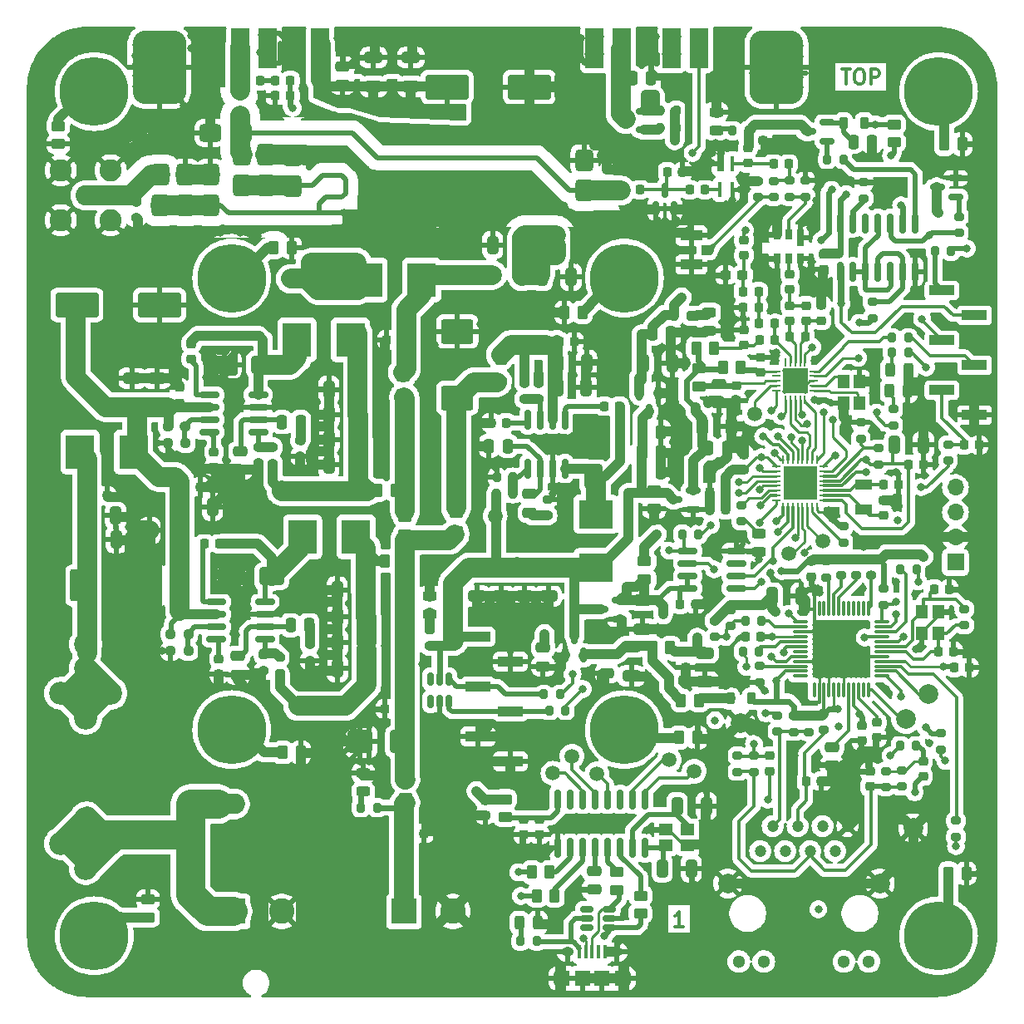
<source format=gtl>
G04 #@! TF.GenerationSoftware,KiCad,Pcbnew,8.0.5-8.0.5-0~ubuntu24.04.1*
G04 #@! TF.CreationDate,2024-10-06T19:53:35+03:00*
G04 #@! TF.ProjectId,TACNPR,5441434e-5052-42e6-9b69-6361645f7063,rev?*
G04 #@! TF.SameCoordinates,Original*
G04 #@! TF.FileFunction,Copper,L1,Top*
G04 #@! TF.FilePolarity,Positive*
%FSLAX46Y46*%
G04 Gerber Fmt 4.6, Leading zero omitted, Abs format (unit mm)*
G04 Created by KiCad (PCBNEW 8.0.5-8.0.5-0~ubuntu24.04.1) date 2024-10-06 19:53:35*
%MOMM*%
%LPD*%
G01*
G04 APERTURE LIST*
G04 Aperture macros list*
%AMRoundRect*
0 Rectangle with rounded corners*
0 $1 Rounding radius*
0 $2 $3 $4 $5 $6 $7 $8 $9 X,Y pos of 4 corners*
0 Add a 4 corners polygon primitive as box body*
4,1,4,$2,$3,$4,$5,$6,$7,$8,$9,$2,$3,0*
0 Add four circle primitives for the rounded corners*
1,1,$1+$1,$2,$3*
1,1,$1+$1,$4,$5*
1,1,$1+$1,$6,$7*
1,1,$1+$1,$8,$9*
0 Add four rect primitives between the rounded corners*
20,1,$1+$1,$2,$3,$4,$5,0*
20,1,$1+$1,$4,$5,$6,$7,0*
20,1,$1+$1,$6,$7,$8,$9,0*
20,1,$1+$1,$8,$9,$2,$3,0*%
%AMFreePoly0*
4,1,5,0.900000,-2.000000,-0.900000,-2.000000,-0.900000,2.000000,0.900000,2.000000,0.900000,-2.000000,0.900000,-2.000000,$1*%
G04 Aperture macros list end*
%ADD10C,0.300000*%
G04 #@! TA.AperFunction,NonConductor*
%ADD11C,0.300000*%
G04 #@! TD*
G04 #@! TA.AperFunction,EtchedComponent*
%ADD12C,0.000000*%
G04 #@! TD*
G04 #@! TA.AperFunction,SMDPad,CuDef*
%ADD13RoundRect,0.243750X0.243750X0.456250X-0.243750X0.456250X-0.243750X-0.456250X0.243750X-0.456250X0*%
G04 #@! TD*
G04 #@! TA.AperFunction,SMDPad,CuDef*
%ADD14RoundRect,0.243750X0.456250X-0.243750X0.456250X0.243750X-0.456250X0.243750X-0.456250X-0.243750X0*%
G04 #@! TD*
G04 #@! TA.AperFunction,SMDPad,CuDef*
%ADD15RoundRect,0.243750X-0.456250X0.243750X-0.456250X-0.243750X0.456250X-0.243750X0.456250X0.243750X0*%
G04 #@! TD*
G04 #@! TA.AperFunction,SMDPad,CuDef*
%ADD16RoundRect,0.225000X-0.225000X-0.250000X0.225000X-0.250000X0.225000X0.250000X-0.225000X0.250000X0*%
G04 #@! TD*
G04 #@! TA.AperFunction,SMDPad,CuDef*
%ADD17RoundRect,0.200000X0.275000X-0.200000X0.275000X0.200000X-0.275000X0.200000X-0.275000X-0.200000X0*%
G04 #@! TD*
G04 #@! TA.AperFunction,SMDPad,CuDef*
%ADD18RoundRect,0.150000X0.825000X0.150000X-0.825000X0.150000X-0.825000X-0.150000X0.825000X-0.150000X0*%
G04 #@! TD*
G04 #@! TA.AperFunction,SMDPad,CuDef*
%ADD19RoundRect,0.225000X0.250000X-0.225000X0.250000X0.225000X-0.250000X0.225000X-0.250000X-0.225000X0*%
G04 #@! TD*
G04 #@! TA.AperFunction,SMDPad,CuDef*
%ADD20C,1.500000*%
G04 #@! TD*
G04 #@! TA.AperFunction,SMDPad,CuDef*
%ADD21R,2.950000X3.500000*%
G04 #@! TD*
G04 #@! TA.AperFunction,SMDPad,CuDef*
%ADD22RoundRect,0.250000X-0.325000X-0.650000X0.325000X-0.650000X0.325000X0.650000X-0.325000X0.650000X0*%
G04 #@! TD*
G04 #@! TA.AperFunction,SMDPad,CuDef*
%ADD23RoundRect,0.250000X0.650000X-0.325000X0.650000X0.325000X-0.650000X0.325000X-0.650000X-0.325000X0*%
G04 #@! TD*
G04 #@! TA.AperFunction,SMDPad,CuDef*
%ADD24RoundRect,0.225000X-0.250000X0.225000X-0.250000X-0.225000X0.250000X-0.225000X0.250000X0.225000X0*%
G04 #@! TD*
G04 #@! TA.AperFunction,SMDPad,CuDef*
%ADD25RoundRect,0.250000X-0.475000X0.250000X-0.475000X-0.250000X0.475000X-0.250000X0.475000X0.250000X0*%
G04 #@! TD*
G04 #@! TA.AperFunction,SMDPad,CuDef*
%ADD26RoundRect,0.250000X1.000000X0.650000X-1.000000X0.650000X-1.000000X-0.650000X1.000000X-0.650000X0*%
G04 #@! TD*
G04 #@! TA.AperFunction,SMDPad,CuDef*
%ADD27RoundRect,0.237500X0.250000X0.237500X-0.250000X0.237500X-0.250000X-0.237500X0.250000X-0.237500X0*%
G04 #@! TD*
G04 #@! TA.AperFunction,SMDPad,CuDef*
%ADD28RoundRect,0.200000X-0.275000X0.200000X-0.275000X-0.200000X0.275000X-0.200000X0.275000X0.200000X0*%
G04 #@! TD*
G04 #@! TA.AperFunction,SMDPad,CuDef*
%ADD29RoundRect,0.150000X-0.825000X-0.150000X0.825000X-0.150000X0.825000X0.150000X-0.825000X0.150000X0*%
G04 #@! TD*
G04 #@! TA.AperFunction,SMDPad,CuDef*
%ADD30RoundRect,0.250000X0.325000X0.650000X-0.325000X0.650000X-0.325000X-0.650000X0.325000X-0.650000X0*%
G04 #@! TD*
G04 #@! TA.AperFunction,ComponentPad*
%ADD31C,3.900000*%
G04 #@! TD*
G04 #@! TA.AperFunction,ConnectorPad*
%ADD32C,7.000000*%
G04 #@! TD*
G04 #@! TA.AperFunction,SMDPad,CuDef*
%ADD33RoundRect,0.250000X0.250000X0.475000X-0.250000X0.475000X-0.250000X-0.475000X0.250000X-0.475000X0*%
G04 #@! TD*
G04 #@! TA.AperFunction,SMDPad,CuDef*
%ADD34RoundRect,0.225000X0.225000X0.250000X-0.225000X0.250000X-0.225000X-0.250000X0.225000X-0.250000X0*%
G04 #@! TD*
G04 #@! TA.AperFunction,SMDPad,CuDef*
%ADD35R,3.500000X2.950000*%
G04 #@! TD*
G04 #@! TA.AperFunction,SMDPad,CuDef*
%ADD36RoundRect,0.150000X-0.150000X0.825000X-0.150000X-0.825000X0.150000X-0.825000X0.150000X0.825000X0*%
G04 #@! TD*
G04 #@! TA.AperFunction,SMDPad,CuDef*
%ADD37RoundRect,0.200000X0.200000X0.275000X-0.200000X0.275000X-0.200000X-0.275000X0.200000X-0.275000X0*%
G04 #@! TD*
G04 #@! TA.AperFunction,SMDPad,CuDef*
%ADD38RoundRect,0.200000X-0.200000X-0.275000X0.200000X-0.275000X0.200000X0.275000X-0.200000X0.275000X0*%
G04 #@! TD*
G04 #@! TA.AperFunction,SMDPad,CuDef*
%ADD39RoundRect,0.237500X-0.250000X-0.237500X0.250000X-0.237500X0.250000X0.237500X-0.250000X0.237500X0*%
G04 #@! TD*
G04 #@! TA.AperFunction,SMDPad,CuDef*
%ADD40RoundRect,0.250000X0.450000X-0.262500X0.450000X0.262500X-0.450000X0.262500X-0.450000X-0.262500X0*%
G04 #@! TD*
G04 #@! TA.AperFunction,SMDPad,CuDef*
%ADD41RoundRect,0.150000X0.150000X-0.512500X0.150000X0.512500X-0.150000X0.512500X-0.150000X-0.512500X0*%
G04 #@! TD*
G04 #@! TA.AperFunction,SMDPad,CuDef*
%ADD42RoundRect,0.250000X-1.950000X-1.000000X1.950000X-1.000000X1.950000X1.000000X-1.950000X1.000000X0*%
G04 #@! TD*
G04 #@! TA.AperFunction,SMDPad,CuDef*
%ADD43RoundRect,0.250000X-0.250000X-0.475000X0.250000X-0.475000X0.250000X0.475000X-0.250000X0.475000X0*%
G04 #@! TD*
G04 #@! TA.AperFunction,SMDPad,CuDef*
%ADD44RoundRect,0.250000X-0.650000X0.325000X-0.650000X-0.325000X0.650000X-0.325000X0.650000X0.325000X0*%
G04 #@! TD*
G04 #@! TA.AperFunction,SMDPad,CuDef*
%ADD45RoundRect,0.250000X0.650000X-1.000000X0.650000X1.000000X-0.650000X1.000000X-0.650000X-1.000000X0*%
G04 #@! TD*
G04 #@! TA.AperFunction,SMDPad,CuDef*
%ADD46RoundRect,0.250000X0.262500X0.450000X-0.262500X0.450000X-0.262500X-0.450000X0.262500X-0.450000X0*%
G04 #@! TD*
G04 #@! TA.AperFunction,SMDPad,CuDef*
%ADD47RoundRect,0.250000X-0.450000X0.262500X-0.450000X-0.262500X0.450000X-0.262500X0.450000X0.262500X0*%
G04 #@! TD*
G04 #@! TA.AperFunction,ComponentPad*
%ADD48C,2.050000*%
G04 #@! TD*
G04 #@! TA.AperFunction,ComponentPad*
%ADD49C,2.250000*%
G04 #@! TD*
G04 #@! TA.AperFunction,SMDPad,CuDef*
%ADD50RoundRect,0.250000X0.475000X-0.250000X0.475000X0.250000X-0.475000X0.250000X-0.475000X-0.250000X0*%
G04 #@! TD*
G04 #@! TA.AperFunction,SMDPad,CuDef*
%ADD51RoundRect,0.150000X0.587500X0.150000X-0.587500X0.150000X-0.587500X-0.150000X0.587500X-0.150000X0*%
G04 #@! TD*
G04 #@! TA.AperFunction,SMDPad,CuDef*
%ADD52RoundRect,0.062500X-0.062500X0.362500X-0.062500X-0.362500X0.062500X-0.362500X0.062500X0.362500X0*%
G04 #@! TD*
G04 #@! TA.AperFunction,SMDPad,CuDef*
%ADD53RoundRect,0.062500X-0.362500X0.062500X-0.362500X-0.062500X0.362500X-0.062500X0.362500X0.062500X0*%
G04 #@! TD*
G04 #@! TA.AperFunction,ComponentPad*
%ADD54C,0.500000*%
G04 #@! TD*
G04 #@! TA.AperFunction,SMDPad,CuDef*
%ADD55R,2.600000X2.600000*%
G04 #@! TD*
G04 #@! TA.AperFunction,SMDPad,CuDef*
%ADD56FreePoly0,0.000000*%
G04 #@! TD*
G04 #@! TA.AperFunction,SMDPad,CuDef*
%ADD57RoundRect,1.375000X-1.375000X-2.375000X1.375000X-2.375000X1.375000X2.375000X-1.375000X2.375000X0*%
G04 #@! TD*
G04 #@! TA.AperFunction,SMDPad,CuDef*
%ADD58R,1.400000X1.150000*%
G04 #@! TD*
G04 #@! TA.AperFunction,SMDPad,CuDef*
%ADD59RoundRect,0.150000X0.512500X0.150000X-0.512500X0.150000X-0.512500X-0.150000X0.512500X-0.150000X0*%
G04 #@! TD*
G04 #@! TA.AperFunction,SMDPad,CuDef*
%ADD60RoundRect,0.150000X0.150000X-0.825000X0.150000X0.825000X-0.150000X0.825000X-0.150000X-0.825000X0*%
G04 #@! TD*
G04 #@! TA.AperFunction,ComponentPad*
%ADD61R,1.700000X1.700000*%
G04 #@! TD*
G04 #@! TA.AperFunction,ComponentPad*
%ADD62O,1.700000X1.700000*%
G04 #@! TD*
G04 #@! TA.AperFunction,SMDPad,CuDef*
%ADD63RoundRect,0.250000X-0.262500X-0.450000X0.262500X-0.450000X0.262500X0.450000X-0.262500X0.450000X0*%
G04 #@! TD*
G04 #@! TA.AperFunction,SMDPad,CuDef*
%ADD64RoundRect,0.218750X0.381250X-0.218750X0.381250X0.218750X-0.381250X0.218750X-0.381250X-0.218750X0*%
G04 #@! TD*
G04 #@! TA.AperFunction,SMDPad,CuDef*
%ADD65RoundRect,0.340200X-0.559800X0.759800X-0.559800X-0.759800X0.559800X-0.759800X0.559800X0.759800X0*%
G04 #@! TD*
G04 #@! TA.AperFunction,SMDPad,CuDef*
%ADD66RoundRect,0.112500X0.112500X-0.187500X0.112500X0.187500X-0.112500X0.187500X-0.112500X-0.187500X0*%
G04 #@! TD*
G04 #@! TA.AperFunction,SMDPad,CuDef*
%ADD67RoundRect,0.218750X0.218750X0.256250X-0.218750X0.256250X-0.218750X-0.256250X0.218750X-0.256250X0*%
G04 #@! TD*
G04 #@! TA.AperFunction,SMDPad,CuDef*
%ADD68RoundRect,0.150000X0.150000X-0.587500X0.150000X0.587500X-0.150000X0.587500X-0.150000X-0.587500X0*%
G04 #@! TD*
G04 #@! TA.AperFunction,ComponentPad*
%ADD69R,2.600000X2.600000*%
G04 #@! TD*
G04 #@! TA.AperFunction,ComponentPad*
%ADD70C,2.600000*%
G04 #@! TD*
G04 #@! TA.AperFunction,SMDPad,CuDef*
%ADD71R,2.510000X1.000000*%
G04 #@! TD*
G04 #@! TA.AperFunction,SMDPad,CuDef*
%ADD72RoundRect,0.218750X-0.256250X0.218750X-0.256250X-0.218750X0.256250X-0.218750X0.256250X0.218750X0*%
G04 #@! TD*
G04 #@! TA.AperFunction,SMDPad,CuDef*
%ADD73R,0.400000X1.500000*%
G04 #@! TD*
G04 #@! TA.AperFunction,SMDPad,CuDef*
%ADD74R,0.770000X1.500000*%
G04 #@! TD*
G04 #@! TA.AperFunction,SMDPad,CuDef*
%ADD75RoundRect,0.112500X-0.112500X0.187500X-0.112500X-0.187500X0.112500X-0.187500X0.112500X0.187500X0*%
G04 #@! TD*
G04 #@! TA.AperFunction,SMDPad,CuDef*
%ADD76RoundRect,0.218750X-0.218750X-0.381250X0.218750X-0.381250X0.218750X0.381250X-0.218750X0.381250X0*%
G04 #@! TD*
G04 #@! TA.AperFunction,SMDPad,CuDef*
%ADD77RoundRect,0.150000X-0.150000X0.587500X-0.150000X-0.587500X0.150000X-0.587500X0.150000X0.587500X0*%
G04 #@! TD*
G04 #@! TA.AperFunction,SMDPad,CuDef*
%ADD78RoundRect,0.237500X0.300000X0.237500X-0.300000X0.237500X-0.300000X-0.237500X0.300000X-0.237500X0*%
G04 #@! TD*
G04 #@! TA.AperFunction,SMDPad,CuDef*
%ADD79RoundRect,0.218750X-0.218750X-0.256250X0.218750X-0.256250X0.218750X0.256250X-0.218750X0.256250X0*%
G04 #@! TD*
G04 #@! TA.AperFunction,SMDPad,CuDef*
%ADD80R,1.150000X1.400000*%
G04 #@! TD*
G04 #@! TA.AperFunction,SMDPad,CuDef*
%ADD81R,0.650000X1.750000*%
G04 #@! TD*
G04 #@! TA.AperFunction,SMDPad,CuDef*
%ADD82R,0.650000X1.000000*%
G04 #@! TD*
G04 #@! TA.AperFunction,SMDPad,CuDef*
%ADD83RoundRect,0.218750X0.218750X0.381250X-0.218750X0.381250X-0.218750X-0.381250X0.218750X-0.381250X0*%
G04 #@! TD*
G04 #@! TA.AperFunction,SMDPad,CuDef*
%ADD84RoundRect,0.250000X1.000000X-1.400000X1.000000X1.400000X-1.000000X1.400000X-1.000000X-1.400000X0*%
G04 #@! TD*
G04 #@! TA.AperFunction,SMDPad,CuDef*
%ADD85RoundRect,0.250000X1.400000X1.000000X-1.400000X1.000000X-1.400000X-1.000000X1.400000X-1.000000X0*%
G04 #@! TD*
G04 #@! TA.AperFunction,SMDPad,CuDef*
%ADD86C,0.500000*%
G04 #@! TD*
G04 #@! TA.AperFunction,SMDPad,CuDef*
%ADD87RoundRect,0.340200X-0.759800X-0.559800X0.759800X-0.559800X0.759800X0.559800X-0.759800X0.559800X0*%
G04 #@! TD*
G04 #@! TA.AperFunction,SMDPad,CuDef*
%ADD88RoundRect,0.340200X0.559800X-0.759800X0.559800X0.759800X-0.559800X0.759800X-0.559800X-0.759800X0*%
G04 #@! TD*
G04 #@! TA.AperFunction,SMDPad,CuDef*
%ADD89R,1.050000X1.000000*%
G04 #@! TD*
G04 #@! TA.AperFunction,SMDPad,CuDef*
%ADD90R,2.200000X1.050000*%
G04 #@! TD*
G04 #@! TA.AperFunction,ComponentPad*
%ADD91C,2.350000*%
G04 #@! TD*
G04 #@! TA.AperFunction,SMDPad,CuDef*
%ADD92R,0.400000X1.350000*%
G04 #@! TD*
G04 #@! TA.AperFunction,ComponentPad*
%ADD93O,0.890000X1.550000*%
G04 #@! TD*
G04 #@! TA.AperFunction,SMDPad,CuDef*
%ADD94R,1.200000X1.550000*%
G04 #@! TD*
G04 #@! TA.AperFunction,ComponentPad*
%ADD95O,1.250000X0.950000*%
G04 #@! TD*
G04 #@! TA.AperFunction,SMDPad,CuDef*
%ADD96R,1.500000X1.550000*%
G04 #@! TD*
G04 #@! TA.AperFunction,SMDPad,CuDef*
%ADD97RoundRect,0.250000X1.000000X0.900000X-1.000000X0.900000X-1.000000X-0.900000X1.000000X-0.900000X0*%
G04 #@! TD*
G04 #@! TA.AperFunction,SMDPad,CuDef*
%ADD98C,2.000000*%
G04 #@! TD*
G04 #@! TA.AperFunction,ComponentPad*
%ADD99C,1.200000*%
G04 #@! TD*
G04 #@! TA.AperFunction,ComponentPad*
%ADD100C,1.300000*%
G04 #@! TD*
G04 #@! TA.AperFunction,ComponentPad*
%ADD101C,2.000000*%
G04 #@! TD*
G04 #@! TA.AperFunction,SMDPad,CuDef*
%ADD102R,1.800000X1.000000*%
G04 #@! TD*
G04 #@! TA.AperFunction,SMDPad,CuDef*
%ADD103RoundRect,0.062500X0.375000X0.062500X-0.375000X0.062500X-0.375000X-0.062500X0.375000X-0.062500X0*%
G04 #@! TD*
G04 #@! TA.AperFunction,SMDPad,CuDef*
%ADD104RoundRect,0.062500X0.062500X0.375000X-0.062500X0.375000X-0.062500X-0.375000X0.062500X-0.375000X0*%
G04 #@! TD*
G04 #@! TA.AperFunction,SMDPad,CuDef*
%ADD105R,3.450000X3.450000*%
G04 #@! TD*
G04 #@! TA.AperFunction,SMDPad,CuDef*
%ADD106RoundRect,0.075000X-0.662500X-0.075000X0.662500X-0.075000X0.662500X0.075000X-0.662500X0.075000X0*%
G04 #@! TD*
G04 #@! TA.AperFunction,SMDPad,CuDef*
%ADD107RoundRect,0.075000X-0.075000X-0.662500X0.075000X-0.662500X0.075000X0.662500X-0.075000X0.662500X0*%
G04 #@! TD*
G04 #@! TA.AperFunction,SMDPad,CuDef*
%ADD108R,1.200000X1.400000*%
G04 #@! TD*
G04 #@! TA.AperFunction,ComponentPad*
%ADD109O,5.550000X2.100000*%
G04 #@! TD*
G04 #@! TA.AperFunction,ViaPad*
%ADD110C,0.800000*%
G04 #@! TD*
G04 #@! TA.AperFunction,Conductor*
%ADD111C,1.000000*%
G04 #@! TD*
G04 #@! TA.AperFunction,Conductor*
%ADD112C,0.300000*%
G04 #@! TD*
G04 #@! TA.AperFunction,Conductor*
%ADD113C,0.500000*%
G04 #@! TD*
G04 #@! TA.AperFunction,Conductor*
%ADD114C,0.250000*%
G04 #@! TD*
G04 #@! TA.AperFunction,Conductor*
%ADD115C,0.633000*%
G04 #@! TD*
G04 #@! TA.AperFunction,Conductor*
%ADD116C,2.000000*%
G04 #@! TD*
G04 #@! TA.AperFunction,Conductor*
%ADD117C,3.000000*%
G04 #@! TD*
G04 #@! TA.AperFunction,Conductor*
%ADD118C,0.293370*%
G04 #@! TD*
G04 APERTURE END LIST*
D10*
D11*
X172040954Y-41273748D02*
X172898097Y-41273748D01*
X172469525Y-42773748D02*
X172469525Y-41273748D01*
X173683811Y-41273748D02*
X173969525Y-41273748D01*
X173969525Y-41273748D02*
X174112382Y-41345177D01*
X174112382Y-41345177D02*
X174255239Y-41488034D01*
X174255239Y-41488034D02*
X174326668Y-41773748D01*
X174326668Y-41773748D02*
X174326668Y-42273748D01*
X174326668Y-42273748D02*
X174255239Y-42559462D01*
X174255239Y-42559462D02*
X174112382Y-42702320D01*
X174112382Y-42702320D02*
X173969525Y-42773748D01*
X173969525Y-42773748D02*
X173683811Y-42773748D01*
X173683811Y-42773748D02*
X173540954Y-42702320D01*
X173540954Y-42702320D02*
X173398096Y-42559462D01*
X173398096Y-42559462D02*
X173326668Y-42273748D01*
X173326668Y-42273748D02*
X173326668Y-41773748D01*
X173326668Y-41773748D02*
X173398096Y-41488034D01*
X173398096Y-41488034D02*
X173540954Y-41345177D01*
X173540954Y-41345177D02*
X173683811Y-41273748D01*
X174969525Y-42773748D02*
X174969525Y-41273748D01*
X174969525Y-41273748D02*
X175540954Y-41273748D01*
X175540954Y-41273748D02*
X175683811Y-41345177D01*
X175683811Y-41345177D02*
X175755240Y-41416605D01*
X175755240Y-41416605D02*
X175826668Y-41559462D01*
X175826668Y-41559462D02*
X175826668Y-41773748D01*
X175826668Y-41773748D02*
X175755240Y-41916605D01*
X175755240Y-41916605D02*
X175683811Y-41988034D01*
X175683811Y-41988034D02*
X175540954Y-42059462D01*
X175540954Y-42059462D02*
X174969525Y-42059462D01*
D10*
D11*
X155876572Y-128580028D02*
X155019429Y-128580028D01*
X155448000Y-128580028D02*
X155448000Y-127080028D01*
X155448000Y-127080028D02*
X155305143Y-127294314D01*
X155305143Y-127294314D02*
X155162286Y-127437171D01*
X155162286Y-127437171D02*
X155019429Y-127508600D01*
D12*
G04 #@! TA.AperFunction,EtchedComponent*
G36*
X118813200Y-56155400D02*
G01*
X117813200Y-56155400D01*
X117813200Y-55655400D01*
X118813200Y-55655400D01*
X118813200Y-56155400D01*
G37*
G04 #@! TD.AperFunction*
G04 #@! TA.AperFunction,EtchedComponent*
G36*
X119040720Y-55922800D02*
G01*
X118540720Y-55922800D01*
X118540720Y-54922800D01*
X119040720Y-54922800D01*
X119040720Y-55922800D01*
G37*
G04 #@! TD.AperFunction*
G04 #@! TA.AperFunction,EtchedComponent*
G36*
X121413400Y-56155400D02*
G01*
X119663400Y-56155400D01*
X119663400Y-55655400D01*
X121413400Y-55655400D01*
X121413400Y-56155400D01*
G37*
G04 #@! TD.AperFunction*
D13*
X178788300Y-71932800D03*
X176913300Y-71932800D03*
D14*
X158496000Y-67917300D03*
X158496000Y-66042300D03*
X163576000Y-90421700D03*
X163576000Y-88546700D03*
D13*
X178762900Y-74041000D03*
X176887900Y-74041000D03*
D15*
X123266200Y-112981500D03*
X123266200Y-114856500D03*
X159207200Y-45620700D03*
X159207200Y-47495700D03*
D13*
X141043900Y-128193800D03*
X139168900Y-128193800D03*
D15*
X130048000Y-94884000D03*
X130048000Y-96759000D03*
D16*
X155562000Y-95758000D03*
X157112000Y-95758000D03*
D17*
X172182000Y-89501000D03*
X172182000Y-87851000D03*
D18*
X161275800Y-94132400D03*
X161275800Y-92862400D03*
X161275800Y-91592400D03*
X161275800Y-90322400D03*
X156325800Y-90322400D03*
X156325800Y-91592400D03*
X156325800Y-92862400D03*
X156325800Y-94132400D03*
D19*
X162052000Y-82042000D03*
X162052000Y-80492000D03*
D20*
X166582000Y-90576000D03*
D21*
X94430000Y-80264000D03*
X99880000Y-80264000D03*
D22*
X95172000Y-89154000D03*
X98122000Y-89154000D03*
D23*
X99745800Y-75681100D03*
X99745800Y-72731100D03*
D19*
X104521000Y-75260500D03*
X104521000Y-73710500D03*
D24*
X108066840Y-80240840D03*
X108066840Y-81790840D03*
D25*
X110744000Y-80167440D03*
X110744000Y-82067440D03*
D22*
X143038300Y-73682860D03*
X145988300Y-73682860D03*
D26*
X113107220Y-71368920D03*
X109107220Y-71368920D03*
D27*
X105184580Y-79375000D03*
X103359580Y-79375000D03*
D28*
X116840000Y-79058000D03*
X116840000Y-80708000D03*
X112593120Y-79738720D03*
X112593120Y-81388720D03*
D29*
X107608600Y-74409300D03*
X107608600Y-75679300D03*
X107608600Y-76949300D03*
X107608600Y-78219300D03*
X112558600Y-78219300D03*
X112558600Y-76949300D03*
X112558600Y-75679300D03*
X112558600Y-74409300D03*
D21*
X116520380Y-68834000D03*
X121970380Y-68834000D03*
D30*
X122732060Y-78999080D03*
X119782060Y-78999080D03*
X122729520Y-76464160D03*
X119779520Y-76464160D03*
X122706660Y-81551780D03*
X119756660Y-81551780D03*
X122714280Y-73914000D03*
X119764280Y-73914000D03*
D31*
X95864000Y-43540000D03*
D32*
X95864000Y-43540000D03*
D31*
X95864000Y-129540000D03*
D32*
X95864000Y-129540000D03*
D31*
X109864000Y-108540000D03*
D32*
X109864000Y-108540000D03*
D25*
X140223240Y-84541320D03*
X140223240Y-86441320D03*
D33*
X137983000Y-79644240D03*
X136083000Y-79644240D03*
D17*
X141157960Y-74860920D03*
X141157960Y-73210920D03*
D34*
X137813080Y-77282040D03*
X136263080Y-77282040D03*
D28*
X139684760Y-73216000D03*
X139684760Y-74866000D03*
D35*
X146964400Y-86581400D03*
X146964400Y-92031400D03*
D16*
X143227760Y-69016880D03*
X144777760Y-69016880D03*
D36*
X143832580Y-77004140D03*
X142562580Y-77004140D03*
X141292580Y-77004140D03*
X140022580Y-77004140D03*
X140022580Y-81954140D03*
X141292580Y-81954140D03*
X142562580Y-81954140D03*
X143832580Y-81954140D03*
D22*
X143066240Y-71231760D03*
X146016240Y-71231760D03*
D37*
X138508240Y-82839560D03*
X136858240Y-82839560D03*
D38*
X136840460Y-84488020D03*
X138490460Y-84488020D03*
D31*
X149864000Y-62540000D03*
D32*
X149864000Y-62540000D03*
D31*
X181864000Y-129540000D03*
D32*
X181864000Y-129540000D03*
D23*
X102247700Y-75681100D03*
X102247700Y-72731100D03*
D39*
X103329100Y-77609700D03*
X105154100Y-77609700D03*
D40*
X127558800Y-115466500D03*
X127558800Y-113641500D03*
D38*
X141669000Y-104952800D03*
X143319000Y-104952800D03*
D41*
X130114000Y-105683900D03*
X131064000Y-105683900D03*
X132014000Y-105683900D03*
X132014000Y-103408900D03*
X131064000Y-103408900D03*
X130114000Y-103408900D03*
D42*
X94098000Y-65278000D03*
X102498000Y-65278000D03*
D31*
X109864000Y-62540000D03*
D32*
X109864000Y-62540000D03*
D31*
X149864000Y-108540000D03*
D32*
X149864000Y-108540000D03*
D28*
X130048000Y-98362000D03*
X130048000Y-100012000D03*
X113111280Y-100927400D03*
X113111280Y-102577400D03*
D17*
X114757200Y-102831400D03*
X114757200Y-101181400D03*
D16*
X105143000Y-83820000D03*
X106693000Y-83820000D03*
D24*
X108574840Y-101333000D03*
X108574840Y-102883000D03*
D34*
X108636100Y-89608660D03*
X107086100Y-89608660D03*
D30*
X123552480Y-94335600D03*
X120602480Y-94335600D03*
D43*
X115864600Y-97891600D03*
X117764600Y-97891600D03*
D25*
X110490000Y-101031000D03*
X110490000Y-102931000D03*
D30*
X123587300Y-99689920D03*
X120637300Y-99689920D03*
X123585500Y-102306120D03*
X120635500Y-102306120D03*
X104472000Y-88265000D03*
X101522000Y-88265000D03*
D22*
X104951000Y-85852000D03*
X107901000Y-85852000D03*
D30*
X123570260Y-97017840D03*
X120620260Y-97017840D03*
D26*
X113937800Y-92925900D03*
X109937800Y-92925900D03*
D39*
X103636440Y-98806000D03*
X105461440Y-98806000D03*
D28*
X117805200Y-99860600D03*
X117805200Y-101510600D03*
D21*
X117094000Y-88900000D03*
X122544000Y-88900000D03*
D29*
X108307100Y-95542100D03*
X108307100Y-96812100D03*
X108307100Y-98082100D03*
X108307100Y-99352100D03*
X113257100Y-99352100D03*
X113257100Y-98082100D03*
X113257100Y-96812100D03*
X113257100Y-95542100D03*
D27*
X105448740Y-100545900D03*
X103623740Y-100545900D03*
D34*
X160147600Y-86143800D03*
X158597600Y-86143800D03*
D17*
X142036800Y-86727800D03*
X142036800Y-85077800D03*
D40*
X127533400Y-88669500D03*
X127533400Y-86844500D03*
D44*
X134874000Y-91994460D03*
X134874000Y-94944460D03*
X137287000Y-91997000D03*
X137287000Y-94947000D03*
X142113000Y-91997000D03*
X142113000Y-94947000D03*
D43*
X115001000Y-77216000D03*
X116901000Y-77216000D03*
D34*
X149365000Y-75590400D03*
X147815000Y-75590400D03*
X127026000Y-106426000D03*
X125476000Y-106426000D03*
D23*
X124307600Y-43029400D03*
X124307600Y-40079400D03*
D45*
X146705320Y-82759300D03*
X146705320Y-78759300D03*
D44*
X139700000Y-92002080D03*
X139700000Y-94952080D03*
D17*
X114071400Y-81424280D03*
X114071400Y-79774280D03*
D22*
X95108500Y-86741000D03*
X98058500Y-86741000D03*
D46*
X126525660Y-84165440D03*
X124700660Y-84165440D03*
X127252100Y-91363800D03*
X125427100Y-91363800D03*
D47*
X132715000Y-86463500D03*
X132715000Y-88288500D03*
D24*
X162026600Y-67843100D03*
X162026600Y-69393100D03*
D48*
X94996000Y-54102000D03*
D49*
X92456000Y-56642000D03*
X97536000Y-56642000D03*
X92456000Y-51562000D03*
X97536000Y-51562000D03*
D50*
X159542480Y-75245000D03*
X159542480Y-73345000D03*
D38*
X123013200Y-116484400D03*
X124663200Y-116484400D03*
D43*
X150688000Y-42164000D03*
X152588000Y-42164000D03*
D21*
X129217000Y-62738000D03*
X123767000Y-62738000D03*
D25*
X148107000Y-100876000D03*
X148107000Y-102776000D03*
D44*
X151739600Y-95349800D03*
X151739600Y-98299800D03*
D43*
X158409600Y-79857600D03*
X160309600Y-79857600D03*
D22*
X157835600Y-77622400D03*
X160785600Y-77622400D03*
D51*
X149375100Y-97266800D03*
X149375100Y-95366800D03*
X147500100Y-96316800D03*
D52*
X168259000Y-71100000D03*
X167759000Y-71100000D03*
X167259000Y-71100000D03*
X166759000Y-71100000D03*
X166259000Y-71100000D03*
D53*
X165334000Y-72025000D03*
X165334000Y-72525000D03*
X165334000Y-73025000D03*
X165334000Y-73525000D03*
X165334000Y-74025000D03*
D52*
X166259000Y-74950000D03*
X166759000Y-74950000D03*
X167259000Y-74950000D03*
X167759000Y-74950000D03*
X168259000Y-74950000D03*
D53*
X169184000Y-74025000D03*
X169184000Y-73525000D03*
X169184000Y-73025000D03*
X169184000Y-72525000D03*
X169184000Y-72025000D03*
D54*
X168309000Y-71975000D03*
X166209000Y-71975000D03*
D55*
X167259000Y-73025000D03*
D54*
X168309000Y-74075000D03*
X166209000Y-74075000D03*
D19*
X161290000Y-75014120D03*
X161290000Y-73464120D03*
D56*
X110744000Y-39141400D03*
X113538000Y-39141400D03*
X118872000Y-39141400D03*
X146812000Y-39141400D03*
X149606000Y-39141400D03*
X154686000Y-39141400D03*
X157480000Y-39141400D03*
D57*
X102489000Y-41046400D03*
X165354000Y-41046400D03*
D19*
X141224000Y-119240600D03*
X141224000Y-117690600D03*
X139573000Y-119240600D03*
X139573000Y-117690600D03*
D25*
X141579600Y-100192800D03*
X141579600Y-102092800D03*
D38*
X142227800Y-106578400D03*
X143877800Y-106578400D03*
D44*
X150582000Y-100121000D03*
X150582000Y-103071000D03*
D58*
X156294000Y-118707000D03*
X154094000Y-118707000D03*
X154094000Y-120307000D03*
X156294000Y-120307000D03*
D59*
X148330500Y-128712000D03*
X148330500Y-127762000D03*
X148330500Y-126812000D03*
X146055500Y-126812000D03*
X146055500Y-127762000D03*
X146055500Y-128712000D03*
D22*
X153719000Y-122682000D03*
X156669000Y-122682000D03*
D60*
X143078200Y-120610400D03*
X144348200Y-120610400D03*
X145618200Y-120610400D03*
X146888200Y-120610400D03*
X148158200Y-120610400D03*
X149428200Y-120610400D03*
X150698200Y-120610400D03*
X151968200Y-120610400D03*
X151968200Y-115660400D03*
X150698200Y-115660400D03*
X149428200Y-115660400D03*
X148158200Y-115660400D03*
X146888200Y-115660400D03*
X145618200Y-115660400D03*
X144348200Y-115660400D03*
X143078200Y-115660400D03*
D47*
X151511000Y-125452500D03*
X151511000Y-127277500D03*
D61*
X183591200Y-91490800D03*
D62*
X183591200Y-88950800D03*
X183591200Y-86410800D03*
X183591200Y-83870800D03*
D19*
X135686800Y-117259400D03*
X135686800Y-115709400D03*
D38*
X139281400Y-130048000D03*
X140931400Y-130048000D03*
D20*
X142595600Y-112979200D03*
D50*
X146761200Y-124825800D03*
X146761200Y-122925800D03*
D20*
X147066000Y-113030000D03*
X144526000Y-111252000D03*
D63*
X140438500Y-123063000D03*
X142263500Y-123063000D03*
X140946500Y-125476000D03*
X142771500Y-125476000D03*
D22*
X155243000Y-116332000D03*
X158193000Y-116332000D03*
D47*
X149098000Y-123039500D03*
X149098000Y-124864500D03*
D20*
X163132000Y-76401000D03*
D64*
X137287000Y-73071500D03*
X137287000Y-70946500D03*
D34*
X127201000Y-68834000D03*
X125651000Y-68834000D03*
D42*
X131791600Y-43078400D03*
X140191600Y-43078400D03*
D65*
X102616000Y-52031500D03*
X102616000Y-55156500D03*
D20*
X120357000Y-84076000D03*
D16*
X95618000Y-84709000D03*
X97168000Y-84709000D03*
D24*
X105740200Y-69227400D03*
X105740200Y-70777400D03*
D37*
X157416000Y-88646000D03*
X155766000Y-88646000D03*
D66*
X110744000Y-46008000D03*
X110744000Y-43908000D03*
D67*
X112801500Y-42418000D03*
X111226500Y-42418000D03*
D47*
X151917400Y-91391100D03*
X151917400Y-93216100D03*
D20*
X115887500Y-62611000D03*
D17*
X161798000Y-87337400D03*
X161798000Y-85687400D03*
D68*
X143830000Y-100962700D03*
X145730000Y-100962700D03*
X144780000Y-99087700D03*
D38*
X177127400Y-70154800D03*
X178777400Y-70154800D03*
D24*
X163776660Y-70621860D03*
X163776660Y-72171860D03*
D51*
X183614300Y-54239200D03*
X183614300Y-52339200D03*
X181739300Y-53289200D03*
X170482500Y-48575000D03*
X170482500Y-46675000D03*
X168607500Y-47625000D03*
D38*
X153505400Y-47244000D03*
X155155400Y-47244000D03*
D28*
X183946800Y-56286400D03*
X183946800Y-57936400D03*
D19*
X163982400Y-48527000D03*
X163982400Y-46977000D03*
D16*
X127901400Y-119126000D03*
X129451400Y-119126000D03*
D69*
X109971200Y-127050800D03*
D70*
X114971200Y-127050800D03*
D69*
X127406400Y-127050800D03*
D70*
X132406400Y-127050800D03*
D71*
X138277600Y-111760000D03*
X134967600Y-109220000D03*
X138277600Y-106680000D03*
X134967600Y-104140000D03*
X138277600Y-101600000D03*
X134967600Y-99060000D03*
D72*
X162458400Y-49275900D03*
X162458400Y-50850900D03*
D19*
X170180000Y-61633400D03*
X170180000Y-60083400D03*
D60*
X171894500Y-61898300D03*
X173164500Y-61898300D03*
X174434500Y-61898300D03*
X175704500Y-61898300D03*
X176974500Y-61898300D03*
X178244500Y-61898300D03*
X179514500Y-61898300D03*
X179514500Y-56948300D03*
X178244500Y-56948300D03*
X176974500Y-56948300D03*
X175704500Y-56948300D03*
X174434500Y-56948300D03*
X173164500Y-56948300D03*
X171894500Y-56948300D03*
D31*
X181864000Y-43540000D03*
D32*
X181864000Y-43540000D03*
D65*
X145796000Y-50520200D03*
X145796000Y-53645200D03*
D16*
X149910500Y-53530500D03*
X151460500Y-53530500D03*
X156514500Y-53530500D03*
X158064500Y-53530500D03*
D28*
X100126800Y-54750200D03*
X100126800Y-56400200D03*
D73*
X160875500Y-50870500D03*
D74*
X159670500Y-50870500D03*
D73*
X159575500Y-53530500D03*
X160875500Y-53530500D03*
D75*
X148082000Y-51528000D03*
X148082000Y-53628000D03*
D51*
X151813500Y-47432000D03*
X151813500Y-45532000D03*
X149938500Y-46482000D03*
D22*
X141476200Y-62433200D03*
X144426200Y-62433200D03*
D30*
X139397000Y-59182000D03*
X136447000Y-59182000D03*
D76*
X136859500Y-62230000D03*
X138984500Y-62230000D03*
D38*
X153505400Y-45466000D03*
X155155400Y-45466000D03*
D28*
X174244000Y-52769000D03*
X174244000Y-54419000D03*
D51*
X156855400Y-86090800D03*
X156855400Y-84190800D03*
X154980400Y-85140800D03*
D43*
X151691300Y-80264000D03*
X153591300Y-80264000D03*
X152732700Y-68199000D03*
X154632700Y-68199000D03*
D22*
X151777700Y-71247000D03*
X154727700Y-71247000D03*
D77*
X153299200Y-74246500D03*
X151399200Y-74246500D03*
X152349200Y-76121500D03*
D43*
X151643000Y-82296000D03*
X153543000Y-82296000D03*
X151701500Y-78206600D03*
X153601500Y-78206600D03*
D37*
X156603200Y-66395600D03*
X154953200Y-66395600D03*
D46*
X161745300Y-71628000D03*
X159920300Y-71628000D03*
D78*
X161898500Y-62230000D03*
X160173500Y-62230000D03*
D24*
X166738300Y-62153500D03*
X166738300Y-63703500D03*
D19*
X166738300Y-66891200D03*
X166738300Y-65341200D03*
D72*
X168363900Y-65333780D03*
X168363900Y-66908780D03*
D79*
X166722960Y-68483480D03*
X168297960Y-68483480D03*
D46*
X159002100Y-69672200D03*
X157177100Y-69672200D03*
D67*
X165189000Y-68846700D03*
X163614000Y-68846700D03*
D19*
X162052000Y-60211000D03*
X162052000Y-58661000D03*
D40*
X137718800Y-117447700D03*
X137718800Y-115622700D03*
D38*
X170523400Y-50444400D03*
X172173400Y-50444400D03*
D80*
X172174000Y-73118800D03*
X172174000Y-75318800D03*
X173774000Y-75318800D03*
X173774000Y-73118800D03*
D28*
X165061900Y-52641500D03*
X165061900Y-54291500D03*
D17*
X168313100Y-54266600D03*
X168313100Y-52616600D03*
D68*
X153037500Y-55468000D03*
X154937500Y-55468000D03*
X153987500Y-53593000D03*
D81*
X167824000Y-58459000D03*
D82*
X166624000Y-58084000D03*
X165424000Y-58084000D03*
X165424000Y-60534000D03*
X166624000Y-60534000D03*
X167824000Y-60534000D03*
D28*
X166674800Y-52616600D03*
X166674800Y-54266600D03*
D34*
X160147600Y-84365800D03*
X158597600Y-84365800D03*
D40*
X92202000Y-48867700D03*
X92202000Y-47042700D03*
D46*
X184300500Y-48895000D03*
X182475500Y-48895000D03*
D63*
X143764000Y-66040000D03*
X145589000Y-66040000D03*
D47*
X101346000Y-125833500D03*
X101346000Y-127658500D03*
D46*
X116894500Y-110851000D03*
X115069500Y-110851000D03*
X184694500Y-123176000D03*
X182869500Y-123176000D03*
D40*
X157480000Y-73556500D03*
X157480000Y-71731500D03*
D65*
X105156000Y-51993000D03*
X105156000Y-55118000D03*
D79*
X154228600Y-51714400D03*
X155803600Y-51714400D03*
D33*
X175092400Y-48666400D03*
X173192400Y-48666400D03*
D83*
X174290500Y-46736000D03*
X172165500Y-46736000D03*
D84*
X94673000Y-93853000D03*
X101473000Y-93853000D03*
D85*
X132842000Y-74774000D03*
X132842000Y-67974000D03*
D46*
X157264500Y-109346000D03*
X155439500Y-109346000D03*
X115974500Y-59436000D03*
X114149500Y-59436000D03*
D20*
X120632000Y-106101000D03*
X136702800Y-86766400D03*
X154432000Y-111620300D03*
X156972000Y-112776000D03*
D65*
X107696000Y-51993000D03*
X107696000Y-55118000D03*
D86*
X117813200Y-55905400D03*
X118813200Y-55905400D03*
D50*
X121158000Y-42860000D03*
X121158000Y-40960000D03*
D67*
X115849500Y-42418000D03*
X114274500Y-42418000D03*
D16*
X114287000Y-43942000D03*
X115837000Y-43942000D03*
D17*
X175133000Y-66611000D03*
X175133000Y-64961000D03*
D40*
X177342800Y-48715300D03*
X177342800Y-46890300D03*
D87*
X107696000Y-47752000D03*
X110821000Y-47752000D03*
D23*
X128117600Y-43029400D03*
X128117600Y-40079400D03*
D65*
X113347500Y-49999500D03*
X113347500Y-53124500D03*
D88*
X110871000Y-53124500D03*
X110871000Y-49999500D03*
D86*
X118790720Y-55922800D03*
X118790720Y-54922800D03*
D24*
X169938700Y-65328500D03*
X169938700Y-66878500D03*
D79*
X163565840Y-67157600D03*
X165140840Y-67157600D03*
D34*
X163525800Y-65565020D03*
X161975800Y-65565020D03*
D79*
X161950400Y-63906400D03*
X163525400Y-63906400D03*
D34*
X166598600Y-50914300D03*
X165048600Y-50914300D03*
D28*
X163474400Y-52642000D03*
X163474400Y-54292000D03*
D89*
X158217600Y-59688200D03*
D90*
X156692600Y-61163200D03*
X156692600Y-58213200D03*
D91*
X94996000Y-122682000D03*
X92456000Y-120142000D03*
X97536000Y-120142000D03*
X94996000Y-117602000D03*
X94996000Y-107362000D03*
X92456000Y-104822000D03*
X97536000Y-104822000D03*
X94996000Y-102282000D03*
X94996000Y-99822000D03*
D92*
X145283400Y-131188000D03*
X145933400Y-131188000D03*
X146583400Y-131188000D03*
X147233400Y-131188000D03*
X147883400Y-131188000D03*
D93*
X143083400Y-133888000D03*
D94*
X143683400Y-133888000D03*
D95*
X144083400Y-131188000D03*
D96*
X145583400Y-133888000D03*
X147583400Y-133888000D03*
D95*
X149083400Y-131188000D03*
D94*
X149483400Y-133888000D03*
D93*
X150083400Y-133888000D03*
D65*
X116078000Y-50038000D03*
X116078000Y-53163000D03*
D97*
X127266700Y-109778800D03*
X122966700Y-109778800D03*
D47*
X127355600Y-72544300D03*
X127355600Y-74369300D03*
D34*
X182943800Y-94234000D03*
X181393800Y-94234000D03*
D16*
X181851000Y-100584000D03*
X183401000Y-100584000D03*
D24*
X174052000Y-108141000D03*
X174052000Y-109691000D03*
X156082000Y-100621000D03*
X156082000Y-102171000D03*
X175582000Y-107801000D03*
X175582000Y-109351000D03*
D25*
X171020500Y-110302000D03*
X171020500Y-112202000D03*
D44*
X158082000Y-100726000D03*
X158082000Y-103676000D03*
D22*
X164945800Y-94945200D03*
X167895800Y-94945200D03*
D24*
X174882000Y-112801000D03*
X174882000Y-114351000D03*
D19*
X164682000Y-112751000D03*
X164682000Y-111201000D03*
D34*
X169939000Y-113792000D03*
X168389000Y-113792000D03*
D28*
X184482000Y-96251000D03*
X184482000Y-97901000D03*
D17*
X176276000Y-95821000D03*
X176276000Y-94171000D03*
X175006000Y-92798500D03*
X175006000Y-91148500D03*
D28*
X170434000Y-91377000D03*
X170434000Y-93027000D03*
X171958000Y-91123000D03*
X171958000Y-92773000D03*
X173482000Y-91123000D03*
X173482000Y-92773000D03*
X163626800Y-102045000D03*
X163626800Y-103695000D03*
D17*
X165455600Y-108724200D03*
X165455600Y-107074200D03*
D38*
X162197000Y-97486000D03*
X163847000Y-97486000D03*
X161957000Y-100576000D03*
X163607000Y-100576000D03*
D37*
X179607000Y-110176000D03*
X177957000Y-110176000D03*
D28*
X168656000Y-107125000D03*
X168656000Y-108775000D03*
X163068000Y-111189000D03*
X163068000Y-112839000D03*
X160662000Y-96361000D03*
X160662000Y-98011000D03*
X176482000Y-112751000D03*
X176482000Y-114401000D03*
X170180000Y-106871000D03*
X170180000Y-108521000D03*
X183642000Y-117818500D03*
X183642000Y-119468500D03*
X182118000Y-108903000D03*
X182118000Y-110553000D03*
D98*
X180797200Y-104952800D03*
X178562000Y-107442000D03*
D38*
X177965500Y-92202000D03*
X179615500Y-92202000D03*
D99*
X163703000Y-120904000D03*
X164973000Y-118364000D03*
X166243000Y-120904000D03*
X167513000Y-118364000D03*
X168783000Y-120904000D03*
X170053000Y-118364000D03*
X171323000Y-120904000D03*
X172593000Y-118364000D03*
D100*
X161523000Y-132154000D03*
X164063000Y-132154000D03*
X172233000Y-132154000D03*
X174773000Y-132154000D03*
D101*
X160403000Y-124204000D03*
X175893000Y-124204000D03*
D24*
X168882000Y-91401000D03*
X168882000Y-92951000D03*
D102*
X174244000Y-86086000D03*
X174244000Y-83586000D03*
D19*
X176276000Y-86701000D03*
X176276000Y-85151000D03*
D16*
X176263000Y-83566000D03*
X177813000Y-83566000D03*
D34*
X185991800Y-79552800D03*
X184441800Y-79552800D03*
D17*
X175768000Y-81534000D03*
X175768000Y-79884000D03*
X173939200Y-78904600D03*
X173939200Y-77254600D03*
X182829200Y-81139800D03*
X182829200Y-79489800D03*
D28*
X177266600Y-75883000D03*
X177266600Y-77533000D03*
D22*
X177391800Y-79552800D03*
X180341800Y-79552800D03*
D25*
X152908000Y-84140000D03*
X152908000Y-86040000D03*
D16*
X178803000Y-81534000D03*
X180353000Y-81534000D03*
D103*
X170197500Y-85196000D03*
X170197500Y-84696000D03*
X170197500Y-84196000D03*
X170197500Y-83696000D03*
X170197500Y-83196000D03*
X170197500Y-82696000D03*
X170197500Y-82196000D03*
X170197500Y-81696000D03*
D104*
X169510000Y-81008500D03*
X169010000Y-81008500D03*
X168510000Y-81008500D03*
X168010000Y-81008500D03*
X167510000Y-81008500D03*
X167010000Y-81008500D03*
X166510000Y-81008500D03*
X166010000Y-81008500D03*
D103*
X165322500Y-81696000D03*
X165322500Y-82196000D03*
X165322500Y-82696000D03*
X165322500Y-83196000D03*
X165322500Y-83696000D03*
X165322500Y-84196000D03*
X165322500Y-84696000D03*
X165322500Y-85196000D03*
D104*
X166010000Y-85883500D03*
X166510000Y-85883500D03*
X167010000Y-85883500D03*
X167510000Y-85883500D03*
X168010000Y-85883500D03*
X168510000Y-85883500D03*
X169010000Y-85883500D03*
X169510000Y-85883500D03*
D105*
X167760000Y-83446000D03*
D19*
X180289200Y-113297000D03*
X180289200Y-111747000D03*
D106*
X167795500Y-97580000D03*
X167795500Y-98080000D03*
X167795500Y-98580000D03*
X167795500Y-99080000D03*
X167795500Y-99580000D03*
X167795500Y-100080000D03*
X167795500Y-100580000D03*
X167795500Y-101080000D03*
X167795500Y-101580000D03*
X167795500Y-102080000D03*
X167795500Y-102580000D03*
X167795500Y-103080000D03*
D107*
X169208000Y-104492500D03*
X169708000Y-104492500D03*
X170208000Y-104492500D03*
X170708000Y-104492500D03*
X171208000Y-104492500D03*
X171708000Y-104492500D03*
X172208000Y-104492500D03*
X172708000Y-104492500D03*
X173208000Y-104492500D03*
X173708000Y-104492500D03*
X174208000Y-104492500D03*
X174708000Y-104492500D03*
D106*
X176120500Y-103080000D03*
X176120500Y-102580000D03*
X176120500Y-102080000D03*
X176120500Y-101580000D03*
X176120500Y-101080000D03*
X176120500Y-100580000D03*
X176120500Y-100080000D03*
X176120500Y-99580000D03*
X176120500Y-99080000D03*
X176120500Y-98580000D03*
X176120500Y-98080000D03*
X176120500Y-97580000D03*
D107*
X174708000Y-96167500D03*
X174208000Y-96167500D03*
X173708000Y-96167500D03*
X173208000Y-96167500D03*
X172708000Y-96167500D03*
X172208000Y-96167500D03*
X171708000Y-96167500D03*
X171208000Y-96167500D03*
X170708000Y-96167500D03*
X170208000Y-96167500D03*
X169708000Y-96167500D03*
X169208000Y-96167500D03*
D108*
X181864000Y-98720000D03*
X181864000Y-96520000D03*
X180164000Y-96520000D03*
X180164000Y-98720000D03*
D20*
X170078400Y-89357200D03*
D38*
X177127400Y-68630800D03*
X178777400Y-68630800D03*
D28*
X167081200Y-107125000D03*
X167081200Y-108775000D03*
D98*
X161682000Y-107876000D03*
D28*
X159082000Y-97451000D03*
X159082000Y-99101000D03*
D16*
X183457000Y-102216000D03*
X185007000Y-102216000D03*
D28*
X178112000Y-112701000D03*
X178112000Y-114351000D03*
X161391600Y-111189000D03*
X161391600Y-112839000D03*
D46*
X154544500Y-100176000D03*
X152719500Y-100176000D03*
D76*
X160657000Y-105376000D03*
X162782000Y-105376000D03*
D38*
X160896800Y-47523400D03*
X162546800Y-47523400D03*
D86*
X119663400Y-55905400D03*
X121433400Y-55905400D03*
D98*
X179282000Y-118576000D03*
D46*
X157464500Y-105566000D03*
X155639500Y-105566000D03*
D109*
X116345000Y-116106200D03*
X108445000Y-116106200D03*
D101*
X120265000Y-134366200D03*
X104515000Y-134356200D03*
D34*
X163747000Y-99046000D03*
X162197000Y-99046000D03*
D37*
X183146200Y-59791600D03*
X181496200Y-59791600D03*
D71*
X182219600Y-63804800D03*
X185529600Y-66344800D03*
X182219600Y-68884800D03*
X185529600Y-71424800D03*
X182219600Y-73964800D03*
X185529600Y-76504800D03*
D110*
X179857400Y-74041000D03*
X118450360Y-81577180D03*
X107553760Y-71744840D03*
X118488460Y-79011780D03*
X134838440Y-79644240D03*
X146690080Y-77101700D03*
X136083040Y-81363820D03*
X110680500Y-75679300D03*
X110667800Y-74612500D03*
X109639100Y-74612500D03*
X109651800Y-75692000D03*
X109651800Y-76695300D03*
X109651800Y-77787500D03*
X118485920Y-77713840D03*
X118513860Y-80281780D03*
X118470680Y-76454000D03*
X104140000Y-80645000D03*
X104749600Y-72377300D03*
X102260400Y-71462900D03*
X99745800Y-71488300D03*
X110106460Y-70203060D03*
X109336840Y-69946520D03*
X108186220Y-72722740D03*
X110068360Y-72044560D03*
X109131100Y-72704960D03*
X103723440Y-71546720D03*
X112595660Y-82527140D03*
X106603800Y-82189320D03*
X116840000Y-81661000D03*
X118445280Y-73878440D03*
X119283480Y-94335600D03*
X119380000Y-98407220D03*
X119380000Y-101023420D03*
X110337600Y-97828100D03*
X111353600Y-95745300D03*
X111366300Y-96812100D03*
X110337600Y-98920300D03*
X110337600Y-96824800D03*
X110324900Y-95745300D03*
X108574840Y-104140000D03*
X102809040Y-100520500D03*
X119380000Y-102463600D03*
X119367300Y-99689920D03*
X119352060Y-97017840D03*
X110744000Y-83195160D03*
X118485920Y-75148440D03*
X142770860Y-79936340D03*
X143837660Y-79923640D03*
X143837660Y-78894940D03*
X142758160Y-78907640D03*
X141754860Y-78907640D03*
X140662660Y-78907640D03*
X142570200Y-83708240D03*
X108450380Y-69933820D03*
X107553760Y-69961760D03*
X107284520Y-72623680D03*
X117805200Y-102616000D03*
X113088420Y-103733600D03*
X115163600Y-95859600D03*
X141165580Y-72326500D03*
X114167920Y-75697080D03*
X119349520Y-95697040D03*
X110998000Y-104013000D03*
X110060740Y-71048880D03*
X146685000Y-79992220D03*
X147584160Y-80002380D03*
X145755360Y-79982060D03*
X145669000Y-77089000D03*
X147647660Y-77122020D03*
X139700000Y-96113600D03*
X118450360Y-72339200D03*
X142575280Y-84546440D03*
X137414000Y-96118680D03*
X135001000Y-96123760D03*
X101000560Y-71465440D03*
X144399000Y-43053000D03*
X147320000Y-71120000D03*
X147317460Y-73652380D03*
X108158280Y-91909900D03*
X108158280Y-92900500D03*
X108145580Y-93957140D03*
X108899960Y-91394280D03*
X109824520Y-91394280D03*
X110736380Y-91384120D03*
X108999020Y-94307660D03*
X109943900Y-94317820D03*
X111594900Y-91721940D03*
X111627920Y-92710000D03*
X111615220Y-93621860D03*
X110876080Y-94317820D03*
X115570000Y-82042000D03*
X113855500Y-88392000D03*
X107061000Y-88138000D03*
X108077000Y-83185000D03*
X105507000Y-80751000D03*
X116586000Y-74930000D03*
X115125500Y-73723500D03*
X117475000Y-73088500D03*
X115112800Y-37896800D03*
X115112800Y-38912800D03*
X115112800Y-39928800D03*
X152654000Y-40690800D03*
X169799000Y-101854000D03*
X125476000Y-70104000D03*
X140157200Y-40995600D03*
X163042600Y-38785800D03*
X122910600Y-111810800D03*
X123875800Y-111810800D03*
X125603000Y-100965000D03*
X125603000Y-98298000D03*
X166814500Y-73723500D03*
X166814500Y-72263000D03*
X167703500Y-73723500D03*
X167703500Y-72263000D03*
X165227000Y-70993000D03*
X169227500Y-70993000D03*
X169240200Y-74980800D03*
X163626800Y-37846000D03*
X163017200Y-39852600D03*
X163042600Y-41935400D03*
X163195000Y-44018200D03*
X165176200Y-44323000D03*
X164134800Y-44323000D03*
X163042600Y-42976800D03*
X166217600Y-44323000D03*
X167284400Y-44145200D03*
X164617400Y-37795200D03*
X165608000Y-37769800D03*
X121920000Y-38100000D03*
X124460000Y-38100000D03*
X127000000Y-38100000D03*
X129540000Y-38100000D03*
X132080000Y-38100000D03*
X134620000Y-38100000D03*
X137160000Y-38100000D03*
X143256000Y-43078400D03*
X128270000Y-38100000D03*
X123190000Y-38100000D03*
X120650000Y-38100000D03*
X133350000Y-38100000D03*
X135890000Y-38100000D03*
X130810000Y-38100000D03*
X138366500Y-38100000D03*
X125730000Y-38100000D03*
X132842000Y-70091300D03*
X143129000Y-38100000D03*
X108153200Y-37846000D03*
X106883200Y-37846000D03*
X116382800Y-37896800D03*
X160020000Y-38862000D03*
X160655000Y-37846000D03*
X159512000Y-37846000D03*
X171653200Y-38150800D03*
X176733200Y-38150800D03*
X174193200Y-38150800D03*
X124968000Y-72390000D03*
X166573200Y-37795200D03*
X90170000Y-56896000D03*
X90170000Y-102616000D03*
X116382800Y-38912800D03*
X151765000Y-37973000D03*
X92405200Y-54102000D03*
X90170000Y-46736000D03*
X90170000Y-61976000D03*
X90170000Y-64516000D03*
X90170000Y-67056000D03*
X90170000Y-69596000D03*
X90170000Y-72136000D03*
X90170000Y-74676000D03*
X90220800Y-79298800D03*
X90424000Y-83566000D03*
X90170000Y-90678000D03*
X90170000Y-92456000D03*
X90170000Y-107696000D03*
X90170000Y-110236000D03*
X90170000Y-112776000D03*
X90170000Y-115316000D03*
X90170000Y-117856000D03*
X90170000Y-120396000D03*
X90170000Y-122936000D03*
X90170000Y-125476000D03*
X90170000Y-127762000D03*
X90170000Y-94996000D03*
X90170000Y-97536000D03*
X99314000Y-86868000D03*
X90170000Y-105156000D03*
X99822000Y-134112000D03*
X116382800Y-39928800D03*
X116829200Y-128524000D03*
X116956200Y-125349000D03*
X139446000Y-120523000D03*
X131114800Y-107391200D03*
X138277600Y-112877600D03*
X133146800Y-102006400D03*
X125603000Y-103251000D03*
X98552000Y-84836000D03*
X176276000Y-134112000D03*
X186385200Y-59436000D03*
X185928000Y-51816000D03*
X186385200Y-56896000D03*
X185928000Y-46736000D03*
X185928000Y-54356000D03*
X185928000Y-49276000D03*
X185928000Y-108966000D03*
X185928000Y-117856000D03*
X185928000Y-123176000D03*
X185420000Y-125730000D03*
X141249400Y-120573800D03*
X158242000Y-114808000D03*
X97282000Y-72136000D03*
X136144000Y-134061200D03*
X142138400Y-128371600D03*
X151765000Y-133858000D03*
X123875800Y-108153200D03*
X121869200Y-108153200D03*
X122910600Y-108153200D03*
X120929400Y-108813600D03*
X120929400Y-109982000D03*
X120929400Y-111226600D03*
X149321520Y-113441480D03*
X149733000Y-127635000D03*
X129895600Y-117703600D03*
X153365200Y-98323400D03*
X153512000Y-115726000D03*
X141859000Y-121285000D03*
X149225000Y-130175000D03*
X134975600Y-88544400D03*
X130048000Y-93599000D03*
X130048000Y-91948000D03*
X129286000Y-101854000D03*
X125603000Y-95631000D03*
X137668000Y-130048000D03*
X131572000Y-70104000D03*
X121208800Y-39547800D03*
X130073400Y-82626200D03*
X130073400Y-80086200D03*
X130073400Y-77546200D03*
X130073400Y-85166200D03*
X144907000Y-67691000D03*
X98668840Y-111231680D03*
X102489000Y-67818000D03*
X99060000Y-65278000D03*
X102489000Y-62865000D03*
X90170000Y-100012500D03*
X143205200Y-128016000D03*
X138303000Y-126746000D03*
X140779500Y-38100000D03*
X139573000Y-38100000D03*
X141986000Y-38100000D03*
X135636000Y-66294000D03*
X185928000Y-114046000D03*
X132854700Y-65608200D03*
X135191500Y-67246500D03*
X137160000Y-122555000D03*
X138938000Y-121539000D03*
X154279600Y-106730800D03*
X142036800Y-96113600D03*
X143408400Y-102209600D03*
X94234000Y-58991500D03*
X99314000Y-58991500D03*
X94234000Y-49085500D03*
X96710500Y-58991500D03*
X105003600Y-44958000D03*
X163017200Y-40868600D03*
X167690800Y-38887400D03*
X167716200Y-40005000D03*
X167741600Y-42087800D03*
X167741600Y-43129200D03*
X167716200Y-41021000D03*
X167386000Y-38074600D03*
X102692200Y-37795200D03*
X101701600Y-37820600D03*
X100101400Y-39878000D03*
X100126800Y-43002200D03*
X104825800Y-43154600D03*
X104800400Y-40030400D03*
X100101400Y-40894000D03*
X104775000Y-38912800D03*
X103301800Y-44348400D03*
X104368600Y-44170600D03*
X104800400Y-41046400D03*
X100279200Y-44043600D03*
X100126800Y-38811200D03*
X101219000Y-44348400D03*
X102260400Y-44348400D03*
X103657400Y-37820600D03*
X100126800Y-41960800D03*
X100711000Y-37871400D03*
X104470200Y-38100000D03*
X104825800Y-42113200D03*
X161747200Y-37846000D03*
X161163000Y-38862000D03*
X101600000Y-58674000D03*
X103378000Y-58674000D03*
X105156000Y-58674000D03*
X106934000Y-58674000D03*
X112522000Y-58293000D03*
X116408200Y-57912000D03*
X135064500Y-59100720D03*
X134874000Y-48006000D03*
X136906000Y-48006000D03*
X132588000Y-48006000D03*
X138938000Y-48006000D03*
X151511000Y-58039000D03*
X134874000Y-60198000D03*
X108712000Y-57912000D03*
X110744000Y-57912000D03*
X105156000Y-61061600D03*
X104902000Y-62484000D03*
X153162000Y-58674000D03*
X134874000Y-58166000D03*
X148590000Y-58039000D03*
X149987000Y-57975500D03*
X185962000Y-104326000D03*
X139192000Y-66802000D03*
X144399000Y-64135000D03*
X131826000Y-65595500D03*
X133807200Y-65608200D03*
X146939000Y-66802000D03*
X104190800Y-59690000D03*
X145415000Y-38100000D03*
X144272000Y-38100000D03*
X145415000Y-40259000D03*
X155257500Y-39687500D03*
X154686000Y-38862000D03*
X154051000Y-39687500D03*
X155257500Y-37909500D03*
X154178000Y-37909500D03*
X154686000Y-40640000D03*
X153035000Y-37973000D03*
X151765000Y-38989000D03*
X152908000Y-39522400D03*
X151765000Y-40005000D03*
X143129000Y-39370000D03*
X141986000Y-39370000D03*
X144272000Y-39370000D03*
X113982500Y-39560500D03*
X113411000Y-38735000D03*
X112776000Y-39560500D03*
X113982500Y-37782500D03*
X112903000Y-37782500D03*
X113411000Y-40513000D03*
X147383500Y-39687500D03*
X146812000Y-38862000D03*
X146177000Y-39687500D03*
X147383500Y-37909500D03*
X146304000Y-37909500D03*
X146812000Y-40640000D03*
X148336000Y-49022000D03*
X155194000Y-42545000D03*
X155194000Y-43688000D03*
X160655000Y-43434000D03*
X160655000Y-42291000D03*
X160655000Y-41148000D03*
X160655000Y-40005000D03*
X175463200Y-38150800D03*
X172872400Y-38150800D03*
X170332400Y-38150800D03*
X168859200Y-38150800D03*
X178003200Y-38150800D03*
X179324000Y-38150800D03*
X180644800Y-38150800D03*
X182067200Y-38150800D03*
X183642000Y-38506400D03*
X184962800Y-39319200D03*
X185928000Y-40386000D03*
X186588400Y-41757600D03*
X186791600Y-43434000D03*
X186740800Y-45161200D03*
X90170000Y-43383200D03*
X93319600Y-38455600D03*
X91033600Y-40335200D03*
X90220800Y-45110400D03*
X91998800Y-39268400D03*
X96316800Y-38100000D03*
X90373200Y-41706800D03*
X94894400Y-38100000D03*
X97637600Y-38100000D03*
X98958400Y-38100000D03*
X98602800Y-39370000D03*
X93980000Y-47752000D03*
X99364800Y-47040800D03*
X100279200Y-45720000D03*
X100685600Y-47294800D03*
X105765600Y-37846000D03*
X105765600Y-39116000D03*
X91795600Y-60655200D03*
X91541600Y-73456800D03*
X105816400Y-59740800D03*
X102463600Y-59690000D03*
X100533200Y-59690000D03*
X105968800Y-65633600D03*
X106934000Y-66598800D03*
X112877600Y-66497200D03*
X148894800Y-83870800D03*
X140208000Y-45212000D03*
X122580400Y-40005000D03*
X143256000Y-42113200D03*
X143256000Y-43992800D03*
X169646600Y-68440300D03*
X178562000Y-39624000D03*
X177546000Y-40894000D03*
X177292000Y-39370000D03*
X179324000Y-59944000D03*
X131064000Y-58928000D03*
X133350000Y-60198000D03*
X173609000Y-65659000D03*
X154749500Y-82461100D03*
X161229040Y-76154280D03*
X154724100Y-80352900D03*
X154419300Y-74282300D03*
X156006800Y-71526400D03*
X155803600Y-68122800D03*
X154825700Y-78181200D03*
X161493200Y-79146400D03*
X158394400Y-75285600D03*
X156972000Y-68072000D03*
X170078400Y-64046100D03*
X170129200Y-62852300D03*
X168808400Y-57404000D03*
X168910000Y-61976000D03*
X160528000Y-67812920D03*
X161721800Y-53517800D03*
X164350700Y-57315100D03*
X164198300Y-58343800D03*
X164160200Y-60706000D03*
X160832800Y-54584600D03*
X145288000Y-124841000D03*
X134239000Y-117475000D03*
X140487400Y-115417600D03*
X152146000Y-118770400D03*
X175107600Y-73101200D03*
X172618400Y-76860400D03*
X165354000Y-70104000D03*
X156991050Y-124288550D03*
X151892000Y-55689500D03*
X151511000Y-56896000D03*
X145034000Y-58166000D03*
X146177000Y-58166000D03*
X147320000Y-58166000D03*
X145034000Y-59436000D03*
X153797000Y-60071000D03*
X144907000Y-60706000D03*
X141986000Y-65405000D03*
X101346000Y-124587000D03*
X97917000Y-124714000D03*
X173228000Y-63881000D03*
X159922000Y-113396000D03*
X179514500Y-63817500D03*
X159689800Y-49911000D03*
X156362400Y-107746800D03*
X153365200Y-105206800D03*
X156845000Y-110871000D03*
X173482000Y-58801000D03*
X116586000Y-40894000D03*
X105219500Y-49784000D03*
X103632000Y-49212500D03*
X106362500Y-49784000D03*
X107632500Y-49720500D03*
X106426000Y-51816000D03*
X105689400Y-48691800D03*
X107762040Y-45974000D03*
X113030000Y-43942000D03*
X114300000Y-45212000D03*
X113030000Y-45212000D03*
X117602000Y-49530000D03*
X117602000Y-50546000D03*
X114808000Y-50546000D03*
X114808000Y-49530000D03*
X161925000Y-66675000D03*
X158851600Y-62230000D03*
X163576000Y-61976000D03*
X160782000Y-66294000D03*
X134620000Y-52324000D03*
X147574000Y-50038000D03*
X148590000Y-50038000D03*
X146748500Y-48704500D03*
X145669000Y-48641000D03*
X144081500Y-48895000D03*
X149669500Y-50800000D03*
X156337000Y-55854600D03*
X153225500Y-56642000D03*
X155194000Y-56642000D03*
X141160500Y-48006000D03*
X142621000Y-48895000D03*
X132740400Y-52324000D03*
X136347200Y-52324000D03*
X139509500Y-52324000D03*
X164744400Y-49479200D03*
X159131000Y-48793400D03*
X162001200Y-54660800D03*
X158851600Y-49758600D03*
X154813000Y-57937400D03*
X156667200Y-62661800D03*
X154660600Y-61264800D03*
X156413200Y-56692800D03*
X161747200Y-52412900D03*
X169113200Y-49834800D03*
X99441000Y-89281000D03*
X130860800Y-54508400D03*
X100332540Y-57769760D03*
X140652500Y-52959000D03*
X147701000Y-56959500D03*
X149288500Y-56959500D03*
X136446260Y-57523380D03*
X142240000Y-131318000D03*
X164719000Y-65913000D03*
X146494500Y-56959500D03*
X149352000Y-48387000D03*
X141541500Y-53911500D03*
X134810500Y-65595500D03*
X99885500Y-49657000D03*
X101219000Y-49085500D03*
X102425500Y-49022000D03*
X150825200Y-55727600D03*
X149809200Y-56134000D03*
X150469600Y-56896000D03*
X156667200Y-51663600D03*
X141732000Y-133858000D03*
X150876000Y-131064000D03*
X150876000Y-132080000D03*
X168148000Y-61722000D03*
X168910000Y-60960000D03*
X168148000Y-56896000D03*
X164592000Y-61722000D03*
X169519600Y-52578000D03*
X165354000Y-56388000D03*
X169418000Y-54610000D03*
X124968000Y-75184000D03*
X124968000Y-77470000D03*
X130556000Y-69342000D03*
X130810000Y-65595500D03*
X132842000Y-71374000D03*
X131826000Y-71374000D03*
X129032000Y-73406000D03*
X153670000Y-134112000D03*
X159512000Y-134112000D03*
X157480000Y-87376000D03*
X167386000Y-104394000D03*
X162941000Y-118872000D03*
X168910000Y-83464400D03*
X168910000Y-82397600D03*
X167792400Y-83413600D03*
X166674800Y-83413600D03*
X166674800Y-84480400D03*
X170434000Y-99060000D03*
X176530000Y-104394000D03*
X184150000Y-94234000D03*
X177546000Y-93472000D03*
X183134000Y-96520000D03*
X179578000Y-100330000D03*
X180492400Y-77825600D03*
X181508400Y-81534000D03*
X185978800Y-80924400D03*
X177732000Y-85776000D03*
X177546000Y-82296000D03*
X168910000Y-84480400D03*
X170637200Y-86207600D03*
X163576000Y-91186000D03*
X152908000Y-87249000D03*
X154432000Y-86614000D03*
X179451000Y-94742000D03*
X184922000Y-103686000D03*
X159512000Y-109093000D03*
X171577000Y-100330000D03*
X114198400Y-135331200D03*
X124409200Y-113182400D03*
X102489000Y-91313000D03*
X115417600Y-134112000D03*
X124182000Y-66326000D03*
X173982000Y-110776000D03*
X178765200Y-67208400D03*
X98348800Y-134416800D03*
X180782000Y-117376000D03*
X156108400Y-80162400D03*
X128676400Y-130454400D03*
X171582000Y-44876000D03*
X126085600Y-130454400D03*
X164782000Y-92576000D03*
X115417600Y-117906800D03*
X171672000Y-117096000D03*
X175514000Y-52832000D03*
X109423200Y-133731000D03*
X137210800Y-123520200D03*
X165049200Y-129387600D03*
X168300400Y-128320800D03*
X177038000Y-131978400D03*
X158597600Y-85140800D03*
X117602000Y-117906800D03*
X100457000Y-91313000D03*
X123799600Y-130048000D03*
X184658000Y-100584000D03*
X99441000Y-94361000D03*
X174955200Y-44500800D03*
X140665200Y-103428800D03*
X136245600Y-111760000D03*
X114427000Y-121285000D03*
X117932000Y-57826000D03*
X103276400Y-135382000D03*
X165404800Y-127660400D03*
X176282000Y-115776000D03*
X109093000Y-84582000D03*
X179882800Y-73202800D03*
X118338600Y-110896400D03*
X104394000Y-107950000D03*
X92430600Y-133451600D03*
X149932000Y-68326000D03*
X94513400Y-134264400D03*
X138379200Y-89712800D03*
X175107600Y-50190400D03*
X186172000Y-100126000D03*
X113080800Y-125425200D03*
X137871200Y-52324000D03*
X121682000Y-58576000D03*
X123063000Y-133045200D03*
X129895600Y-39065200D03*
X116432000Y-66076000D03*
X122182000Y-56826000D03*
X185623200Y-88950800D03*
X156112000Y-103256000D03*
X176428400Y-44500800D03*
X170972000Y-115106000D03*
X141478000Y-88392000D03*
X121767600Y-135280400D03*
X158182000Y-118126000D03*
X161925000Y-88976200D03*
X138277600Y-100482400D03*
X164182000Y-104576000D03*
X165150800Y-80365600D03*
X119182000Y-68826000D03*
X166782000Y-113776000D03*
X117602000Y-114300000D03*
X99568000Y-99441000D03*
X169182000Y-94076000D03*
X158496000Y-109601000D03*
X143510000Y-118465600D03*
X178562000Y-89154000D03*
X172212000Y-112141000D03*
X103428800Y-133045200D03*
X91160600Y-131800600D03*
X123850400Y-123494800D03*
X167182000Y-111176000D03*
X119583200Y-114858800D03*
X149932000Y-70826000D03*
X119182000Y-66326000D03*
X154932000Y-76226000D03*
X162814000Y-130352800D03*
X158877000Y-93726000D03*
X99949000Y-96393000D03*
X119786400Y-116027200D03*
X134899400Y-77287121D03*
X180390800Y-82651600D03*
X135940800Y-107950000D03*
X168300400Y-96316800D03*
X118668800Y-135128000D03*
X174142400Y-94183200D03*
X176722000Y-117676000D03*
X118618000Y-133400800D03*
X138277600Y-102870000D03*
X116932000Y-112201000D03*
X120904000Y-49987200D03*
X91541600Y-68326000D03*
X105714800Y-46431200D03*
X118618000Y-117906800D03*
X122123200Y-50546000D03*
X105283000Y-111633000D03*
X124612400Y-134086600D03*
X173736000Y-117348000D03*
X115417600Y-114300000D03*
X98806000Y-96393000D03*
X169672000Y-112141000D03*
X130719200Y-125120400D03*
X134122800Y-125171200D03*
X158775400Y-50800000D03*
X113233200Y-128676400D03*
X178882000Y-121576000D03*
X140868400Y-96113600D03*
X182082000Y-121576000D03*
X136855200Y-109220000D03*
X122961400Y-57429400D03*
X133654800Y-70764400D03*
X152146000Y-122631200D03*
X99695000Y-85852000D03*
X176212000Y-118626000D03*
X131826000Y-60198000D03*
X120345200Y-45974000D03*
X147574000Y-104038400D03*
X184682000Y-124776000D03*
X118872000Y-49987200D03*
X105791000Y-105410000D03*
X185521600Y-75184000D03*
X175382000Y-110576000D03*
X172847000Y-98171000D03*
X123182000Y-55826000D03*
X171043600Y-87020400D03*
X124256800Y-106426000D03*
X167538400Y-131318000D03*
X121335800Y-55905400D03*
X123190000Y-52781200D03*
X99441000Y-93345000D03*
X101473000Y-91313000D03*
X99441000Y-92329000D03*
X167843200Y-84480400D03*
X160882000Y-48976000D03*
X122732800Y-58318400D03*
X159482000Y-116336000D03*
X169782000Y-94576000D03*
X165303200Y-125780800D03*
X123190000Y-134772400D03*
X102819200Y-134366000D03*
X157742000Y-120236000D03*
X159258000Y-44602400D03*
X160274000Y-102997000D03*
X121158000Y-57429400D03*
X130668400Y-128625600D03*
X154305000Y-98323400D03*
X136347200Y-54051200D03*
X172847000Y-101092000D03*
X116509800Y-114300000D03*
X152192000Y-103106000D03*
X121818400Y-111760000D03*
X121056400Y-132740400D03*
X121412000Y-127304800D03*
X171145200Y-129184400D03*
X153644600Y-91948000D03*
X114198400Y-132791200D03*
X107238800Y-133731000D03*
X149582000Y-98476000D03*
X128676400Y-52374800D03*
X174244000Y-89916000D03*
X124460000Y-38912800D03*
X119684800Y-132435600D03*
X172692000Y-116936000D03*
X185521600Y-77673200D03*
X99441000Y-95504000D03*
X110490000Y-87757000D03*
X99466400Y-116205000D03*
X118973600Y-45885100D03*
X119710200Y-58039000D03*
X139903200Y-88392000D03*
X128270000Y-38912800D03*
X180086000Y-87503000D03*
X180882000Y-109876000D03*
X145389600Y-117754400D03*
X181182000Y-88376000D03*
X172212000Y-113792000D03*
X96469200Y-134442200D03*
X138531600Y-96113600D03*
X106070400Y-135331200D03*
X126288800Y-39217600D03*
X168182000Y-90476000D03*
X101371400Y-116205000D03*
X160182000Y-103976000D03*
X171145200Y-113792000D03*
X163703000Y-108712000D03*
X124714000Y-120954800D03*
X158369000Y-95377000D03*
X114325400Y-117906800D03*
X144830800Y-107645200D03*
X119888000Y-49987200D03*
X107563920Y-70815200D03*
X102235000Y-96393000D03*
X102235000Y-79375000D03*
X114325400Y-114300000D03*
X99441000Y-91313000D03*
X177038000Y-53848000D03*
X117652800Y-45885100D03*
X101092000Y-96393000D03*
X144322800Y-89052400D03*
X123190000Y-54254400D03*
X117246400Y-134112000D03*
X119583200Y-117297200D03*
X173582000Y-112776000D03*
X118618000Y-114300000D03*
X152222000Y-104346000D03*
X90449400Y-129870200D03*
X136093200Y-96113600D03*
X100203000Y-88011000D03*
X174782000Y-111176000D03*
X173282000Y-119676000D03*
X160274000Y-100482400D03*
X159607000Y-81451000D03*
X116509800Y-117906800D03*
X134173600Y-128625600D03*
X123088400Y-51409600D03*
X161732000Y-77651000D03*
X122377200Y-39116000D03*
X177546000Y-122428000D03*
X177546000Y-96774000D03*
X154432000Y-90297000D03*
X179800250Y-93440250D03*
X164982000Y-91376000D03*
X165481000Y-88392004D03*
X159004000Y-92202000D03*
X174345600Y-99161600D03*
X165522000Y-78686000D03*
X163830000Y-93472000D03*
X145643600Y-104394000D03*
X161493200Y-84429600D03*
X144576800Y-102870000D03*
X161512000Y-83346000D03*
X171142399Y-76962667D03*
X169011600Y-69570600D03*
X165862000Y-76606400D03*
X170179992Y-76200000D03*
X168011415Y-79079785D03*
X168503600Y-77419200D03*
X168005185Y-76441500D03*
X166827200Y-78740000D03*
X164012000Y-78676000D03*
X175564800Y-76250800D03*
X163682000Y-81901000D03*
X177546000Y-95504000D03*
X174498000Y-82296000D03*
X180086000Y-83820000D03*
X163672000Y-87436000D03*
X177673000Y-87226000D03*
X163703000Y-85725000D03*
X178308000Y-99060000D03*
X163626800Y-84074000D03*
X147828000Y-129540000D03*
X145668998Y-129794000D03*
X139065000Y-123063000D03*
X165354000Y-87325200D03*
X159105600Y-107594400D03*
X139319000Y-125476000D03*
X171704000Y-108204002D03*
X171348400Y-80619600D03*
X134785400Y-114808000D03*
X153822400Y-96799400D03*
X150088600Y-94005400D03*
X141732000Y-98805998D03*
X162179000Y-57658000D03*
X156819600Y-49784000D03*
X164825680Y-76042520D03*
X171957994Y-65151000D03*
X180187600Y-66700400D03*
X173685200Y-70675500D03*
X178054000Y-55118000D03*
X184759600Y-59537600D03*
X175461300Y-46890300D03*
X169926000Y-58674000D03*
X170992800Y-53543200D03*
X155702000Y-64516000D03*
X180898800Y-58216800D03*
X180619400Y-71628000D03*
X177038000Y-50088800D03*
X172466000Y-53998500D03*
X164896800Y-99047000D03*
X171577000Y-106426000D03*
X173782000Y-106976000D03*
X165303200Y-103530400D03*
X164846000Y-101092000D03*
X165252400Y-96520000D03*
X163067992Y-109982000D03*
X162292000Y-102146000D03*
X157282000Y-99176000D03*
X182321200Y-102158800D03*
X165882000Y-92376000D03*
X180340000Y-90932000D03*
X153162000Y-88646000D03*
X160147000Y-82804000D03*
X174447200Y-81076800D03*
X163830000Y-80772000D03*
X141097000Y-60198000D03*
X141986000Y-60198000D03*
X142875000Y-60198000D03*
X141097000Y-58166000D03*
X141986000Y-58166000D03*
X142875000Y-58166000D03*
X152082500Y-43878500D03*
X152082500Y-44767500D03*
X152908000Y-44767500D03*
X141986000Y-59182000D03*
X142875000Y-59182000D03*
X152971500Y-43878500D03*
X141046200Y-59207400D03*
X119100600Y-62039500D03*
X120307100Y-62039500D03*
X120307100Y-63055500D03*
X119100600Y-63055500D03*
X117932200Y-62039500D03*
X117932200Y-63055500D03*
X121526300Y-62014100D03*
X121526300Y-63030100D03*
X117932200Y-60972700D03*
X119100600Y-60972700D03*
X120307100Y-60972700D03*
X121526300Y-60947300D03*
X122580400Y-43281600D03*
X126288800Y-43332400D03*
X126441200Y-45161200D03*
X124383800Y-44424600D03*
X121539000Y-64135000D03*
X118364000Y-41757600D03*
X133096000Y-45516800D03*
X129133600Y-45516800D03*
X119532400Y-42976800D03*
X119380000Y-41910000D03*
X127863600Y-45161200D03*
X123037600Y-44399200D03*
X127127000Y-44475400D03*
X118618000Y-42672000D03*
X120294400Y-64109600D03*
X131826000Y-45516800D03*
X125730000Y-44450000D03*
X125069600Y-45161200D03*
X123748800Y-45110400D03*
X119100600Y-64109600D03*
X130048000Y-45516800D03*
X180594000Y-108331000D03*
X178054010Y-105156000D03*
X164482000Y-115676000D03*
X173786800Y-67106800D03*
X116078000Y-45212000D03*
X179452000Y-114916000D03*
X160232000Y-99106000D03*
X183642000Y-120396000D03*
X182562000Y-111726000D03*
X169621200Y-126847600D03*
X181813200Y-55880000D03*
X155003000Y-48514000D03*
X167282000Y-88976000D03*
X158686500Y-87693500D03*
X166573200Y-96723200D03*
X164282000Y-106876000D03*
X176982000Y-111176000D03*
X166065200Y-100685600D03*
D111*
X156667200Y-51663600D02*
X155854400Y-51663600D01*
X155854400Y-51663600D02*
X155803600Y-51714400D01*
D112*
X180619400Y-71628000D02*
X180619400Y-71602600D01*
X180619400Y-71602600D02*
X179254550Y-70237750D01*
X179254550Y-70237750D02*
X178726600Y-70237750D01*
D111*
X178788300Y-71932800D02*
X178788300Y-73228200D01*
X178788300Y-73228200D02*
X178788300Y-74015600D01*
X179882800Y-73202800D02*
X178813700Y-73202800D01*
X178813700Y-73202800D02*
X178788300Y-73228200D01*
X178788300Y-74015600D02*
X178762900Y-74041000D01*
D112*
X179882800Y-73202800D02*
X179882800Y-72847200D01*
X178822650Y-71787050D02*
X178714600Y-71787050D01*
D111*
X178762900Y-74041000D02*
X179882800Y-74041000D01*
D112*
X177076400Y-74574400D02*
X177266600Y-74764600D01*
X177266600Y-74764600D02*
X177266600Y-75883000D01*
X177266600Y-77533000D02*
X176440600Y-77533000D01*
X176440600Y-77533000D02*
X175564800Y-76657200D01*
X175564800Y-76657200D02*
X175564800Y-76250800D01*
D111*
X141043900Y-128193800D02*
X141221700Y-128371600D01*
X141221700Y-128371600D02*
X142138400Y-128371600D01*
D113*
X159308800Y-47320300D02*
X160693700Y-47320300D01*
X160693700Y-47320300D02*
X160896800Y-47523400D01*
D112*
X163525200Y-88569700D02*
X162292900Y-87337400D01*
X162292900Y-87337400D02*
X161798000Y-87337400D01*
D114*
X165322500Y-84196000D02*
X164597000Y-84196000D01*
X164597000Y-84196000D02*
X163830000Y-84963000D01*
X163830000Y-84963000D02*
X162560000Y-84963000D01*
X162560000Y-84963000D02*
X161835600Y-85687400D01*
X161835600Y-85687400D02*
X161798000Y-85687400D01*
D112*
X159002100Y-69672200D02*
X161767520Y-69672200D01*
X161767520Y-69672200D02*
X161975800Y-69463920D01*
X161975800Y-69463920D02*
X163032440Y-69463920D01*
X163032440Y-69463920D02*
X163606480Y-68889880D01*
D111*
X119642360Y-81551780D02*
X119616960Y-81577180D01*
X119679360Y-81639580D02*
X119616960Y-81577180D01*
D113*
X111366300Y-96812100D02*
X113257100Y-96812100D01*
X110363000Y-98945700D02*
X110337600Y-98920300D01*
X110337600Y-95758000D02*
X110324900Y-95745300D01*
X111353600Y-95745300D02*
X111353600Y-96799400D01*
X110337600Y-97828100D02*
X110337600Y-96824800D01*
X110337600Y-98920300D02*
X110337600Y-97828100D01*
X110337600Y-96824800D02*
X110337600Y-95758000D01*
X111353600Y-96799400D02*
X111366300Y-96812100D01*
X103711240Y-100545900D02*
X102656640Y-100545900D01*
D111*
X120647100Y-102317720D02*
X120635500Y-102306120D01*
X120622060Y-97019640D02*
X120620260Y-97017840D01*
X120607560Y-97005140D02*
X120620260Y-97017840D01*
D113*
X143837660Y-79923640D02*
X142783560Y-79923640D01*
X146301460Y-79987140D02*
X146309080Y-79994760D01*
X146316700Y-80002380D02*
X146309080Y-79994760D01*
X147576540Y-79994760D02*
X147584160Y-80002380D01*
X147584160Y-80002380D02*
X147584160Y-79913840D01*
X146309080Y-79994760D02*
X147576540Y-79994760D01*
X167259000Y-73025000D02*
X167259000Y-73596500D01*
X167259000Y-73596500D02*
X167449500Y-73787000D01*
X167259000Y-73025000D02*
X167005000Y-73025000D01*
X167005000Y-73025000D02*
X166624000Y-73406000D01*
X167259000Y-73025000D02*
X167068500Y-73025000D01*
X167068500Y-73025000D02*
X166624000Y-72580500D01*
X167259000Y-73025000D02*
X167259000Y-72453500D01*
X167259000Y-72453500D02*
X167449500Y-72263000D01*
D114*
X168275000Y-73460978D02*
X168275000Y-74104500D01*
X169184000Y-73025000D02*
X168710978Y-73025000D01*
X168710978Y-73025000D02*
X168275000Y-73460978D01*
D113*
X143078200Y-120610400D02*
X141619200Y-120610400D01*
X123875800Y-108889800D02*
X122656600Y-110109000D01*
X123875800Y-108153200D02*
X123875800Y-108889800D01*
X122097800Y-109982000D02*
X120929400Y-108813600D01*
X122894200Y-109178200D02*
X121869200Y-108153200D01*
X122174000Y-109982000D02*
X120929400Y-111226600D01*
X120929400Y-109982000D02*
X122936000Y-109982000D01*
X122936000Y-109982000D02*
X122936000Y-108178600D01*
X120929400Y-109982000D02*
X120929400Y-108813600D01*
X120929400Y-111226600D02*
X120929400Y-109982000D01*
X122910600Y-108153200D02*
X123875800Y-108153200D01*
X121869200Y-108153200D02*
X122910600Y-108153200D01*
X120929400Y-108813600D02*
X121208800Y-108813600D01*
X121208800Y-108813600D02*
X121869200Y-108153200D01*
X102438200Y-44221400D02*
X103200200Y-43459400D01*
X100761800Y-40513000D02*
X103200200Y-42951400D01*
X102438200Y-38379400D02*
X102438200Y-40919400D01*
X103098600Y-40513000D02*
X104470200Y-39141400D01*
X104216200Y-37871400D02*
X101422200Y-40665400D01*
X101930200Y-37871400D02*
X102438200Y-38379400D01*
X102946200Y-42951400D02*
X103200200Y-42697400D01*
X101320600Y-40513000D02*
X100152200Y-41681400D01*
X102184200Y-41173400D02*
X102438200Y-41427400D01*
X103200200Y-42697400D02*
X103200200Y-43205400D01*
X101930200Y-39141400D02*
X102438200Y-38633400D01*
X102362000Y-39116000D02*
X102362000Y-38354000D01*
X102362000Y-38354000D02*
X101854000Y-37846000D01*
X102108000Y-42418000D02*
X103886000Y-44196000D01*
X103378000Y-42926000D02*
X100838000Y-40386000D01*
X101854000Y-40894000D02*
X102616000Y-41656000D01*
X102260400Y-40487600D02*
X101854000Y-40894000D01*
X103962200Y-37871400D02*
X100152200Y-41681400D01*
D111*
X167894000Y-83502500D02*
X167220900Y-83502500D01*
X167220900Y-83502500D02*
X166776400Y-83058000D01*
D113*
X118513860Y-79037180D02*
X118488460Y-79011780D01*
D111*
X154632700Y-68199000D02*
X154632700Y-71152000D01*
X116932000Y-112201000D02*
X116932000Y-110888500D01*
X138226060Y-94944460D02*
X138226060Y-95808060D01*
D113*
X112595660Y-81391260D02*
X112593120Y-81388720D01*
X108686600Y-72877680D02*
X107553760Y-71744840D01*
X107624880Y-81996320D02*
X108920320Y-81996320D01*
D112*
X167795500Y-98580000D02*
X169954000Y-98580000D01*
D113*
X110153700Y-92710000D02*
X109937800Y-92925900D01*
D111*
X158082000Y-103676000D02*
X156122000Y-103676000D01*
D115*
X157269500Y-107973500D02*
X157042800Y-107746800D01*
D111*
X153365200Y-98323400D02*
X151763200Y-98323400D01*
X110744000Y-83195160D02*
X109103160Y-83195160D01*
D113*
X103716600Y-71553560D02*
X103723440Y-71546720D01*
D115*
X158851600Y-62230000D02*
X160173500Y-62230000D01*
D113*
X145669000Y-77089000D02*
X145796000Y-77216000D01*
D111*
X135011160Y-96113600D02*
X135001000Y-96123760D01*
D113*
X161710400Y-99046000D02*
X161386200Y-99370200D01*
X142570200Y-83708240D02*
X142570200Y-81961760D01*
D111*
X159607000Y-81451000D02*
X160309600Y-80748400D01*
X102235000Y-96393000D02*
X102235000Y-91567000D01*
X149582000Y-98476000D02*
X149582000Y-97411200D01*
D113*
X107558840Y-71361300D02*
X107551220Y-71368920D01*
X118445280Y-72344280D02*
X118450360Y-72339200D01*
D111*
X156082000Y-102171000D02*
X156082000Y-103636000D01*
X137287000Y-94947000D02*
X137287000Y-95991680D01*
X110490000Y-103505000D02*
X110490000Y-103058000D01*
X156449400Y-107833800D02*
X156362400Y-107746800D01*
D115*
X174244000Y-52769000D02*
X175451000Y-52769000D01*
D111*
X140843000Y-37973000D02*
X140843000Y-38100000D01*
D112*
X169799000Y-101854000D02*
X169525000Y-101580000D01*
D113*
X153225500Y-58610500D02*
X153162000Y-58674000D01*
X110195360Y-72222360D02*
X109504480Y-72222360D01*
X164592000Y-37846000D02*
X165100000Y-38354000D01*
D111*
X134874000Y-94944460D02*
X134874000Y-95996760D01*
D113*
X136858240Y-82139020D02*
X136083040Y-81363820D01*
D115*
X185806000Y-54478000D02*
X185928000Y-54356000D01*
D113*
X109458760Y-70817380D02*
X108907220Y-71368920D01*
X141439900Y-43229740D02*
X141432280Y-43237360D01*
X118445280Y-75107800D02*
X118485920Y-75148440D01*
X159826000Y-49887034D02*
X159826000Y-49232000D01*
D111*
X109103160Y-83195160D02*
X107950000Y-82042000D01*
D113*
X153225500Y-56642000D02*
X153225500Y-58610500D01*
X131064000Y-105646400D02*
X131064000Y-106984800D01*
D116*
X114325400Y-114300000D02*
X118948200Y-114300000D01*
X100457000Y-88265000D02*
X101522000Y-88265000D01*
D111*
X118338600Y-110896400D02*
X116939900Y-110896400D01*
D113*
X108999020Y-94307660D02*
X108496100Y-94307660D01*
X108991400Y-71453100D02*
X108907220Y-71368920D01*
D115*
X172466000Y-101092000D02*
X170434000Y-99060000D01*
D113*
X156525000Y-57724000D02*
X156464000Y-57785000D01*
X138277600Y-100482400D02*
X138277600Y-102870000D01*
X136088080Y-77282040D02*
X134904481Y-77282040D01*
X146750680Y-78513940D02*
X146705320Y-78559300D01*
D114*
X170633200Y-102874000D02*
X169930000Y-102874000D01*
D111*
X149483400Y-133888000D02*
X145445000Y-133888000D01*
D113*
X108158280Y-92532200D02*
X109943900Y-94317820D01*
X107551220Y-71368920D02*
X108907220Y-71368920D01*
X110195360Y-72222360D02*
X109804200Y-72222360D01*
D111*
X180782000Y-117376000D02*
X180482000Y-117376000D01*
D113*
X119593360Y-81450180D02*
X117894100Y-81450180D01*
D115*
X184300500Y-48895000D02*
X185547000Y-48895000D01*
D117*
X119631200Y-116106200D02*
X119710200Y-116027200D01*
D111*
X97295000Y-84836000D02*
X97168000Y-84709000D01*
D113*
X109912400Y-92900500D02*
X109937800Y-92925900D01*
X141224000Y-120548400D02*
X141249400Y-120573800D01*
D111*
X146812000Y-49022000D02*
X147320000Y-49022000D01*
D113*
X142036800Y-85077800D02*
X142438160Y-85077800D01*
X108849160Y-71426980D02*
X108907220Y-71368920D01*
X110525600Y-82026760D02*
X110484920Y-82067440D01*
D111*
X170078400Y-64046100D02*
X170078400Y-62077600D01*
X159258000Y-45694500D02*
X159308800Y-45745300D01*
D115*
X172847000Y-101092000D02*
X170561000Y-101092000D01*
D113*
X110195360Y-71252080D02*
X110195360Y-72222360D01*
D115*
X185928000Y-52339200D02*
X183676800Y-52339200D01*
D111*
X176276000Y-85151000D02*
X177107000Y-85151000D01*
X136083000Y-79644240D02*
X134838440Y-79644240D01*
X147584160Y-77185520D02*
X147647660Y-77122020D01*
D113*
X109009180Y-94317820D02*
X108999020Y-94307660D01*
D115*
X164458100Y-58084000D02*
X164198300Y-58343800D01*
D113*
X145755360Y-79982060D02*
X146674840Y-79982060D01*
D112*
X147883400Y-131188000D02*
X148212000Y-131188000D01*
D113*
X107558840Y-70149720D02*
X107558840Y-71361300D01*
D115*
X149083400Y-130316600D02*
X149225000Y-130175000D01*
D113*
X153162000Y-41910000D02*
X154559000Y-41910000D01*
X145681700Y-77101700D02*
X146690080Y-77101700D01*
X108907220Y-71368920D02*
X109331760Y-71368920D01*
X109943900Y-94317820D02*
X109009180Y-94317820D01*
D115*
X184727250Y-123208750D02*
X184694500Y-123176000D01*
X175382000Y-110576000D02*
X175382000Y-109551000D01*
D111*
X119756660Y-81551780D02*
X118475760Y-81551780D01*
D113*
X110667800Y-74612500D02*
X110667800Y-75666600D01*
D111*
X158346000Y-109451000D02*
X158496000Y-109601000D01*
D112*
X169954000Y-98580000D02*
X170434000Y-99060000D01*
D111*
X142113000Y-96037400D02*
X142036800Y-96113600D01*
D115*
X171043600Y-86614000D02*
X170637200Y-86207600D01*
D111*
X163518000Y-108712000D02*
X163703000Y-108712000D01*
D113*
X165100000Y-44196000D02*
X165862000Y-43434000D01*
X113264720Y-96804480D02*
X113257100Y-96812100D01*
D111*
X120602480Y-94335600D02*
X119283480Y-94335600D01*
X143764000Y-66040000D02*
X142621000Y-66040000D01*
X176722000Y-117676000D02*
X178382000Y-117676000D01*
X152908000Y-86040000D02*
X152908000Y-87249000D01*
X172212000Y-112141000D02*
X172212000Y-113792000D01*
X100330000Y-59486800D02*
X100533200Y-59690000D01*
D112*
X169208000Y-94799600D02*
X169208000Y-96167500D01*
D113*
X103711240Y-100545900D02*
X102834440Y-100545900D01*
D115*
X122654800Y-40079400D02*
X122580400Y-40005000D01*
D111*
X161020800Y-79146400D02*
X160309600Y-79857600D01*
X119782060Y-76466700D02*
X119779520Y-76464160D01*
X160589000Y-75245000D02*
X161059120Y-75245000D01*
X119764280Y-73878440D02*
X119764280Y-76448920D01*
D117*
X114373400Y-116106200D02*
X119631200Y-116106200D01*
D113*
X110726220Y-91394280D02*
X110736380Y-91384120D01*
X111615220Y-92722700D02*
X111627920Y-92710000D01*
D115*
X170434000Y-101219000D02*
X169799000Y-101854000D01*
D113*
X110876080Y-94317820D02*
X110919260Y-94317820D01*
X161925000Y-89673200D02*
X161275800Y-90322400D01*
X147281900Y-73652380D02*
X147307300Y-73677780D01*
X113257100Y-96812100D02*
X114211100Y-96812100D01*
D116*
X99441000Y-95885000D02*
X99949000Y-96393000D01*
D115*
X146761200Y-124825800D02*
X145303200Y-124825800D01*
D111*
X120602480Y-95554800D02*
X120602480Y-97000060D01*
D113*
X118485920Y-75148440D02*
X118485920Y-76438760D01*
D115*
X170434000Y-101219000D02*
X169989500Y-101663500D01*
D113*
X108145580Y-93957140D02*
X108145580Y-92913200D01*
X112595660Y-82527140D02*
X112595660Y-82016600D01*
D115*
X175496000Y-110490000D02*
X174117000Y-110490000D01*
D113*
X142533600Y-120610400D02*
X141859000Y-121285000D01*
D111*
X113535200Y-116106200D02*
X113487200Y-116154200D01*
D113*
X141619200Y-120610400D02*
X141554200Y-120675400D01*
X119380000Y-98407220D02*
X119380000Y-97045780D01*
X146008620Y-71086980D02*
X147261580Y-71086980D01*
D111*
X154724100Y-80352900D02*
X154724100Y-82156300D01*
D113*
X108496100Y-94307660D02*
X108145580Y-93957140D01*
D111*
X152192000Y-103106000D02*
X150617000Y-103106000D01*
D113*
X109093000Y-82169000D02*
X108920320Y-81996320D01*
D114*
X172208000Y-102874000D02*
X170633200Y-102874000D01*
D112*
X169208000Y-96167500D02*
X169208000Y-97834000D01*
D111*
X161229040Y-75021440D02*
X161188400Y-74980800D01*
D113*
X109331760Y-71368920D02*
X110195360Y-70505320D01*
D111*
X120637300Y-98298000D02*
X120637300Y-97034880D01*
D112*
X168300400Y-96316800D02*
X169058700Y-96316800D01*
D113*
X153035000Y-39395400D02*
X152908000Y-39522400D01*
X119352060Y-94404180D02*
X119283480Y-94335600D01*
D111*
X169938700Y-65328500D02*
X169938700Y-64185800D01*
X98185500Y-86868000D02*
X99314000Y-86868000D01*
D115*
X171577000Y-100330000D02*
X171577000Y-99441000D01*
D111*
X142621000Y-66040000D02*
X141986000Y-65405000D01*
D115*
X171577000Y-100330000D02*
X172085000Y-100330000D01*
D111*
X162052000Y-79705200D02*
X161493200Y-79146400D01*
D113*
X110324900Y-95745300D02*
X110324900Y-94698820D01*
D111*
X119463820Y-100939600D02*
X119380000Y-101023420D01*
X137922000Y-39370000D02*
X142113000Y-39370000D01*
D113*
X152654000Y-41402000D02*
X153162000Y-41910000D01*
X134838440Y-77348081D02*
X134899400Y-77287121D01*
X116382800Y-38912800D02*
X116382800Y-37896800D01*
X173939200Y-77254600D02*
X173012600Y-77254600D01*
D112*
X167386000Y-104394000D02*
X168402000Y-105410000D01*
D111*
X100332540Y-56605940D02*
X100332540Y-57769760D01*
X153037500Y-55530500D02*
X152051000Y-55530500D01*
D113*
X114808000Y-40640000D02*
X113030000Y-40640000D01*
X166878000Y-37846000D02*
X164084000Y-40640000D01*
X119689880Y-102616000D02*
X119507000Y-102616000D01*
D111*
X172692000Y-118265000D02*
X172593000Y-118364000D01*
X168300400Y-95349800D02*
X167895800Y-94945200D01*
X160785600Y-77622400D02*
X160785600Y-75441600D01*
D116*
X101092000Y-88900000D02*
X100457000Y-88265000D01*
D113*
X111594900Y-91721940D02*
X109336840Y-91721940D01*
D111*
X149582000Y-97411200D02*
X149437600Y-97266800D01*
D115*
X174117000Y-110490000D02*
X173990000Y-110363000D01*
D111*
X161682000Y-107876000D02*
X162682000Y-107876000D01*
X143837660Y-78894940D02*
X141767560Y-78894940D01*
D113*
X118445280Y-73878440D02*
X118445280Y-72344280D01*
D116*
X99441000Y-91313000D02*
X99441000Y-95885000D01*
D115*
X173990000Y-110363000D02*
X173990000Y-109842600D01*
D111*
X145669000Y-77089000D02*
X145702020Y-77122020D01*
D113*
X104140000Y-80645000D02*
X103359580Y-79864580D01*
D111*
X153591300Y-82247700D02*
X153543000Y-82296000D01*
X148082000Y-50546000D02*
X147574000Y-50038000D01*
D113*
X179578000Y-100330000D02*
X180164000Y-99744000D01*
D111*
X120635500Y-100939600D02*
X120635500Y-99691720D01*
X116840000Y-80708000D02*
X116840000Y-81661000D01*
D113*
X141224000Y-119415600D02*
X141224000Y-120548400D01*
X117657880Y-80215200D02*
X119596440Y-80215200D01*
D111*
X172212000Y-76708000D02*
X172516800Y-77012800D01*
X144399000Y-43053000D02*
X140217000Y-43053000D01*
D113*
X119380000Y-99702620D02*
X119367300Y-99689920D01*
X147276820Y-72377300D02*
X147281900Y-72382380D01*
X108849160Y-72877680D02*
X108849160Y-71426980D01*
D111*
X173791600Y-73101200D02*
X173774000Y-73118800D01*
X118580440Y-80215200D02*
X118513860Y-80281780D01*
D113*
X142770860Y-78894940D02*
X142758160Y-78907640D01*
D111*
X120602480Y-94335600D02*
X120602480Y-95554800D01*
X130668400Y-128625600D02*
X134122800Y-125171200D01*
D113*
X108999020Y-93864680D02*
X109937800Y-92925900D01*
X151384000Y-38608000D02*
X152654000Y-38608000D01*
X148293000Y-127762000D02*
X149606000Y-127762000D01*
X109639100Y-74612500D02*
X110667800Y-74612500D01*
D111*
X180482000Y-117376000D02*
X179282000Y-118576000D01*
D112*
X161386200Y-99370200D02*
X160274000Y-100482400D01*
D113*
X165354000Y-41656000D02*
X168402000Y-41656000D01*
X109400340Y-70101460D02*
X108455460Y-70101460D01*
X146695160Y-80002380D02*
X146685000Y-79992220D01*
D111*
X154825700Y-78181200D02*
X153631900Y-78181200D01*
D113*
X166624000Y-37846000D02*
X162814000Y-41656000D01*
D118*
X169510000Y-86198000D02*
X169672000Y-86360000D01*
D113*
X109651800Y-75692000D02*
X109651800Y-74625200D01*
D111*
X129895600Y-117703600D02*
X129895600Y-118681800D01*
D113*
X165760400Y-40487600D02*
X167132000Y-39116000D01*
D111*
X149083400Y-131188000D02*
X148212000Y-131188000D01*
X139700000Y-94952080D02*
X139700000Y-96113600D01*
D113*
X113538000Y-40132000D02*
X113284000Y-39878000D01*
X164846000Y-41148000D02*
X165100000Y-41402000D01*
D111*
X155803600Y-68122800D02*
X154838400Y-68122800D01*
X174782000Y-111176000D02*
X174382000Y-111176000D01*
D113*
X103716600Y-72731100D02*
X103716600Y-71553560D01*
X123875800Y-110687900D02*
X123875800Y-111810800D01*
X104140000Y-80645000D02*
X103251000Y-79756000D01*
D115*
X170434000Y-99060000D02*
X171958000Y-99060000D01*
D111*
X117805200Y-101510600D02*
X117805200Y-102616000D01*
D113*
X152654000Y-40640000D02*
X152654000Y-41402000D01*
X109651800Y-77787500D02*
X109651800Y-76695300D01*
X109341920Y-71368920D02*
X110195360Y-72222360D01*
X174782000Y-111176000D02*
X174982000Y-111176000D01*
D111*
X161493200Y-79933200D02*
X162052000Y-80492000D01*
X119782060Y-77622400D02*
X119782060Y-76466700D01*
X120635500Y-99691720D02*
X120637300Y-99689920D01*
D113*
X111257080Y-91384120D02*
X111594900Y-91721940D01*
X107543600Y-72644000D02*
X107632140Y-72644000D01*
X118445280Y-73878440D02*
X118445280Y-75107800D01*
D111*
X145755360Y-79982060D02*
X147563840Y-79982060D01*
X143408400Y-101384300D02*
X143830000Y-100962700D01*
X113080800Y-128524000D02*
X113233200Y-128676400D01*
D113*
X108849160Y-72877680D02*
X107777280Y-72877680D01*
D111*
X172212000Y-75565000D02*
X172212000Y-76708000D01*
D113*
X109651800Y-76695300D02*
X109651800Y-75692000D01*
X122910600Y-109834900D02*
X122910600Y-111810800D01*
D112*
X172847000Y-101092000D02*
X172859000Y-101080000D01*
D111*
X161417600Y-79857600D02*
X162052000Y-80492000D01*
X172593000Y-118017000D02*
X172593000Y-118364000D01*
D113*
X163347500Y-90322400D02*
X163525200Y-90144700D01*
X109937800Y-92925900D02*
X110390940Y-92925900D01*
X118488460Y-77716380D02*
X118485920Y-77713840D01*
D111*
X134239000Y-117475000D02*
X134454600Y-117259400D01*
D118*
X170708000Y-104492500D02*
X170708000Y-102948800D01*
D112*
X180164000Y-98620000D02*
X180164000Y-98720000D01*
D111*
X161976300Y-52642000D02*
X161747200Y-52412900D01*
D113*
X147276820Y-71102220D02*
X147276820Y-72377300D01*
D111*
X171145200Y-113792000D02*
X172212000Y-113792000D01*
X158082000Y-103676000D02*
X159882000Y-103676000D01*
X113487200Y-116154200D02*
X113487200Y-117906800D01*
X134454600Y-117259400D02*
X135686800Y-117259400D01*
D113*
X108531300Y-71744840D02*
X108907220Y-71368920D01*
X180164000Y-99744000D02*
X180164000Y-98720000D01*
D115*
X169989500Y-101663500D02*
X169799000Y-101854000D01*
D113*
X119352060Y-97017840D02*
X119352060Y-94404180D01*
D111*
X153631900Y-78181200D02*
X153619200Y-78168500D01*
D115*
X184150000Y-94234000D02*
X182956300Y-94234000D01*
D111*
X110667840Y-81965840D02*
X109458840Y-83174840D01*
X142113000Y-94947000D02*
X142113000Y-96037400D01*
X163474400Y-52642000D02*
X161976300Y-52642000D01*
X98249000Y-89281000D02*
X99441000Y-89281000D01*
D113*
X113030000Y-37592000D02*
X113030000Y-39116000D01*
D111*
X142036800Y-96113600D02*
X135011160Y-96113600D01*
X158653180Y-75026820D02*
X158394400Y-75285600D01*
X118501160Y-78999080D02*
X118488460Y-79011780D01*
X128270000Y-39927000D02*
X128117600Y-40079400D01*
X183591200Y-88950800D02*
X181756800Y-88950800D01*
D113*
X142438160Y-85077800D02*
X142570200Y-84945760D01*
X110667800Y-75666600D02*
X110680500Y-75679300D01*
D112*
X169708000Y-105755000D02*
X169708000Y-104492500D01*
D111*
X120635500Y-100939600D02*
X119463820Y-100939600D01*
D113*
X119507000Y-102616000D02*
X119253000Y-102362000D01*
X108907220Y-71315220D02*
X107553760Y-69961760D01*
D111*
X145669000Y-77089000D02*
X145755360Y-77175360D01*
X142110460Y-94944460D02*
X142113000Y-94947000D01*
X116956200Y-128397000D02*
X116829200Y-128524000D01*
X135940800Y-108246800D02*
X134967600Y-109220000D01*
D113*
X111594900Y-91721940D02*
X111594900Y-92676980D01*
D111*
X143256000Y-43078400D02*
X140191600Y-43078400D01*
D115*
X169672000Y-112141000D02*
X170972000Y-112141000D01*
D113*
X110718600Y-91384120D02*
X108145580Y-93957140D01*
D111*
X140816860Y-94944460D02*
X142110460Y-94944460D01*
D113*
X147281900Y-72382380D02*
X146245580Y-72382380D01*
D111*
X108066840Y-81965840D02*
X109514680Y-81965840D01*
D115*
X141696400Y-102209600D02*
X141579600Y-102092800D01*
D113*
X119293640Y-94325440D02*
X119283480Y-94335600D01*
D111*
X157988000Y-95758000D02*
X158369000Y-95377000D01*
D113*
X118488460Y-79011780D02*
X118488460Y-77716380D01*
X110004500Y-70271640D02*
X108907220Y-71368920D01*
X108158280Y-91909900D02*
X108158280Y-92532200D01*
D111*
X120637300Y-99689920D02*
X120637300Y-98298000D01*
D113*
X108907220Y-71368920D02*
X109341920Y-71368920D01*
D111*
X171020500Y-112189500D02*
X171020500Y-113667300D01*
X161229040Y-76154280D02*
X161229040Y-75021440D01*
D113*
X109937800Y-93379540D02*
X110876080Y-94317820D01*
D111*
X158597600Y-86143800D02*
X158597600Y-85140800D01*
D115*
X170434000Y-99187000D02*
X171577000Y-100330000D01*
D113*
X113088420Y-102412300D02*
X113111280Y-102389440D01*
D115*
X169722800Y-94284800D02*
X168556200Y-94284800D01*
D112*
X169525000Y-101580000D02*
X167795500Y-101580000D01*
D111*
X154838400Y-68122800D02*
X154787600Y-68173600D01*
X109458840Y-83174840D02*
X108066840Y-83174840D01*
D115*
X157269500Y-109451000D02*
X157269500Y-107973500D01*
D113*
X107553760Y-71744840D02*
X108531300Y-71744840D01*
D115*
X158242000Y-116283000D02*
X158193000Y-116332000D01*
D111*
X113080800Y-125425200D02*
X113080800Y-128524000D01*
D113*
X108158280Y-91909900D02*
X108158280Y-92900500D01*
D111*
X175107600Y-50190400D02*
X175107600Y-48681600D01*
D113*
X108920320Y-81996320D02*
X110413800Y-81996320D01*
X119380000Y-99677220D02*
X119367300Y-99689920D01*
X185007000Y-102216000D02*
X185007000Y-103601000D01*
X110919260Y-92925900D02*
X111615220Y-93621860D01*
D111*
X118475760Y-81551780D02*
X118450360Y-81577180D01*
D113*
X147281900Y-72382380D02*
X147281900Y-73652380D01*
X147647660Y-77616960D02*
X146705320Y-78559300D01*
D114*
X169708000Y-104492500D02*
X169708000Y-102652000D01*
D113*
X108899960Y-91394280D02*
X109824520Y-91394280D01*
D111*
X161059120Y-75245000D02*
X161290000Y-75014120D01*
D113*
X118485920Y-76469240D02*
X118470680Y-76454000D01*
X110736380Y-91384120D02*
X111257080Y-91384120D01*
D115*
X185547000Y-48895000D02*
X185928000Y-49276000D01*
D111*
X159882000Y-103676000D02*
X160182000Y-103976000D01*
X160785600Y-75441600D02*
X160589000Y-75245000D01*
D113*
X109824520Y-92812620D02*
X109937800Y-92925900D01*
D111*
X110744000Y-82067440D02*
X110744000Y-83195160D01*
D113*
X108158280Y-91909900D02*
X108921800Y-91909900D01*
D111*
X134904481Y-77282040D02*
X134899400Y-77287121D01*
D113*
X102260400Y-71462900D02*
X99771200Y-71462900D01*
D111*
X148082000Y-51528000D02*
X148082000Y-50546000D01*
X145702020Y-77122020D02*
X147647660Y-77122020D01*
D113*
X153035000Y-37846000D02*
X153035000Y-39395400D01*
D111*
X128270000Y-38100000D02*
X128270000Y-39927000D01*
D113*
X142562580Y-81954140D02*
X142562580Y-80144620D01*
D115*
X172847000Y-101092000D02*
X172466000Y-101092000D01*
D112*
X168402000Y-105791000D02*
X169672000Y-105791000D01*
D113*
X151384000Y-37592000D02*
X151384000Y-38608000D01*
D111*
X109514680Y-81965840D02*
X110744000Y-83195160D01*
X140868400Y-96113600D02*
X140868400Y-94996000D01*
X159621220Y-75026820D02*
X158653180Y-75026820D01*
X140868400Y-94996000D02*
X140816860Y-94944460D01*
D115*
X168882000Y-92951000D02*
X168882000Y-93776000D01*
D113*
X114211100Y-96812100D02*
X115163600Y-95859600D01*
D111*
X156122000Y-103676000D02*
X156102000Y-103656000D01*
D113*
X167824000Y-58459000D02*
X167824000Y-57220000D01*
D111*
X108984520Y-71291620D02*
X108907220Y-71368920D01*
D113*
X119380000Y-98407220D02*
X119380000Y-99677220D01*
X114218720Y-75686920D02*
X112566220Y-75686920D01*
X111615220Y-95483680D02*
X111353600Y-95745300D01*
X113111280Y-102981760D02*
X113096040Y-102997000D01*
D115*
X175451000Y-52769000D02*
X175514000Y-52832000D01*
D113*
X107551220Y-71368920D02*
X107551220Y-72636380D01*
D115*
X143408400Y-102209600D02*
X141696400Y-102209600D01*
D111*
X181756800Y-88950800D02*
X181182000Y-88376000D01*
X145988300Y-72125100D02*
X145988300Y-71107300D01*
D113*
X123169900Y-109982000D02*
X123875800Y-110687900D01*
D111*
X136144740Y-94944460D02*
X138226060Y-94944460D01*
D113*
X167824000Y-57220000D02*
X168148000Y-56896000D01*
X109651800Y-74625200D02*
X109639100Y-74612500D01*
D111*
X143837660Y-78894940D02*
X143837660Y-79923640D01*
D115*
X171577000Y-99441000D02*
X171958000Y-99060000D01*
D111*
X134874000Y-94944460D02*
X136144740Y-94944460D01*
D113*
X109504480Y-72222360D02*
X108849160Y-72877680D01*
X110195360Y-71252080D02*
X109024060Y-71252080D01*
D112*
X172859000Y-101080000D02*
X176120500Y-101080000D01*
D113*
X108145580Y-92913200D02*
X108158280Y-92900500D01*
X108158280Y-92900500D02*
X109912400Y-92900500D01*
D111*
X108574840Y-102895500D02*
X108574840Y-104140000D01*
D115*
X175582000Y-110576000D02*
X175496000Y-110490000D01*
D111*
X143256000Y-42113200D02*
X143256000Y-43992800D01*
X99745800Y-72731100D02*
X102247700Y-72731100D01*
D116*
X102819200Y-134366000D02*
X104505200Y-134366000D01*
D118*
X155925630Y-120307000D02*
X156294000Y-120307000D01*
D111*
X157269500Y-109451000D02*
X158346000Y-109451000D01*
X138226060Y-94944460D02*
X140816860Y-94944460D01*
D115*
X170972000Y-112141000D02*
X171020500Y-112189500D01*
D111*
X162682000Y-107876000D02*
X163518000Y-108712000D01*
D113*
X111594900Y-92676980D02*
X111627920Y-92710000D01*
D115*
X171043600Y-87020400D02*
X171043600Y-86614000D01*
D113*
X108999020Y-94307660D02*
X108999020Y-93864680D01*
D111*
X98552000Y-84836000D02*
X97295000Y-84836000D01*
X102235000Y-91567000D02*
X102489000Y-91313000D01*
D113*
X109943900Y-94317820D02*
X110876080Y-94317820D01*
X111353600Y-94795340D02*
X110876080Y-94317820D01*
D111*
X170078400Y-62077600D02*
X170129200Y-62026800D01*
D113*
X108907220Y-71368920D02*
X108907220Y-71315220D01*
X111615220Y-93621860D02*
X111615220Y-95483680D01*
X104902000Y-44704000D02*
X101092000Y-40894000D01*
X110185200Y-70271640D02*
X110004500Y-70271640D01*
D111*
X120637300Y-97034880D02*
X120620260Y-97017840D01*
X116956200Y-125349000D02*
X116956200Y-128397000D01*
D113*
X151384000Y-39624000D02*
X151384000Y-38608000D01*
X108353500Y-70815200D02*
X108907220Y-71368920D01*
X103359580Y-79864580D02*
X103359580Y-79375000D01*
D111*
X119782060Y-77622400D02*
X118577360Y-77622400D01*
X120602480Y-97000060D02*
X120620260Y-97017840D01*
X124307600Y-40079400D02*
X124460000Y-39927000D01*
D113*
X110474760Y-83185000D02*
X110484920Y-83195160D01*
D111*
X145988300Y-71107300D02*
X146008620Y-71086980D01*
X155302400Y-97801000D02*
X154780000Y-98323400D01*
D115*
X185928000Y-54590400D02*
X185928000Y-52339200D01*
D111*
X178382000Y-117676000D02*
X179282000Y-118576000D01*
D113*
X102834440Y-100545900D02*
X102809040Y-100520500D01*
X109677200Y-77812900D02*
X109651800Y-77787500D01*
X118485920Y-77713840D02*
X118485920Y-76469240D01*
D115*
X125476000Y-106426000D02*
X124256800Y-106426000D01*
D111*
X157742000Y-120236000D02*
X156365000Y-120236000D01*
X145755360Y-77175360D02*
X145755360Y-79982060D01*
X154584400Y-82296000D02*
X154749500Y-82461100D01*
X141157960Y-72334120D02*
X141165580Y-72326500D01*
D115*
X165424000Y-58084000D02*
X164458100Y-58084000D01*
D111*
X134874000Y-95996760D02*
X135001000Y-96123760D01*
D113*
X117894100Y-81450180D02*
X117647720Y-81203800D01*
X118513860Y-80281780D02*
X118513860Y-79037180D01*
D111*
X119782060Y-78999080D02*
X118501160Y-78999080D01*
D113*
X142562580Y-80144620D02*
X142770860Y-79936340D01*
D116*
X104505200Y-134366000D02*
X104515000Y-134356200D01*
D111*
X102247700Y-72731100D02*
X103716600Y-72731100D01*
D113*
X108849160Y-72877680D02*
X108686600Y-72877680D01*
D111*
X143408400Y-102209600D02*
X143408400Y-101384300D01*
X112135960Y-82067440D02*
X112595660Y-82527140D01*
X124460000Y-39927000D02*
X124460000Y-38100000D01*
D113*
X107563920Y-70815200D02*
X108353500Y-70815200D01*
X160082000Y-48976000D02*
X160882000Y-48976000D01*
D115*
X183134000Y-96520000D02*
X181864000Y-96520000D01*
D111*
X175107600Y-73101200D02*
X173791600Y-73101200D01*
X179282000Y-121176000D02*
X179282000Y-118576000D01*
D115*
X169799000Y-101219000D02*
X172847000Y-98171000D01*
D113*
X110200440Y-71257160D02*
X110195360Y-71252080D01*
X104902000Y-44958000D02*
X104902000Y-44704000D01*
D115*
X172182000Y-87851000D02*
X171874200Y-87851000D01*
D111*
X119491760Y-95554800D02*
X119349520Y-95697040D01*
X169939000Y-113792000D02*
X171145200Y-113792000D01*
D113*
X146690080Y-77101700D02*
X146690080Y-78544060D01*
X156855400Y-86090800D02*
X158544600Y-86090800D01*
D111*
X156365000Y-120236000D02*
X156294000Y-120307000D01*
D113*
X151384000Y-39624000D02*
X151384000Y-40640000D01*
X110736380Y-91384120D02*
X110718600Y-91384120D01*
D112*
X181864000Y-96920000D02*
X180164000Y-98620000D01*
D118*
X170708000Y-102948800D02*
X170633200Y-102874000D01*
D113*
X108942780Y-71333360D02*
X108907220Y-71368920D01*
D111*
X106827280Y-81965840D02*
X106603800Y-82189320D01*
X139319000Y-37973000D02*
X137922000Y-39370000D01*
X156082000Y-103636000D02*
X156102000Y-103656000D01*
X134967600Y-109220000D02*
X136855200Y-109220000D01*
D115*
X163626800Y-103657500D02*
X163626800Y-104020800D01*
D111*
X108066840Y-81965840D02*
X110667840Y-81965840D01*
D115*
X168556200Y-94284800D02*
X167895800Y-94945200D01*
D113*
X146245580Y-72382380D02*
X145988300Y-72125100D01*
X109937800Y-92925900D02*
X109937800Y-93379540D01*
D115*
X157042800Y-107746800D02*
X156362400Y-107746800D01*
D111*
X137287000Y-95991680D02*
X137414000Y-96118680D01*
D113*
X110736380Y-91384120D02*
X110736380Y-92127320D01*
D111*
X119489220Y-98298000D02*
X119380000Y-98407220D01*
X175893000Y-124081000D02*
X177546000Y-122428000D01*
D113*
X146685000Y-78579620D02*
X146705320Y-78559300D01*
X122966700Y-109778800D02*
X122966700Y-110611700D01*
D115*
X158242000Y-114808000D02*
X158242000Y-116283000D01*
D111*
X113487200Y-117906800D02*
X118922800Y-117906800D01*
X150617000Y-103106000D02*
X150582000Y-103071000D01*
X171672000Y-117096000D02*
X172593000Y-118017000D01*
D113*
X118450360Y-80345280D02*
X118513860Y-80281780D01*
D111*
X118480840Y-76464160D02*
X118470680Y-76454000D01*
D113*
X121208800Y-39954200D02*
X121208800Y-40640000D01*
X161275800Y-90322400D02*
X163347500Y-90322400D01*
D111*
X148941500Y-51528000D02*
X149669500Y-50800000D01*
X138226060Y-95808060D02*
X138531600Y-96113600D01*
D115*
X116939900Y-110896400D02*
X116894500Y-110851000D01*
D111*
X153335000Y-74282300D02*
X154419300Y-74282300D01*
X140157200Y-45161200D02*
X140208000Y-45212000D01*
D113*
X107553760Y-69961760D02*
X108193840Y-69961760D01*
D111*
X162052000Y-80492000D02*
X162052000Y-79705200D01*
X148082000Y-51528000D02*
X148941500Y-51528000D01*
X156083000Y-71234300D02*
X154825700Y-71234300D01*
X160785600Y-77622400D02*
X160785600Y-79381600D01*
D113*
X174982000Y-111176000D02*
X175582000Y-110576000D01*
D111*
X110744000Y-82067440D02*
X112135960Y-82067440D01*
D115*
X152146000Y-118770400D02*
X152209400Y-118707000D01*
D111*
X169938700Y-64185800D02*
X170078400Y-64046100D01*
D115*
X174810500Y-112776000D02*
X173553500Y-112776000D01*
D116*
X117309500Y-49999500D02*
X117348000Y-50038000D01*
D113*
X118445280Y-73878440D02*
X119764280Y-73878440D01*
X109943900Y-94317820D02*
X109943900Y-92932000D01*
X107777280Y-72877680D02*
X107543600Y-72644000D01*
D115*
X169799000Y-101854000D02*
X169799000Y-101219000D01*
X164332200Y-60534000D02*
X164160200Y-60706000D01*
D111*
X119756660Y-79024480D02*
X119782060Y-78999080D01*
D113*
X120650000Y-38100000D02*
X145415000Y-38100000D01*
X116382800Y-37896800D02*
X114858800Y-37896800D01*
D111*
X119764280Y-76448920D02*
X119779520Y-76464160D01*
X120637300Y-98298000D02*
X119489220Y-98298000D01*
X156972000Y-68072000D02*
X158089600Y-68072000D01*
D116*
X119299600Y-133400800D02*
X120265000Y-134366200D01*
D113*
X147261580Y-71086980D02*
X147276820Y-71102220D01*
X119380000Y-97045780D02*
X119352060Y-97017840D01*
D111*
X165424000Y-58084000D02*
X165424000Y-56458000D01*
D115*
X124193250Y-113398350D02*
X123088400Y-113398350D01*
X171958000Y-99060000D02*
X172847000Y-98171000D01*
D113*
X102344220Y-71546720D02*
X102260400Y-71462900D01*
X104521000Y-72605900D02*
X104749600Y-72377300D01*
X174650400Y-111307600D02*
X174782000Y-111176000D01*
D111*
X110490000Y-102931000D02*
X112757680Y-102931000D01*
D113*
X158544600Y-86090800D02*
X158597600Y-86143800D01*
D112*
X181864000Y-96520000D02*
X181864000Y-96920000D01*
D113*
X110484920Y-82067440D02*
X112544820Y-82067440D01*
X107632140Y-72644000D02*
X108907220Y-71368920D01*
X113088420Y-103441500D02*
X113088420Y-102412300D01*
X143078200Y-120610400D02*
X142533600Y-120610400D01*
D111*
X118922800Y-117906800D02*
X119684800Y-117144800D01*
X136263080Y-77282040D02*
X134904481Y-77282040D01*
X158182000Y-118126000D02*
X158182000Y-116343000D01*
D113*
X163982400Y-40487600D02*
X162814000Y-41656000D01*
X163525200Y-91135200D02*
X163576000Y-91186000D01*
D111*
X154780000Y-98323400D02*
X154305000Y-98323400D01*
D113*
X113111280Y-102389440D02*
X113111280Y-102981760D01*
X111353600Y-95745300D02*
X111353600Y-94795340D01*
D111*
X125476000Y-69009000D02*
X125476000Y-70104000D01*
X185521600Y-77673200D02*
X185521600Y-75184000D01*
D113*
X104521000Y-73535500D02*
X104521000Y-72605900D01*
D115*
X175582000Y-110576000D02*
X175382000Y-110576000D01*
D111*
X164744400Y-49289000D02*
X163982400Y-48527000D01*
D113*
X145415000Y-38100000D02*
X145415000Y-40259000D01*
D111*
X117845840Y-102575360D02*
X120101360Y-102575360D01*
D113*
X122966700Y-110611700D02*
X121818400Y-111760000D01*
D111*
X148082000Y-50546000D02*
X148590000Y-50038000D01*
D113*
X110195360Y-70505320D02*
X110195360Y-70281800D01*
D111*
X142758160Y-79923640D02*
X142770860Y-79936340D01*
D115*
X156669000Y-123966500D02*
X156669000Y-122682000D01*
D113*
X145415000Y-40259000D02*
X145796000Y-40640000D01*
X162197000Y-99046000D02*
X161710400Y-99046000D01*
X111127540Y-93621860D02*
X108899960Y-91394280D01*
X114808000Y-40640000D02*
X114808000Y-39624000D01*
D112*
X169058700Y-96316800D02*
X169208000Y-96167500D01*
D113*
X111627920Y-92710000D02*
X110153700Y-92710000D01*
D111*
X160465000Y-109093000D02*
X161682000Y-107876000D01*
D113*
X147647660Y-77122020D02*
X147647660Y-77616960D01*
D111*
X130048000Y-95034000D02*
X130048000Y-91948000D01*
D113*
X108513880Y-70975580D02*
X108907220Y-71368920D01*
X112544820Y-82067440D02*
X112595660Y-82016600D01*
D111*
X160814200Y-77651000D02*
X160785600Y-77622400D01*
X140157200Y-40995600D02*
X140157200Y-45161200D01*
X129895600Y-118681800D02*
X129451400Y-119126000D01*
X154724100Y-80352900D02*
X153631900Y-80352900D01*
X172593000Y-118364000D02*
X172720000Y-118364000D01*
X165424000Y-56458000D02*
X165354000Y-56388000D01*
D113*
X107543600Y-71376540D02*
X107551220Y-71368920D01*
D115*
X171069000Y-112141000D02*
X171020500Y-112189500D01*
X171874200Y-87851000D02*
X171043600Y-87020400D01*
X169782000Y-94576000D02*
X169682000Y-94576000D01*
D113*
X185007000Y-103601000D02*
X184922000Y-103686000D01*
D115*
X185991800Y-79552800D02*
X185991800Y-80911400D01*
D113*
X142570200Y-84945760D02*
X142570200Y-83708240D01*
X109824520Y-91394280D02*
X109824520Y-92812620D01*
D111*
X142758160Y-78907640D02*
X142758160Y-79923640D01*
X112593120Y-82524600D02*
X112595660Y-82527140D01*
D113*
X108145580Y-93957140D02*
X108906560Y-93957140D01*
X143837660Y-78894940D02*
X142770860Y-78894940D01*
X110185200Y-70271640D02*
X110088680Y-70271640D01*
X114808000Y-37592000D02*
X113030000Y-37592000D01*
D118*
X169672000Y-86360000D02*
X170434000Y-86360000D01*
D113*
X110324900Y-94698820D02*
X109943900Y-94317820D01*
X109937800Y-92925900D02*
X110919260Y-92925900D01*
D111*
X154632700Y-71152000D02*
X154727700Y-71247000D01*
X120635500Y-102306120D02*
X120635500Y-100939600D01*
D116*
X118948200Y-114300000D02*
X119684800Y-115036600D01*
D111*
X107442000Y-83820000D02*
X108077000Y-83185000D01*
X135940800Y-107950000D02*
X135940800Y-108246800D01*
X147574000Y-104038400D02*
X147574000Y-102842300D01*
X154724100Y-82156300D02*
X154584400Y-82296000D01*
X161493200Y-79146400D02*
X161020800Y-79146400D01*
D113*
X161925000Y-88976200D02*
X161925000Y-89673200D01*
X111615220Y-93621860D02*
X111615220Y-92722700D01*
D115*
X121625400Y-40960000D02*
X122580400Y-40005000D01*
D113*
X110390940Y-92925900D02*
X111594900Y-91721940D01*
X99745800Y-72731100D02*
X99745800Y-71488300D01*
D111*
X119779520Y-76464160D02*
X118480840Y-76464160D01*
D115*
X170561000Y-101092000D02*
X169989500Y-101663500D01*
D113*
X110195360Y-70281800D02*
X110185200Y-70271640D01*
X147584160Y-80002380D02*
X146695160Y-80002380D01*
X153225500Y-40703500D02*
X153225500Y-39687500D01*
X121818400Y-111760000D02*
X121285000Y-111226600D01*
X142570200Y-81961760D02*
X142562580Y-81954140D01*
X119253000Y-102362000D02*
X119380000Y-102235000D01*
X147302220Y-73682860D02*
X147307300Y-73677780D01*
D111*
X177107000Y-85151000D02*
X177732000Y-85776000D01*
D113*
X110919260Y-94317820D02*
X111615220Y-93621860D01*
D115*
X124409200Y-113182400D02*
X124193250Y-113398350D01*
D113*
X111615220Y-93621860D02*
X111127540Y-93621860D01*
X103359580Y-79375000D02*
X102235000Y-79375000D01*
D115*
X171577000Y-100330000D02*
X171323000Y-100330000D01*
D113*
X117647720Y-81203800D02*
X117647720Y-80225360D01*
D114*
X169708000Y-101945000D02*
X169708000Y-102652000D01*
D111*
X158182000Y-116343000D02*
X158193000Y-116332000D01*
X106703600Y-83820000D02*
X107442000Y-83820000D01*
D113*
X120650000Y-39395400D02*
X121208800Y-39954200D01*
D111*
X138277600Y-111760000D02*
X136245600Y-111760000D01*
X145445000Y-133888000D02*
X145415000Y-133858000D01*
D115*
X169682000Y-94576000D02*
X169182000Y-94076000D01*
D113*
X151384000Y-37592000D02*
X152654000Y-37592000D01*
D115*
X168882000Y-93776000D02*
X169182000Y-94076000D01*
D111*
X116345000Y-116106200D02*
X113535200Y-116106200D01*
D113*
X149606000Y-127762000D02*
X149733000Y-127635000D01*
X110680500Y-75679300D02*
X109664500Y-75679300D01*
X119380000Y-102235000D02*
X119380000Y-101023420D01*
D111*
X160309600Y-80748400D02*
X160309600Y-79857600D01*
D115*
X172212000Y-112141000D02*
X171069000Y-112141000D01*
D111*
X155682000Y-97801000D02*
X155302400Y-97801000D01*
D113*
X118485920Y-76438760D02*
X118470680Y-76454000D01*
D118*
X154325630Y-118707000D02*
X155925630Y-120307000D01*
D111*
X164744400Y-49479200D02*
X164744400Y-49289000D01*
D113*
X122966700Y-109778800D02*
X122910600Y-109834900D01*
D112*
X168402000Y-105410000D02*
X168402000Y-105791000D01*
D113*
X122894200Y-109982000D02*
X123169900Y-109982000D01*
D111*
X154937500Y-55530500D02*
X156012900Y-55530500D01*
X183591200Y-88950800D02*
X185623200Y-88950800D01*
D115*
X145303200Y-124825800D02*
X145288000Y-124841000D01*
D113*
X146674840Y-79982060D02*
X146685000Y-79992220D01*
X103723440Y-71546720D02*
X102344220Y-71546720D01*
X109824520Y-91394280D02*
X110726220Y-91394280D01*
X159826000Y-49232000D02*
X160082000Y-48976000D01*
X147802600Y-77101700D02*
X146690080Y-77101700D01*
X110324900Y-95745300D02*
X111353600Y-95745300D01*
X120650000Y-38100000D02*
X120650000Y-39395400D01*
D111*
X108066840Y-81965840D02*
X106827280Y-81965840D01*
X160309600Y-79857600D02*
X161417600Y-79857600D01*
D113*
X118450360Y-81577180D02*
X118450360Y-80345280D01*
X174650400Y-112356600D02*
X174650400Y-111307600D01*
D111*
X140217000Y-43053000D02*
X140191600Y-43078400D01*
D113*
X103447080Y-79952080D02*
X103447080Y-79375000D01*
D111*
X172212000Y-113792000D02*
X172212000Y-113381000D01*
X103716600Y-72731100D02*
X104521000Y-73535500D01*
X136144740Y-96062060D02*
X136093200Y-96113600D01*
D113*
X145796000Y-77216000D02*
X145796000Y-77649980D01*
D111*
X159258000Y-44602400D02*
X159258000Y-45694500D01*
D113*
X119380000Y-101023420D02*
X119380000Y-99702620D01*
X163525200Y-90144700D02*
X163525200Y-91135200D01*
D114*
X169930000Y-102874000D02*
X169708000Y-102652000D01*
D111*
X159512000Y-109093000D02*
X160465000Y-109093000D01*
D113*
X146690080Y-78544060D02*
X146705320Y-78559300D01*
D118*
X154094000Y-118707000D02*
X154325630Y-118707000D01*
D113*
X114808000Y-39624000D02*
X114808000Y-38608000D01*
D111*
X100126800Y-56400200D02*
X100332540Y-56605940D01*
X110998000Y-104013000D02*
X110490000Y-103505000D01*
D113*
X151384000Y-39624000D02*
X152654000Y-39624000D01*
D111*
X158597600Y-85172700D02*
X158597600Y-84397700D01*
D113*
X136083000Y-79644240D02*
X136083000Y-81363780D01*
X142758160Y-78907640D02*
X141754860Y-78907640D01*
D115*
X185991800Y-80911400D02*
X185978800Y-80924400D01*
D111*
X153591300Y-80264000D02*
X153591300Y-82247700D01*
D118*
X166010000Y-81008500D02*
X165793700Y-81008500D01*
D113*
X109093000Y-83185000D02*
X110474760Y-83185000D01*
X134838440Y-79644240D02*
X134838440Y-77348081D01*
X160870600Y-48964600D02*
X160882000Y-48976000D01*
X108899960Y-91394280D02*
X108899960Y-91888060D01*
X110736380Y-92127320D02*
X109937800Y-92925900D01*
D111*
X178882000Y-121576000D02*
X179282000Y-121176000D01*
D113*
X140662660Y-78907640D02*
X141754860Y-78907640D01*
D111*
X158546800Y-86194600D02*
X158546800Y-85191600D01*
D113*
X168351700Y-52578000D02*
X168313100Y-52616600D01*
D115*
X185882000Y-123208750D02*
X184727250Y-123208750D01*
D113*
X145669000Y-77089000D02*
X145681700Y-77101700D01*
X108906560Y-93957140D02*
X109937800Y-92925900D01*
D115*
X152209400Y-118707000D02*
X154094000Y-118707000D01*
D113*
X109024060Y-71252080D02*
X108907220Y-71368920D01*
D111*
X134173600Y-128625600D02*
X130719200Y-125171200D01*
D118*
X165793700Y-81008500D02*
X165150800Y-80365600D01*
D113*
X108899960Y-91888060D02*
X109937800Y-92925900D01*
D115*
X170434000Y-99060000D02*
X170434000Y-99187000D01*
X163626800Y-104020800D02*
X164182000Y-104576000D01*
D111*
X108066840Y-83174840D02*
X108077000Y-83185000D01*
X172720000Y-118364000D02*
X173736000Y-117348000D01*
X153299200Y-74246500D02*
X153335000Y-74282300D01*
D113*
X108921800Y-91909900D02*
X109937800Y-92925900D01*
D111*
X119596440Y-80215200D02*
X118580440Y-80215200D01*
D113*
X122682000Y-40106600D02*
X122580400Y-40005000D01*
X110680500Y-75679300D02*
X112558600Y-75679300D01*
D111*
X153543000Y-82296000D02*
X154584400Y-82296000D01*
D113*
X136083000Y-81363780D02*
X136083040Y-81363820D01*
X101346000Y-124587000D02*
X101346000Y-125833500D01*
D116*
X101092000Y-96393000D02*
X101092000Y-88519000D01*
D111*
X161732000Y-77651000D02*
X160814200Y-77651000D01*
X120637300Y-99689920D02*
X119367300Y-99689920D01*
X175893000Y-124204000D02*
X175893000Y-124081000D01*
D116*
X105156000Y-51993000D02*
X107696000Y-51993000D01*
D112*
X169672000Y-105791000D02*
X169708000Y-105755000D01*
D113*
X109336840Y-91721940D02*
X108158280Y-92900500D01*
X107551220Y-72636380D02*
X107543600Y-72644000D01*
X104140000Y-80645000D02*
X103447080Y-79952080D01*
D111*
X160403000Y-124204000D02*
X175893000Y-124204000D01*
X180341800Y-79552800D02*
X180341800Y-78048400D01*
X174382000Y-111176000D02*
X173982000Y-110776000D01*
X172212000Y-113381000D02*
X171020500Y-112189500D01*
X151763200Y-98323400D02*
X151739600Y-98299800D01*
D113*
X145988300Y-73682860D02*
X147302220Y-73682860D01*
X156525000Y-56245000D02*
X156525000Y-57724000D01*
D112*
X169722800Y-94284800D02*
X169208000Y-94799600D01*
D111*
X112757680Y-102931000D02*
X113111280Y-102577400D01*
D113*
X102247700Y-71475600D02*
X102260400Y-71462900D01*
D111*
X157112000Y-95758000D02*
X157988000Y-95758000D01*
X117805200Y-102616000D02*
X117845840Y-102575360D01*
D113*
X169519600Y-52578000D02*
X168351700Y-52578000D01*
D115*
X172085000Y-100330000D02*
X172847000Y-101092000D01*
D113*
X154559000Y-41910000D02*
X155194000Y-42545000D01*
D111*
X160785600Y-79381600D02*
X160309600Y-79857600D01*
X140843000Y-38100000D02*
X142113000Y-39370000D01*
D113*
X151384000Y-40640000D02*
X152654000Y-40640000D01*
D111*
X156311600Y-57937400D02*
X156464000Y-57785000D01*
D116*
X113284000Y-49999500D02*
X117309500Y-49999500D01*
D111*
X147584160Y-80002380D02*
X147584160Y-77185520D01*
X141767560Y-78894940D02*
X141754860Y-78907640D01*
D115*
X165424000Y-60534000D02*
X164332200Y-60534000D01*
D118*
X169510000Y-85883500D02*
X169510000Y-86198000D01*
D111*
X159542480Y-75245000D02*
X160589000Y-75245000D01*
D113*
X112566220Y-75686920D02*
X112558600Y-75679300D01*
X109943900Y-92932000D02*
X109937800Y-92925900D01*
D111*
X168300400Y-96316800D02*
X168300400Y-95349800D01*
X107823000Y-85852000D02*
X109093000Y-84582000D01*
X145988300Y-73682860D02*
X145988300Y-72125100D01*
D113*
X116382800Y-38912800D02*
X114858800Y-38912800D01*
D111*
X141157960Y-73210920D02*
X141157960Y-72334120D01*
D113*
X104858820Y-72268080D02*
X104749600Y-72377300D01*
D111*
X152051000Y-55530500D02*
X151892000Y-55689500D01*
D113*
X102247700Y-72731100D02*
X102247700Y-71475600D01*
D111*
X147320000Y-49022000D02*
X147701000Y-49403000D01*
D113*
X113182400Y-39141400D02*
X113182400Y-40284400D01*
X99771200Y-71462900D02*
X99745800Y-71488300D01*
X109664500Y-75679300D02*
X109651800Y-75692000D01*
D115*
X124307600Y-40079400D02*
X122654800Y-40079400D01*
D111*
X99441000Y-88900000D02*
X99441000Y-95504000D01*
D113*
X108158280Y-91909900D02*
X108384340Y-91909900D01*
D111*
X171020500Y-113667300D02*
X171145200Y-113792000D01*
D114*
X172208000Y-104492500D02*
X172208000Y-102874000D01*
D113*
X117647720Y-80225360D02*
X117657880Y-80215200D01*
D114*
X169799000Y-101854000D02*
X169708000Y-101945000D01*
D115*
X170434000Y-99060000D02*
X170434000Y-101219000D01*
D111*
X119756660Y-81551780D02*
X119756660Y-79024480D01*
D113*
X173012600Y-77254600D02*
X172618400Y-76860400D01*
X118453440Y-80342200D02*
X118513860Y-80281780D01*
X136858240Y-82839560D02*
X136858240Y-82139020D01*
D111*
X172692000Y-116936000D02*
X172692000Y-118265000D01*
X147563840Y-79982060D02*
X147584160Y-80002380D01*
X154813000Y-57937400D02*
X156311600Y-57937400D01*
D115*
X184658000Y-100584000D02*
X183413500Y-100584000D01*
D111*
X120620260Y-97017840D02*
X119352060Y-97017840D01*
X116932000Y-110888500D02*
X116894500Y-110851000D01*
D113*
X165100000Y-38354000D02*
X165100000Y-40894000D01*
D111*
X118577360Y-77622400D02*
X118485920Y-77713840D01*
X112593120Y-81388720D02*
X112593120Y-82524600D01*
D115*
X171323000Y-100330000D02*
X169799000Y-101854000D01*
D111*
X175107600Y-48681600D02*
X175092400Y-48666400D01*
D113*
X108384340Y-91909900D02*
X108899960Y-91394280D01*
D115*
X175382000Y-109551000D02*
X175582000Y-109351000D01*
D111*
X119782060Y-78999080D02*
X119782060Y-77622400D01*
X107696000Y-47752000D02*
X107696000Y-45974000D01*
D115*
X121158000Y-40960000D02*
X121625400Y-40960000D01*
D113*
X164592000Y-39116000D02*
X165100000Y-38608000D01*
D111*
X120602480Y-95554800D02*
X119491760Y-95554800D01*
D113*
X139446000Y-120548400D02*
X139446000Y-119380000D01*
D111*
X137414000Y-95074000D02*
X137287000Y-94947000D01*
D113*
X145796000Y-40640000D02*
X146304000Y-40640000D01*
X112595660Y-82016600D02*
X112595660Y-81391260D01*
X110195360Y-71252080D02*
X110195360Y-70505320D01*
D112*
X169208000Y-97834000D02*
X170434000Y-99060000D01*
D115*
X156991050Y-124288550D02*
X156669000Y-123966500D01*
D116*
X118618000Y-133400800D02*
X119299600Y-133400800D01*
D115*
X149083400Y-131188000D02*
X149083400Y-130316600D01*
D111*
X161493200Y-79146400D02*
X161493200Y-79933200D01*
X156012900Y-55530500D02*
X156337000Y-55854600D01*
X138277600Y-111760000D02*
X138277600Y-112877600D01*
D113*
X110413800Y-81996320D02*
X110484920Y-82067440D01*
X103251000Y-79756000D02*
X103251000Y-79375000D01*
D111*
X136144740Y-94944460D02*
X136144740Y-96062060D01*
D112*
X177546000Y-97536000D02*
X177546000Y-96774000D01*
X155956000Y-88836000D02*
X155766000Y-88646000D01*
X154457400Y-90322400D02*
X156325800Y-90322400D01*
X177002000Y-98080000D02*
X177546000Y-97536000D01*
X155956000Y-89952600D02*
X155956000Y-88836000D01*
X154432000Y-90297000D02*
X154457400Y-90322400D01*
X176120500Y-98080000D02*
X177002000Y-98080000D01*
X156325800Y-90322400D02*
X155956000Y-89952600D01*
X164982000Y-90043287D02*
X167010000Y-88015287D01*
X167010000Y-88015287D02*
X167010000Y-85883500D01*
X179800250Y-92424250D02*
X179578000Y-92202000D01*
X164982000Y-91376000D02*
X164656000Y-91376000D01*
X163169600Y-92862400D02*
X161275800Y-92862400D01*
X179800250Y-93440250D02*
X179800250Y-92424250D01*
X164982000Y-91376000D02*
X164982000Y-90043287D01*
X164656000Y-91376000D02*
X163169600Y-92862400D01*
X174427200Y-99080000D02*
X176120500Y-99080000D01*
X174345600Y-99161600D02*
X174427200Y-99080000D01*
X159004000Y-92202000D02*
X158394400Y-91592400D01*
X166510000Y-87363004D02*
X165481000Y-88392004D01*
X158394400Y-91592400D02*
X156325800Y-91592400D01*
X166510000Y-85883500D02*
X166510000Y-87363004D01*
X163830000Y-93472000D02*
X163169600Y-94132400D01*
D118*
X167010000Y-80192800D02*
X167010000Y-81008500D01*
X165522000Y-78704800D02*
X167010000Y-80192800D01*
X165522000Y-78686000D02*
X165522000Y-78704800D01*
D112*
X163169600Y-94132400D02*
X161275800Y-94132400D01*
X143877800Y-106159800D02*
X143877800Y-106578400D01*
D118*
X162204399Y-84429600D02*
X163437999Y-83196000D01*
D112*
X145643600Y-104394000D02*
X143877800Y-106159800D01*
D118*
X161493200Y-84429600D02*
X162204399Y-84429600D01*
X163437999Y-83196000D02*
X165322500Y-83196000D01*
X161512000Y-83346000D02*
X162322800Y-83346000D01*
D112*
X143408400Y-104952800D02*
X144576800Y-103784400D01*
X144576800Y-103784400D02*
X144576800Y-102870000D01*
D118*
X162972800Y-82696000D02*
X165322500Y-82696000D01*
D112*
X143319000Y-104952800D02*
X143408400Y-104952800D01*
D118*
X162322800Y-83346000D02*
X162972800Y-82696000D01*
D114*
X168259000Y-70323200D02*
X169011600Y-69570600D01*
D118*
X172466000Y-80087934D02*
X172466000Y-80772000D01*
X171142399Y-78764333D02*
X172466000Y-80087934D01*
D114*
X168259000Y-71100000D02*
X168259000Y-70323200D01*
D118*
X171142399Y-76962667D02*
X171142399Y-78764333D01*
X171042000Y-82196000D02*
X170197500Y-82196000D01*
X172466000Y-80772000D02*
X171042000Y-82196000D01*
X170180000Y-76200008D02*
X170179992Y-76200000D01*
X170180000Y-80338500D02*
X170180000Y-76200008D01*
X165862000Y-76606400D02*
X166259000Y-76209400D01*
X169510000Y-81008500D02*
X170180000Y-80338500D01*
X166259000Y-76209400D02*
X166259000Y-74950000D01*
X169010000Y-80214800D02*
X169010000Y-81008500D01*
X168259000Y-75104500D02*
X169354500Y-76200000D01*
X168259000Y-74950000D02*
X168259000Y-75104500D01*
X169354500Y-76200000D02*
X169354500Y-79870300D01*
X169354500Y-79870300D02*
X169010000Y-80214800D01*
X168516620Y-79959636D02*
X168757600Y-79718656D01*
X168757600Y-79718656D02*
X168757600Y-78587600D01*
X167640000Y-78282800D02*
X166759000Y-77401800D01*
X168757600Y-78587600D02*
X168452800Y-78282800D01*
X168452800Y-78282800D02*
X167640000Y-78282800D01*
X166759000Y-77401800D02*
X166759000Y-74950000D01*
X168510000Y-81008500D02*
X168516620Y-81001880D01*
X168516620Y-81001880D02*
X168516620Y-79959636D01*
X168503600Y-77419200D02*
X168393353Y-77529447D01*
X167259000Y-76897794D02*
X167259000Y-74950000D01*
X168010000Y-79719600D02*
X168010000Y-81008500D01*
X168011415Y-79079785D02*
X168011415Y-79718185D01*
X168393353Y-77529447D02*
X167890653Y-77529447D01*
X167890653Y-77529447D02*
X167259000Y-76897794D01*
X168011415Y-79718185D02*
X168010000Y-79719600D01*
X167510000Y-81008500D02*
X167510000Y-79981600D01*
X168005185Y-76441500D02*
X167759000Y-76195315D01*
X166827200Y-79298800D02*
X166827200Y-78740000D01*
X167510000Y-79981600D02*
X166827200Y-79298800D01*
X167759000Y-76195315D02*
X167759000Y-74950000D01*
D112*
X165574484Y-79552800D02*
X166510000Y-80488316D01*
X166510000Y-80488316D02*
X166510000Y-81008500D01*
X164112000Y-78676000D02*
X164988800Y-79552800D01*
X164988800Y-79552800D02*
X165574484Y-79552800D01*
X164012000Y-78676000D02*
X164112000Y-78676000D01*
D118*
X163682000Y-81901000D02*
X163977000Y-82196000D01*
X163977000Y-82196000D02*
X165322500Y-82196000D01*
D112*
X177266500Y-95783500D02*
X177546000Y-95504000D01*
X176120500Y-97580000D02*
X176120500Y-95939000D01*
X176120500Y-95939000D02*
X176276000Y-95783500D01*
X176276000Y-95783500D02*
X177266500Y-95783500D01*
D111*
X110638600Y-126746000D02*
X110744000Y-126746000D01*
D116*
X97282000Y-119888000D02*
X95123000Y-119888000D01*
X95123000Y-117348000D02*
X92583000Y-119888000D01*
X95123000Y-119888000D02*
X92583000Y-119888000D01*
X92964000Y-120015000D02*
X95377000Y-122428000D01*
D117*
X107391200Y-127050800D02*
X105664000Y-125323600D01*
D116*
X95123000Y-117348000D02*
X92456000Y-120015000D01*
X97536000Y-120269000D02*
X97536000Y-120142000D01*
D117*
X105664000Y-125323600D02*
X105664000Y-119253000D01*
X105692200Y-116106200D02*
X108445000Y-116106200D01*
D116*
X97536000Y-120142000D02*
X97282000Y-119888000D01*
D117*
X109971200Y-127050800D02*
X107391200Y-127050800D01*
X105664000Y-119253000D02*
X95758000Y-119253000D01*
D116*
X92456000Y-120015000D02*
X92964000Y-120015000D01*
D117*
X95758000Y-119253000D02*
X95123000Y-119888000D01*
D116*
X97663000Y-119888000D02*
X95123000Y-117348000D01*
D111*
X110638600Y-126746000D02*
X110363000Y-126746000D01*
D117*
X105664000Y-119253000D02*
X105664000Y-116134400D01*
D111*
X110638600Y-126746000D02*
X109855000Y-126746000D01*
D117*
X105664000Y-116134400D02*
X105692200Y-116106200D01*
D116*
X95377000Y-122428000D02*
X97536000Y-120269000D01*
D111*
X114071400Y-81424280D02*
X114071400Y-83337400D01*
D116*
X114980720Y-84246720D02*
X117937280Y-84246720D01*
X114935000Y-84201000D02*
X114980720Y-84246720D01*
D115*
X124700660Y-84165440D02*
X123733560Y-84165440D01*
X123733560Y-84165440D02*
X123652280Y-84246720D01*
D116*
X123652280Y-84246720D02*
X123698000Y-84201000D01*
X122729520Y-78996540D02*
X122732060Y-78999080D01*
X122732060Y-78999080D02*
X122732060Y-83326500D01*
X122714280Y-76448920D02*
X122729520Y-76464160D01*
X122714280Y-68199000D02*
X122714280Y-76448920D01*
D111*
X114071400Y-83337400D02*
X114980720Y-84246720D01*
D116*
X122732060Y-83326500D02*
X123652280Y-84246720D01*
X117937280Y-84246720D02*
X123652280Y-84246720D01*
X122729520Y-76464160D02*
X122729520Y-78996540D01*
D111*
X123557560Y-97005140D02*
X123570260Y-97017840D01*
X114782600Y-102870000D02*
X114782600Y-104272080D01*
D114*
X125427100Y-91363800D02*
X124129800Y-91363800D01*
D116*
X123545600Y-94488000D02*
X123545600Y-91363800D01*
X123545600Y-91363800D02*
X123545600Y-90017600D01*
D111*
X124877100Y-91363800D02*
X123952000Y-91186000D01*
X114782600Y-104272080D02*
X116646960Y-106136440D01*
D114*
X124129800Y-91363800D02*
X123952000Y-91186000D01*
D111*
X123952000Y-91186000D02*
X123545600Y-91363800D01*
D116*
X123587300Y-99689920D02*
X123587300Y-97034880D01*
X123587300Y-97034880D02*
X123570260Y-97017840D01*
D111*
X122184160Y-88960960D02*
X124587000Y-91363800D01*
D116*
X116646960Y-106136440D02*
X121447560Y-106136440D01*
D111*
X123595660Y-97043240D02*
X123570260Y-97017840D01*
D116*
X121447560Y-106136440D02*
X123606560Y-103977440D01*
X123545600Y-90017600D02*
X122174000Y-88646000D01*
X123552480Y-97000060D02*
X123570260Y-97017840D01*
X123552480Y-94335600D02*
X123552480Y-97000060D01*
X123606560Y-103977440D02*
X123606560Y-100319840D01*
X127406400Y-127050800D02*
X127406400Y-116128800D01*
D115*
X127558800Y-116362200D02*
X127558800Y-115466500D01*
X124663200Y-116484400D02*
X127436600Y-116484400D01*
X127436600Y-116484400D02*
X127558800Y-116362200D01*
D116*
X127406400Y-116128800D02*
X127558800Y-115976400D01*
D112*
X174498000Y-82296000D02*
X173434978Y-82296000D01*
X182829200Y-81139800D02*
X182829200Y-81686400D01*
X180695600Y-83820000D02*
X180086000Y-83820000D01*
X173434978Y-82296000D02*
X172034978Y-83696000D01*
X182829200Y-81686400D02*
X180695600Y-83820000D01*
X172034978Y-83696000D02*
X170197500Y-83696000D01*
D118*
X165322500Y-85616800D02*
X165322500Y-85196000D01*
X163672000Y-87436000D02*
X163672000Y-87267300D01*
X163672000Y-87267300D02*
X165322500Y-85616800D01*
D112*
X164768072Y-84696000D02*
X163739072Y-85725000D01*
X163739072Y-85725000D02*
X163703000Y-85725000D01*
X165322500Y-84696000D02*
X164768072Y-84696000D01*
D116*
X132842000Y-74676000D02*
X132735320Y-74782680D01*
X132735320Y-74782680D02*
X132735320Y-85979000D01*
X134518400Y-73152000D02*
X136906000Y-73152000D01*
X132994400Y-74676000D02*
X134518400Y-73152000D01*
D111*
X150241000Y-89090500D02*
X150241000Y-85852000D01*
D116*
X132401831Y-99445331D02*
X132461000Y-99504500D01*
D111*
X147300100Y-92031400D02*
X150241000Y-89090500D01*
X130048000Y-100012000D02*
X131001000Y-100012000D01*
X146964400Y-92031400D02*
X147300100Y-92031400D01*
D115*
X131064000Y-100075000D02*
X131001000Y-100012000D01*
D111*
X150241000Y-85928200D02*
X150241000Y-84455000D01*
X136840460Y-86904060D02*
X136702800Y-86766400D01*
X144780000Y-96393000D02*
X144856200Y-96316800D01*
X136840460Y-84488020D02*
X136840460Y-88834460D01*
X151691300Y-76779400D02*
X152349200Y-76121500D01*
D116*
X132401831Y-93658169D02*
X132401831Y-99445331D01*
X147091400Y-92075000D02*
X147116800Y-92049600D01*
X146964400Y-92031400D02*
X144696600Y-92031400D01*
D111*
X144780000Y-99025200D02*
X144780000Y-96393000D01*
D116*
X136570720Y-91994460D02*
X136575800Y-91989380D01*
D111*
X136840460Y-91998800D02*
X138887200Y-91998800D01*
X151371300Y-84455000D02*
X151993600Y-84455000D01*
X133248400Y-99060000D02*
X134967600Y-99060000D01*
D116*
X144696600Y-92031400D02*
X134028600Y-92031400D01*
D111*
X131001000Y-100012000D02*
X132296400Y-100012000D01*
X151619090Y-84207210D02*
X151619090Y-79838410D01*
X151371300Y-84455000D02*
X151619090Y-84207210D01*
X144780000Y-92456000D02*
X144696600Y-92031400D01*
X151691300Y-80352900D02*
X151691300Y-76779400D01*
X136840460Y-88834460D02*
X136840460Y-86904060D01*
X144856200Y-96316800D02*
X147437600Y-96316800D01*
X145186400Y-92521200D02*
X144780000Y-92456000D01*
X150241000Y-84455000D02*
X151371300Y-84455000D01*
X144780000Y-96393000D02*
X144780000Y-92456000D01*
X132296400Y-100012000D02*
X133248400Y-99060000D01*
X154216100Y-84455000D02*
X154876500Y-85115400D01*
X151993600Y-84455000D02*
X154216100Y-84455000D01*
D116*
X138963400Y-91989380D02*
X138976100Y-92002080D01*
D115*
X131064000Y-103446400D02*
X131064000Y-100075000D01*
D116*
X134028600Y-92031400D02*
X132401831Y-93658169D01*
D111*
X136840460Y-88834460D02*
X136840460Y-91998800D01*
X113055400Y-68834000D02*
X113055400Y-71501000D01*
D116*
X113107220Y-71368920D02*
X115790980Y-71368920D01*
D111*
X112649000Y-68427600D02*
X113055400Y-68834000D01*
D116*
X115790980Y-71368920D02*
X116520380Y-70639520D01*
X116520380Y-70639520D02*
X116520380Y-68140580D01*
D111*
X112558600Y-74409300D02*
X112558600Y-71917540D01*
X112558600Y-71917540D02*
X113107220Y-71368920D01*
X105740200Y-69052400D02*
X106365000Y-68427600D01*
X106365000Y-68427600D02*
X112649000Y-68427600D01*
D113*
X106217720Y-71470520D02*
X105638600Y-70891400D01*
X107608600Y-74409300D02*
X106217720Y-74409300D01*
X106217720Y-74409300D02*
X106217720Y-71470520D01*
D116*
X127304800Y-72136000D02*
X127635000Y-71805800D01*
X127635000Y-71805800D02*
X127635000Y-65786000D01*
X127635000Y-65786000D02*
X129286000Y-64135000D01*
X129794000Y-62230000D02*
X136398000Y-62230000D01*
X129286000Y-64135000D02*
X129286000Y-62484000D01*
X129286000Y-62738000D02*
X129794000Y-62230000D01*
D118*
X165322500Y-83696000D02*
X164004800Y-83696000D01*
D112*
X177788000Y-99580000D02*
X178308000Y-99060000D01*
X176120500Y-99580000D02*
X177788000Y-99580000D01*
D118*
X164004800Y-83696000D02*
X163626800Y-84074000D01*
D116*
X95250000Y-106680000D02*
X95250000Y-106934000D01*
X95123000Y-100758000D02*
X95123000Y-80957000D01*
X93104387Y-104915387D02*
X94869000Y-103150774D01*
X95250000Y-106934000D02*
X95250000Y-102489000D01*
X94869000Y-102108000D02*
X94996000Y-102108000D01*
X94869000Y-103150774D02*
X94869000Y-102108000D01*
X93104387Y-105089387D02*
X93104387Y-104915387D01*
X95123000Y-80957000D02*
X94430000Y-80264000D01*
X94996000Y-102108000D02*
X97409000Y-104521000D01*
X97409000Y-104521000D02*
X95250000Y-106680000D01*
X95123000Y-107108000D02*
X93104387Y-105089387D01*
D111*
X142036800Y-86727800D02*
X140509720Y-86727800D01*
D113*
X140235360Y-86453440D02*
X140223240Y-86441320D01*
D111*
X140509720Y-86727800D02*
X140223240Y-86441320D01*
D116*
X99745800Y-75681100D02*
X97017100Y-75681100D01*
X93980000Y-72644000D02*
X93980000Y-65405000D01*
D111*
X104941900Y-96812100D02*
X104776800Y-96647000D01*
D116*
X102420000Y-82804000D02*
X99880000Y-80264000D01*
D113*
X104851200Y-96721400D02*
X104776800Y-96647000D01*
D116*
X100203000Y-79941000D02*
X100203000Y-76136500D01*
D111*
X107608600Y-75679300D02*
X104764800Y-75679300D01*
X103416600Y-75592440D02*
X103573540Y-75435500D01*
X104521000Y-75435500D02*
X103573540Y-75435500D01*
X102493300Y-75435500D02*
X102247700Y-75681100D01*
D116*
X102247700Y-75681100D02*
X103327940Y-75681100D01*
X97017100Y-75681100D02*
X93980000Y-72644000D01*
X99880000Y-80264000D02*
X100203000Y-79941000D01*
D113*
X103723940Y-98806000D02*
X103723940Y-97699860D01*
X104254300Y-75702200D02*
X104521000Y-75435500D01*
D116*
X102247700Y-75681100D02*
X99745800Y-75681100D01*
D113*
X103723940Y-97699860D02*
X104776800Y-96647000D01*
D116*
X104584500Y-83254000D02*
X104134500Y-82804000D01*
D111*
X102247700Y-75681100D02*
X104763000Y-75681100D01*
X104764800Y-75679300D02*
X104521000Y-75435500D01*
D116*
X104134500Y-82804000D02*
X102420000Y-82804000D01*
D111*
X103416600Y-77609700D02*
X103416600Y-75592440D01*
D116*
X100203000Y-76136500D02*
X99758500Y-75692000D01*
X104584500Y-96454700D02*
X104584500Y-83254000D01*
D111*
X108307100Y-96812100D02*
X104941900Y-96812100D01*
X104763000Y-75681100D02*
X104764800Y-75679300D01*
X103573540Y-75435500D02*
X103327940Y-75681100D01*
D113*
X111041180Y-76949300D02*
X110799880Y-77190600D01*
X110799880Y-79852480D02*
X110484920Y-80167440D01*
X110799880Y-77190600D02*
X110799880Y-79852480D01*
X112558600Y-76949300D02*
X111041180Y-76949300D01*
X114795300Y-76949300D02*
X115062000Y-77216000D01*
X112558600Y-76949300D02*
X114795300Y-76949300D01*
X108066840Y-78677540D02*
X107608600Y-78219300D01*
X108066840Y-80065840D02*
X108066840Y-78677540D01*
D116*
X116705800Y-88960960D02*
X116705800Y-90157900D01*
D113*
X113257100Y-95542100D02*
X113257100Y-93606600D01*
D111*
X113937800Y-91025900D02*
X113937800Y-92925900D01*
D113*
X113257100Y-93606600D02*
X113937800Y-92925900D01*
D111*
X112520560Y-89608660D02*
X113937800Y-91025900D01*
X108811100Y-89608660D02*
X112520560Y-89608660D01*
D116*
X116705800Y-90157900D02*
X113937800Y-92925900D01*
D113*
X148293000Y-128712000D02*
X148293000Y-129075000D01*
X151196000Y-128712000D02*
X151511000Y-128397000D01*
X151511000Y-128397000D02*
X151511000Y-127254000D01*
X148293000Y-129075000D02*
X147828000Y-129540000D01*
X148293000Y-128712000D02*
X151196000Y-128712000D01*
D114*
X145933400Y-130058402D02*
X145668998Y-129794000D01*
X145933400Y-131696000D02*
X145933400Y-130058402D01*
D113*
X149352000Y-124968000D02*
X149352000Y-125857000D01*
D114*
X147218400Y-129082800D02*
X146558000Y-129743200D01*
D113*
X149352000Y-125857000D02*
X148336000Y-126873000D01*
D114*
X147558800Y-126812000D02*
X147218400Y-127152400D01*
X146558000Y-129743200D02*
X146558000Y-131445000D01*
X147218400Y-127152400D02*
X147218400Y-129082800D01*
X148293000Y-126812000D02*
X147558800Y-126812000D01*
D113*
X140438500Y-123063000D02*
X139065000Y-123063000D01*
D112*
X166010000Y-86669200D02*
X166010000Y-85883500D01*
X165354000Y-87325200D02*
X166010000Y-86669200D01*
X171273900Y-80619600D02*
X170197500Y-81696000D01*
D113*
X140946500Y-125476000D02*
X139319000Y-125476000D01*
D112*
X171348400Y-80619600D02*
X171273900Y-80619600D01*
D111*
X152719500Y-101533500D02*
X152719500Y-100176000D01*
X154382000Y-104308500D02*
X154382000Y-103196000D01*
X149982000Y-100001000D02*
X152769500Y-100001000D01*
X154382000Y-103196000D02*
X152719500Y-101533500D01*
X145730000Y-101025200D02*
X145929200Y-100826000D01*
X145929200Y-100826000D02*
X149157000Y-100826000D01*
X155639500Y-105566000D02*
X154382000Y-104308500D01*
X149157000Y-100826000D02*
X149982000Y-100001000D01*
D113*
X156325800Y-94132400D02*
X154479200Y-94132400D01*
D111*
X141732000Y-100040400D02*
X141732000Y-98806000D01*
X153261800Y-95349800D02*
X151739600Y-95349800D01*
X151917400Y-95172000D02*
X151739600Y-95349800D01*
X150088600Y-94005400D02*
X150088600Y-94715800D01*
X135686800Y-115709400D02*
X135773500Y-115622700D01*
X153822400Y-96799400D02*
X153822400Y-95910400D01*
D113*
X155562000Y-94132400D02*
X156325800Y-94132400D01*
D111*
X135773500Y-115622700D02*
X137718800Y-115622700D01*
X151128100Y-94005400D02*
X151917400Y-93216100D01*
X150088600Y-94715800D02*
X149437600Y-95366800D01*
X151739600Y-95349800D02*
X149454600Y-95349800D01*
D113*
X156325800Y-92862400D02*
X156325800Y-94132400D01*
D111*
X141579600Y-100192800D02*
X141732000Y-100040400D01*
X149454600Y-95349800D02*
X149437600Y-95366800D01*
X151917400Y-93216100D02*
X151917400Y-95172000D01*
X134785400Y-114808000D02*
X135686800Y-115709400D01*
D113*
X154479200Y-94132400D02*
X153261800Y-95349800D01*
X155562000Y-95758000D02*
X155562000Y-94132400D01*
D111*
X150088600Y-94005400D02*
X151128100Y-94005400D01*
X153822400Y-95910400D02*
X153261800Y-95349800D01*
X157099000Y-76123800D02*
X157099000Y-75692000D01*
D115*
X157784800Y-71819000D02*
X160038280Y-71819000D01*
X157162500Y-75819500D02*
X157162500Y-75882500D01*
D111*
X158363920Y-80096360D02*
X157835600Y-79568040D01*
X157835600Y-76860400D02*
X157099000Y-76123800D01*
D115*
X157360620Y-70975220D02*
X157360620Y-69910960D01*
X157784800Y-71399400D02*
X157360620Y-70975220D01*
X157784800Y-71819000D02*
X157403300Y-71819000D01*
X156210000Y-74867000D02*
X157162500Y-75819500D01*
D111*
X157835600Y-79568040D02*
X157835600Y-76860400D01*
X157952440Y-80096360D02*
X156917900Y-81130900D01*
D115*
X156210000Y-73012300D02*
X156210000Y-74867000D01*
D111*
X158362120Y-80096360D02*
X157952440Y-80096360D01*
D115*
X157360620Y-69910960D02*
X157416500Y-69855080D01*
X157784800Y-71819000D02*
X157784800Y-71399400D01*
D111*
X156917900Y-81130900D02*
X156917900Y-84190800D01*
D115*
X157403300Y-71819000D02*
X156210000Y-73012300D01*
D113*
X132014000Y-106410800D02*
X132014000Y-105646400D01*
X142126200Y-106680000D02*
X138277600Y-106680000D01*
X138277600Y-106680000D02*
X138226800Y-106730800D01*
X138226800Y-106730800D02*
X132334000Y-106730800D01*
X132334000Y-106730800D02*
X132014000Y-106410800D01*
X142227800Y-106578400D02*
X142126200Y-106680000D01*
X141669000Y-104952800D02*
X137769600Y-104952800D01*
X136956800Y-104140000D02*
X134967600Y-104140000D01*
X134967600Y-104140000D02*
X132740400Y-104140000D01*
X132740400Y-104140000D02*
X132029200Y-103428800D01*
X137769600Y-104952800D02*
X136956800Y-104140000D01*
X108307100Y-95542100D02*
X107055920Y-95542100D01*
X107055920Y-95542100D02*
X106911100Y-95397280D01*
X106911100Y-95397280D02*
X106911100Y-89608660D01*
X111353600Y-98511360D02*
X111353600Y-100502680D01*
X115976400Y-98069400D02*
X113269800Y-98069400D01*
X111782860Y-98082100D02*
X111353600Y-98511360D01*
X113257100Y-98082100D02*
X111782860Y-98082100D01*
X113269800Y-98069400D02*
X113257100Y-98082100D01*
X111353600Y-100502680D02*
X110820200Y-101036080D01*
X108574840Y-101208800D02*
X108574840Y-99619840D01*
X108574840Y-99619840D02*
X108307100Y-99352100D01*
D111*
X143832580Y-81954140D02*
X145900160Y-81954140D01*
X149402800Y-81229200D02*
X149402800Y-75641200D01*
X146705320Y-82759300D02*
X147872700Y-82759300D01*
D116*
X146964400Y-82956400D02*
X146812000Y-82804000D01*
X146964400Y-86581400D02*
X146964400Y-82956400D01*
D111*
X147872700Y-82759300D02*
X149402800Y-81229200D01*
D113*
X144091660Y-75595480D02*
X147619720Y-75595480D01*
X147619720Y-75595480D02*
X147624800Y-75590400D01*
X143832580Y-75854560D02*
X144091660Y-75595480D01*
X143832580Y-77004140D02*
X143832580Y-75854560D01*
X142562580Y-71704200D02*
X142562580Y-71417180D01*
D111*
X143066240Y-71231760D02*
X143066240Y-68898240D01*
X143066240Y-68898240D02*
X143002000Y-68834000D01*
X143058620Y-73662540D02*
X143038300Y-73682860D01*
X143058620Y-71086980D02*
X143058620Y-73662540D01*
D113*
X142562580Y-77004140D02*
X142562580Y-71704200D01*
D111*
X143052760Y-69016880D02*
X142186660Y-69016880D01*
X143002000Y-69603620D02*
X142562580Y-70043040D01*
D116*
X137287000Y-70358000D02*
X138303000Y-69342000D01*
D111*
X142562580Y-77004140D02*
X142562580Y-70043040D01*
D116*
X138303000Y-69342000D02*
X141861540Y-69342000D01*
D111*
X139684760Y-73216000D02*
X139684760Y-69669660D01*
X143002000Y-68834000D02*
X143002000Y-69603620D01*
X139684760Y-69669660D02*
X139598400Y-69583300D01*
X142186660Y-69016880D02*
X141861540Y-69342000D01*
D113*
X140716000Y-84668320D02*
X141292580Y-84091740D01*
X137983000Y-79644240D02*
X139957680Y-79644240D01*
X141292580Y-84091740D02*
X141292580Y-83695540D01*
X141292580Y-81954140D02*
X141292580Y-83695540D01*
X139957680Y-79644240D02*
X141292580Y-80979140D01*
X141292580Y-80979140D02*
X141292580Y-81954140D01*
D116*
X110716300Y-43434000D02*
X110716300Y-39037500D01*
D112*
X156819600Y-49784000D02*
X157480000Y-49123600D01*
X157480000Y-49123600D02*
X157480000Y-39141400D01*
X162052000Y-57785000D02*
X162052000Y-58661000D01*
D113*
X139744680Y-77282040D02*
X140022580Y-77004140D01*
X137988080Y-77282040D02*
X139744680Y-77282040D01*
D112*
X171957994Y-67055994D02*
X173024800Y-68122800D01*
X182422800Y-65430400D02*
X183337200Y-66344800D01*
X178104800Y-65430400D02*
X182422800Y-65430400D01*
X171957994Y-65151000D02*
X171957994Y-67055994D01*
X183337200Y-66344800D02*
X185529600Y-66344800D01*
D113*
X171894500Y-61898300D02*
X171894500Y-65087506D01*
D114*
X165334000Y-74025000D02*
X165334000Y-75534200D01*
X165334000Y-75534200D02*
X164825680Y-76042520D01*
D112*
X175412400Y-68122800D02*
X178104800Y-65430400D01*
D113*
X171894500Y-65087506D02*
X171957994Y-65151000D01*
D115*
X171957994Y-65151000D02*
X171957994Y-61404494D01*
D112*
X173024800Y-68122800D02*
X175412400Y-68122800D01*
X180187600Y-66700400D02*
X180187600Y-66852800D01*
D115*
X178054000Y-55118000D02*
X178244500Y-55308500D01*
D113*
X178308000Y-55372000D02*
X178308000Y-56388000D01*
D114*
X170299000Y-72525000D02*
X169184000Y-72525000D01*
D115*
X178244500Y-55308500D02*
X178244500Y-56948300D01*
D112*
X180187600Y-66852800D02*
X182219600Y-68884800D01*
D114*
X173685200Y-70675500D02*
X172148500Y-70675500D01*
X172148500Y-70675500D02*
X170299000Y-72525000D01*
D113*
X178054000Y-55118000D02*
X178308000Y-55372000D01*
D116*
X127533400Y-113616100D02*
X127533400Y-89219500D01*
X127533400Y-89219500D02*
X132014500Y-89219500D01*
X132014500Y-89219500D02*
X132588000Y-88646000D01*
X127558800Y-113641500D02*
X127533400Y-113616100D01*
D115*
X157818120Y-73464120D02*
X157794960Y-73487280D01*
D114*
X164049570Y-73256140D02*
X161328100Y-73256140D01*
X165334000Y-73025000D02*
X164280710Y-73025000D01*
X164280710Y-73025000D02*
X164049570Y-73256140D01*
X161328100Y-73256140D02*
X161196020Y-73388220D01*
D115*
X161290000Y-73464120D02*
X157818120Y-73464120D01*
D113*
X174498000Y-63754000D02*
X176657000Y-63754000D01*
X176657000Y-63754000D02*
X177038000Y-63373000D01*
X175704500Y-56847740D02*
X175666400Y-56885840D01*
X177038000Y-63373000D02*
X177038000Y-61722000D01*
X174434500Y-63690500D02*
X174498000Y-63754000D01*
X174434500Y-59448700D02*
X175717200Y-58166000D01*
X174434500Y-61898300D02*
X174434500Y-59448700D01*
X173164500Y-61898300D02*
X174321700Y-61898300D01*
X174434500Y-61898300D02*
X174434500Y-63690500D01*
X175717200Y-58166000D02*
X175717200Y-56794400D01*
X173189400Y-51460400D02*
X172173400Y-50444400D01*
X179019200Y-51460400D02*
X173189400Y-51460400D01*
X179514500Y-51955700D02*
X179019200Y-51460400D01*
X179514500Y-56948300D02*
X179514500Y-51955700D01*
D116*
X149479000Y-41910000D02*
X149479000Y-45783500D01*
X149479000Y-39243000D02*
X149479000Y-41910000D01*
D111*
X150040483Y-41910000D02*
X150433990Y-42303507D01*
X149479000Y-41910000D02*
X150040483Y-41910000D01*
D116*
X149479000Y-45783500D02*
X150050500Y-46355000D01*
D111*
X162509200Y-47587200D02*
X163169900Y-46926500D01*
X163169900Y-46926500D02*
X167846500Y-46926500D01*
X162509200Y-49149000D02*
X162509200Y-47587200D01*
X167846500Y-46926500D02*
X168545000Y-47625000D01*
D112*
X166624000Y-61767420D02*
X166624000Y-60515500D01*
D113*
X178244500Y-63563500D02*
X176847000Y-64961000D01*
X175704500Y-60515500D02*
X176149000Y-60071000D01*
X176847000Y-64961000D02*
X175133000Y-64961000D01*
X177825400Y-60071000D02*
X178231800Y-60477400D01*
X178244500Y-61898300D02*
X178244500Y-63563500D01*
X175704500Y-61898300D02*
X175704500Y-60515500D01*
X176149000Y-60071000D02*
X177825400Y-60071000D01*
X178231800Y-60477400D02*
X178231800Y-62153800D01*
D115*
X173164500Y-56948300D02*
X173164500Y-55740300D01*
X174244000Y-54660800D02*
X174244000Y-54419000D01*
X173164500Y-55740300D02*
X174244000Y-54660800D01*
D113*
X177342800Y-46890300D02*
X175461300Y-46890300D01*
X183400200Y-59537600D02*
X183146200Y-59791600D01*
D111*
X151345900Y-72720200D02*
X151599900Y-72466200D01*
X152732700Y-68199000D02*
X152732700Y-68196500D01*
X151625300Y-68262500D02*
X152615900Y-68262500D01*
X151345900Y-74383900D02*
X151345900Y-72720200D01*
X151599900Y-72898000D02*
X151599900Y-69278500D01*
X154953200Y-65264800D02*
X154953200Y-66395600D01*
D115*
X170688000Y-57912000D02*
X169926000Y-58674000D01*
X170688000Y-53848000D02*
X170688000Y-57912000D01*
D111*
X151599900Y-69278500D02*
X151599900Y-68287900D01*
X153962100Y-66281300D02*
X154622500Y-66281300D01*
X152732700Y-68196500D02*
X152742900Y-68186300D01*
D113*
X184759600Y-59537600D02*
X183400200Y-59537600D01*
D111*
X155702000Y-64516000D02*
X154953200Y-65264800D01*
D115*
X170992800Y-53543200D02*
X170688000Y-53848000D01*
D111*
X151599900Y-68287900D02*
X151625300Y-68262500D01*
X152742900Y-67500500D02*
X153962100Y-66281300D01*
X153962100Y-66281300D02*
X154647900Y-66281300D01*
X152742900Y-68186300D02*
X152742900Y-67500500D01*
D113*
X175461300Y-46890300D02*
X174444800Y-46890300D01*
X174444800Y-46890300D02*
X174290500Y-46736000D01*
X180898800Y-58216800D02*
X181203600Y-57912000D01*
X180213000Y-58801000D02*
X177469800Y-58801000D01*
X177038000Y-58369200D02*
X177038000Y-56896000D01*
X177469800Y-58801000D02*
X177038000Y-58369200D01*
X180898800Y-58216800D02*
X180797200Y-58216800D01*
X181203600Y-57912000D02*
X183922400Y-57912000D01*
X180797200Y-58216800D02*
X180213000Y-58801000D01*
D112*
X160875500Y-50870500D02*
X164927900Y-50870500D01*
X166674800Y-52616600D02*
X165036000Y-52616600D01*
X166674800Y-52616600D02*
X166674800Y-51269900D01*
D111*
X92202000Y-46839500D02*
X92202000Y-46355000D01*
X92202000Y-46355000D02*
X93599000Y-44958000D01*
X113538000Y-59436000D02*
X112014000Y-60960000D01*
X114149500Y-59436000D02*
X113538000Y-59436000D01*
X182475500Y-46124500D02*
X182499000Y-46101000D01*
X182475500Y-48895000D02*
X182475500Y-46124500D01*
X147240000Y-64389000D02*
X148082000Y-64389000D01*
X145589000Y-66040000D02*
X147240000Y-64389000D01*
X98552000Y-127635000D02*
X97536000Y-127635000D01*
X98575500Y-127658500D02*
X98552000Y-127635000D01*
X101346000Y-127658500D02*
X98575500Y-127658500D01*
X110878700Y-108540000D02*
X109864000Y-108540000D01*
X115069500Y-110851000D02*
X113189700Y-110851000D01*
X113189700Y-110851000D02*
X110878700Y-108540000D01*
X182869500Y-123176000D02*
X182869500Y-127264500D01*
X182869500Y-127264500D02*
X181991000Y-128143000D01*
D113*
X121467880Y-53914040D02*
X121061480Y-54320440D01*
X119126000Y-52070000D02*
X121036080Y-52070000D01*
X121036080Y-52070000D02*
X121467880Y-52501800D01*
X119430800Y-54320440D02*
X118800880Y-54950360D01*
X121467880Y-52501800D02*
X121467880Y-53914040D01*
X116155000Y-53086000D02*
X118110000Y-53086000D01*
D116*
X110998000Y-53124500D02*
X116039500Y-53124500D01*
D113*
X118110000Y-53086000D02*
X119126000Y-52070000D01*
X116078000Y-53163000D02*
X116155000Y-53086000D01*
D116*
X116039500Y-53124500D02*
X116078000Y-53163000D01*
D113*
X121061480Y-54320440D02*
X119430800Y-54320440D01*
D111*
X155404000Y-109410500D02*
X150418800Y-109410500D01*
X150418800Y-109410500D02*
X149529800Y-108521500D01*
D113*
X172165500Y-46736000D02*
X170606000Y-46736000D01*
X170606000Y-46736000D02*
X170545000Y-46675000D01*
X172165500Y-46736000D02*
X172165500Y-47639500D01*
X172165500Y-47639500D02*
X173192400Y-48666400D01*
D111*
X170129200Y-60071000D02*
X171729400Y-60071000D01*
D113*
X177342800Y-49784000D02*
X177038000Y-50088800D01*
X177342800Y-48715300D02*
X177342800Y-49784000D01*
D115*
X171894500Y-56948300D02*
X171894500Y-54570000D01*
X171894500Y-54570000D02*
X172466000Y-53998500D01*
X171894500Y-56948300D02*
X171894500Y-59905900D01*
X171894500Y-59905900D02*
X171729400Y-60071000D01*
D116*
X110744000Y-46008000D02*
X110744000Y-49745500D01*
D113*
X144272000Y-53594000D02*
X146050000Y-53594000D01*
X122174000Y-47752000D02*
X124714000Y-50292000D01*
X140970000Y-50292000D02*
X144272000Y-53594000D01*
X124714000Y-50292000D02*
X140970000Y-50292000D01*
X111252000Y-47752000D02*
X122174000Y-47752000D01*
D116*
X145796000Y-53645200D02*
X149427800Y-53645200D01*
X110744000Y-49745500D02*
X110998000Y-49999500D01*
D113*
X110490000Y-48514000D02*
X111252000Y-47752000D01*
D116*
X149427800Y-53645200D02*
X149479000Y-53594000D01*
X149479000Y-53594000D02*
X148082000Y-53594000D01*
D114*
X164929800Y-99080000D02*
X167795500Y-99080000D01*
D112*
X173782000Y-106976000D02*
X173782000Y-106670428D01*
D111*
X164015000Y-95876000D02*
X164945800Y-94945200D01*
D112*
X171208000Y-106160000D02*
X171311000Y-106160000D01*
D115*
X167081200Y-106175200D02*
X167081200Y-107125000D01*
X165303200Y-103530400D02*
X165382000Y-103609200D01*
D114*
X171208000Y-104492500D02*
X171208000Y-106160000D01*
D111*
X169963500Y-107125000D02*
X170180000Y-106908500D01*
D112*
X166389520Y-101580480D02*
X166890000Y-101080000D01*
D113*
X164895800Y-99046000D02*
X164896800Y-99047000D01*
D115*
X173782000Y-106976000D02*
X174052000Y-107246000D01*
D111*
X159082000Y-97451000D02*
X160657000Y-95876000D01*
D112*
X170208000Y-104492500D02*
X170208000Y-106880500D01*
D111*
X167081200Y-107125000D02*
X169963500Y-107125000D01*
D112*
X173208000Y-106096428D02*
X173208000Y-104492500D01*
X173782000Y-106670428D02*
X173208000Y-106096428D01*
X165334480Y-101580480D02*
X166389520Y-101580480D01*
D115*
X171577000Y-106426000D02*
X170662500Y-106426000D01*
X174052000Y-107246000D02*
X174052000Y-108141000D01*
X163082000Y-105676000D02*
X166582000Y-105676000D01*
D113*
X163747000Y-99046000D02*
X164895800Y-99046000D01*
D114*
X164896800Y-99047000D02*
X164929800Y-99080000D01*
D115*
X170662500Y-106426000D02*
X170180000Y-106908500D01*
D111*
X165252400Y-96520000D02*
X164945800Y-96213400D01*
D115*
X166582000Y-105676000D02*
X167081200Y-106175200D01*
D112*
X165303200Y-103530400D02*
X166253600Y-102580000D01*
D115*
X165382000Y-103609200D02*
X165382000Y-105376000D01*
D111*
X164945800Y-96213400D02*
X164945800Y-94945200D01*
D112*
X171311000Y-106160000D02*
X171577000Y-106426000D01*
X164846000Y-101092000D02*
X165334480Y-101580480D01*
D111*
X160657000Y-95876000D02*
X164015000Y-95876000D01*
D112*
X166253600Y-102580000D02*
X167795500Y-102580000D01*
X166890000Y-101080000D02*
X167795500Y-101080000D01*
D115*
X162782000Y-105376000D02*
X163082000Y-105676000D01*
D116*
X101638500Y-52031500D02*
X102616000Y-52031500D01*
X99568000Y-54102000D02*
X101638500Y-52031500D01*
D111*
X99568000Y-54102000D02*
X100126800Y-54660800D01*
D116*
X94996000Y-54102000D02*
X99568000Y-54102000D01*
D111*
X100126800Y-54660800D02*
X100126800Y-54750200D01*
D114*
X162292000Y-102146000D02*
X162292000Y-101230400D01*
D112*
X163068000Y-111226500D02*
X163067992Y-111226492D01*
X161429100Y-111226500D02*
X161391600Y-111189000D01*
D114*
X162292000Y-101230400D02*
X162026500Y-100964900D01*
D112*
X164682000Y-111201000D02*
X164656500Y-111226500D01*
X163067992Y-111226492D02*
X163067992Y-109982000D01*
D114*
X162026500Y-100964900D02*
X162026500Y-100279200D01*
D112*
X164656500Y-111226500D02*
X163068000Y-111226500D01*
X163068000Y-111226500D02*
X161429100Y-111226500D01*
D111*
X180086000Y-90678000D02*
X176530000Y-90678000D01*
X176022000Y-91186000D02*
X175006000Y-91186000D01*
D115*
X168882000Y-91401000D02*
X168457000Y-91401000D01*
D111*
X157977000Y-100621000D02*
X158082000Y-100726000D01*
D112*
X178483250Y-101580000D02*
X176880750Y-101580000D01*
D111*
X157047000Y-100621000D02*
X157977000Y-100621000D01*
X173482000Y-91160500D02*
X174980500Y-91160500D01*
X154989500Y-100621000D02*
X154544500Y-100176000D01*
D114*
X179070000Y-102158800D02*
X178491200Y-101580000D01*
D111*
X156082000Y-100621000D02*
X154989500Y-100621000D01*
X157282000Y-99176000D02*
X157282000Y-100386000D01*
D113*
X182321200Y-102158800D02*
X183304800Y-102158800D01*
D111*
X169122500Y-91160500D02*
X168882000Y-91401000D01*
X171958000Y-91160500D02*
X169122500Y-91160500D01*
D115*
X167482000Y-92376000D02*
X165882000Y-92376000D01*
D111*
X176530000Y-90678000D02*
X176022000Y-91186000D01*
X173482000Y-91160500D02*
X171958000Y-91160500D01*
X156082000Y-100621000D02*
X157047000Y-100621000D01*
X157282000Y-100386000D02*
X157047000Y-100621000D01*
D115*
X168457000Y-91401000D02*
X167482000Y-92376000D01*
X176276000Y-91694000D02*
X176276000Y-94208500D01*
D114*
X182321200Y-102158800D02*
X179070000Y-102158800D01*
D111*
X180340000Y-90932000D02*
X180086000Y-90678000D01*
X174980500Y-91160500D02*
X175006000Y-91186000D01*
D112*
X174708000Y-96167500D02*
X174980500Y-95895000D01*
X174980500Y-95895000D02*
X174980500Y-92456000D01*
X170708000Y-96167500D02*
X170708000Y-93263500D01*
X170708000Y-93263500D02*
X170434000Y-92989500D01*
X171208000Y-96167500D02*
X171208000Y-94730000D01*
X171208000Y-94730000D02*
X171958000Y-93980000D01*
X171958000Y-93980000D02*
X171958000Y-92735500D01*
X171708000Y-96167500D02*
X171708000Y-95091560D01*
X173482000Y-93317560D02*
X173482000Y-92735500D01*
X171708000Y-95091560D02*
X173482000Y-93317560D01*
X172466000Y-85598000D02*
X172466000Y-86460000D01*
X178816000Y-87392000D02*
X178816000Y-81547000D01*
X171828551Y-83196000D02*
X170197500Y-83196000D01*
X172466000Y-86460000D02*
X174106111Y-88100111D01*
X172064000Y-85196000D02*
X172466000Y-85598000D01*
D111*
X160147000Y-82804000D02*
X160782000Y-82169000D01*
D112*
X177190400Y-81432400D02*
X175869600Y-81432400D01*
X174447200Y-81076800D02*
X173947751Y-81076800D01*
D111*
X151917400Y-89890600D02*
X153162000Y-88646000D01*
X160782000Y-82169000D02*
X160909000Y-82042000D01*
D112*
X173947751Y-81076800D02*
X171828551Y-83196000D01*
X175869600Y-81432400D02*
X175768000Y-81534000D01*
X178816000Y-81547000D02*
X178803000Y-81534000D01*
X178107889Y-88100111D02*
X178816000Y-87392000D01*
D111*
X160147600Y-86143800D02*
X160147600Y-84365800D01*
D112*
X174904400Y-81534000D02*
X175768000Y-81534000D01*
X174447200Y-81076800D02*
X174904400Y-81534000D01*
X177190400Y-81432400D02*
X177190400Y-79754200D01*
D111*
X160147600Y-84365800D02*
X160147600Y-82804600D01*
D112*
X177190400Y-79754200D02*
X177391800Y-79552800D01*
X178803000Y-81534000D02*
X178701400Y-81432400D01*
D118*
X163830000Y-80772000D02*
X164398500Y-80772000D01*
X163322000Y-80772000D02*
X162052000Y-82042000D01*
D111*
X160147600Y-82804600D02*
X160147000Y-82804000D01*
D118*
X163830000Y-80772000D02*
X163322000Y-80772000D01*
D112*
X174106111Y-88100111D02*
X178107889Y-88100111D01*
D111*
X151917400Y-91391100D02*
X151917400Y-89890600D01*
X160909000Y-82042000D02*
X162052000Y-82042000D01*
D118*
X164398500Y-80772000D02*
X165322500Y-81696000D01*
D112*
X170197500Y-85196000D02*
X172064000Y-85196000D01*
X178701400Y-81432400D02*
X177190400Y-81432400D01*
X182219600Y-76809600D02*
X182219600Y-73964800D01*
X184378800Y-79489800D02*
X184441800Y-79552800D01*
X184441800Y-79031800D02*
X182219600Y-76809600D01*
X184441800Y-79552800D02*
X184441800Y-79031800D01*
X182829200Y-79489800D02*
X184378800Y-79489800D01*
X173736000Y-85598000D02*
X173736000Y-86086000D01*
X175842000Y-86701000D02*
X174859000Y-86701000D01*
X170197500Y-84696000D02*
X172834000Y-84696000D01*
X174859000Y-86701000D02*
X174244000Y-86086000D01*
X172834000Y-84696000D02*
X173736000Y-85598000D01*
X174244000Y-83586000D02*
X176243000Y-83586000D01*
X172852000Y-84196000D02*
X173482000Y-83566000D01*
X170197500Y-84196000D02*
X172852000Y-84196000D01*
X176243000Y-83586000D02*
X176263000Y-83566000D01*
D111*
X141097000Y-59182000D02*
X141986000Y-59182000D01*
X142875000Y-59182000D02*
X142367000Y-59182000D01*
X140180380Y-60198000D02*
X139397000Y-60981380D01*
X152082500Y-44132500D02*
X152082500Y-45275500D01*
D116*
X139397000Y-60981380D02*
X139446000Y-61030380D01*
X141097000Y-59182000D02*
X142875000Y-59182000D01*
X139446000Y-61030380D02*
X139446000Y-62230000D01*
D111*
X139322000Y-62230000D02*
X141224000Y-62230000D01*
D116*
X139446000Y-58420000D02*
X139446000Y-62357000D01*
D111*
X152717500Y-45466000D02*
X151892000Y-45466000D01*
D116*
X139827000Y-59182000D02*
X141273000Y-60628000D01*
D111*
X152082500Y-45275500D02*
X151892000Y-45466000D01*
X152971500Y-45212000D02*
X152717500Y-45466000D01*
X139397000Y-59182000D02*
X141097000Y-59182000D01*
D116*
X141986000Y-59182000D02*
X139827000Y-59182000D01*
X141273000Y-62230000D02*
X139446000Y-62230000D01*
D111*
X142875000Y-59182000D02*
X142113000Y-59182000D01*
D116*
X142875000Y-58166000D02*
X139700000Y-58166000D01*
X142875000Y-59182000D02*
X142875000Y-60198000D01*
X141273000Y-60628000D02*
X141273000Y-62230000D01*
D111*
X141097000Y-59182000D02*
X141859000Y-59182000D01*
X152971500Y-43878500D02*
X152082500Y-43878500D01*
X142113000Y-59182000D02*
X141097000Y-60198000D01*
D116*
X142875000Y-60198000D02*
X140309600Y-60198000D01*
X139700000Y-58166000D02*
X139446000Y-58420000D01*
D111*
X140309600Y-60198000D02*
X140180380Y-60198000D01*
X141097000Y-60198000D02*
X140309600Y-60198000D01*
X141859000Y-59182000D02*
X142875000Y-60198000D01*
X153505400Y-45466000D02*
X152717500Y-45466000D01*
X152971500Y-44132500D02*
X152971500Y-45212000D01*
D116*
X139397000Y-59182000D02*
X139397000Y-60981380D01*
X118973600Y-42316400D02*
X118973600Y-41351200D01*
X121500900Y-60972700D02*
X121526300Y-60947300D01*
X115887500Y-62611000D02*
X121513600Y-62611000D01*
X118630700Y-63754000D02*
X122751000Y-63754000D01*
X118922800Y-38709600D02*
X118922800Y-42265600D01*
D111*
X124307600Y-43029400D02*
X124307600Y-44348400D01*
D116*
X117932200Y-60972700D02*
X117932200Y-62039500D01*
X122745500Y-62547500D02*
X117386100Y-62547500D01*
D111*
X128117600Y-43029400D02*
X131742600Y-43029400D01*
D116*
X117386100Y-62547500D02*
X117348000Y-62585600D01*
D111*
X124307600Y-44348400D02*
X124383800Y-44424600D01*
D116*
X122751000Y-63754000D02*
X123767000Y-62738000D01*
D111*
X128117600Y-43029400D02*
X128117600Y-44907200D01*
D116*
X121526300Y-60947300D02*
X121526300Y-62598300D01*
X118922800Y-42265600D02*
X118973600Y-42316400D01*
D111*
X128117600Y-44907200D02*
X127863600Y-45161200D01*
D116*
X117932200Y-60972700D02*
X121500900Y-60972700D01*
X121526300Y-62598300D02*
X121513600Y-62611000D01*
X117932200Y-63055500D02*
X118630700Y-63754000D01*
D111*
X128117600Y-43029400D02*
X119381800Y-43029400D01*
X131742600Y-43029400D02*
X131791600Y-43078400D01*
D116*
X122936000Y-62357000D02*
X122745500Y-62547500D01*
X121526300Y-60947300D02*
X122593100Y-60947300D01*
D111*
X119381800Y-43029400D02*
X119329200Y-42976800D01*
D112*
X183705010Y-105253860D02*
X183705010Y-117355490D01*
X178816000Y-102870000D02*
X181321150Y-102870000D01*
X183705010Y-117355490D02*
X183642000Y-117418500D01*
X183642000Y-117418500D02*
X183642000Y-117856000D01*
X178026000Y-102080000D02*
X178816000Y-102870000D01*
X181321150Y-102870000D02*
X183705010Y-105253860D01*
X176120500Y-102080000D02*
X178026000Y-102080000D01*
D113*
X155243000Y-117270000D02*
X155243000Y-116332000D01*
X156294000Y-118321000D02*
X155243000Y-117270000D01*
X156294000Y-118707000D02*
X156294000Y-118321000D01*
X150698200Y-120610400D02*
X150698200Y-118795800D01*
X150698200Y-118795800D02*
X152273000Y-117221000D01*
X152273000Y-117221000D02*
X155243000Y-117221000D01*
X155243000Y-117221000D02*
X155243000Y-116332000D01*
D112*
X178054010Y-104576760D02*
X178054010Y-105156000D01*
X176120500Y-103080000D02*
X176557250Y-103080000D01*
D113*
X180594000Y-108331000D02*
X181203500Y-108940500D01*
D112*
X176557250Y-103080000D02*
X178054010Y-104576760D01*
D113*
X181203500Y-108940500D02*
X182118000Y-108940500D01*
X151968200Y-120610400D02*
X153797000Y-120610400D01*
X153797000Y-120610400D02*
X153797000Y-122745500D01*
X146888200Y-122798800D02*
X146888200Y-120675400D01*
X146888200Y-120675400D02*
X146837400Y-120624600D01*
X141224000Y-117515600D02*
X138872000Y-117515600D01*
X142377200Y-117515600D02*
X143078200Y-116814600D01*
X138938000Y-117515600D02*
X137650900Y-117515600D01*
X143078200Y-116814600D02*
X143078200Y-115671600D01*
X141224000Y-117515600D02*
X142377200Y-117515600D01*
D112*
X183616500Y-95224500D02*
X184482000Y-96090000D01*
X179189011Y-97494989D02*
X180164000Y-96520000D01*
X180340000Y-95250000D02*
X180314500Y-95224500D01*
X180314500Y-95224500D02*
X180314500Y-96369500D01*
X176120500Y-100080000D02*
X178558000Y-100080000D01*
X181381300Y-94234000D02*
X180982000Y-94633300D01*
X178558000Y-100080000D02*
X179189011Y-99448989D01*
X180314500Y-95224500D02*
X183616500Y-95224500D01*
X179189011Y-99448989D02*
X179189011Y-97494989D01*
X180982000Y-94633300D02*
X180982000Y-95250000D01*
X184482000Y-96090000D02*
X184482000Y-96288500D01*
X180314500Y-96369500D02*
X180164000Y-96520000D01*
X180982000Y-95250000D02*
X180340000Y-95250000D01*
X162052000Y-59944000D02*
X162052000Y-62484000D01*
X161950400Y-63906400D02*
X161950400Y-62331600D01*
X169793820Y-66908780D02*
X169811700Y-66890900D01*
D114*
X167759000Y-71100000D02*
X167759000Y-69182360D01*
D112*
X168249600Y-66908780D02*
X169793820Y-66908780D01*
X168351200Y-66911320D02*
X168351200Y-68465700D01*
D114*
X167759000Y-69182360D02*
X168295320Y-68646040D01*
D112*
X166674800Y-65341500D02*
X166674800Y-63520620D01*
X168249600Y-65333780D02*
X166476780Y-65333780D01*
D114*
X167259000Y-71100000D02*
X167259000Y-69227700D01*
X166634160Y-68602860D02*
X166634160Y-68564760D01*
D112*
X166712900Y-66891200D02*
X166712900Y-68376800D01*
D114*
X167259000Y-69227700D02*
X166634160Y-68602860D01*
D112*
X176120500Y-100580000D02*
X178558000Y-100580000D01*
X181834500Y-100580000D02*
X181838500Y-100584000D01*
X179324000Y-101346000D02*
X180340000Y-101346000D01*
X184482000Y-97863500D02*
X183594500Y-97863500D01*
X180340000Y-101346000D02*
X181098000Y-100588000D01*
X178558000Y-100580000D02*
X179324000Y-101346000D01*
X181098000Y-100580000D02*
X181834500Y-100580000D01*
X181842500Y-100580000D02*
X181864000Y-100558500D01*
X181864000Y-100558500D02*
X181864000Y-98720000D01*
X181098000Y-100588000D02*
X181098000Y-100580000D01*
X182738000Y-98720000D02*
X181864000Y-98720000D01*
X181098000Y-100580000D02*
X181842500Y-100580000D01*
X183594500Y-97863500D02*
X182738000Y-98720000D01*
X173708000Y-105352000D02*
X175582000Y-107226000D01*
X175582000Y-107226000D02*
X175582000Y-107801000D01*
X173708000Y-104492500D02*
X173708000Y-105352000D01*
X172708000Y-104492500D02*
X172708000Y-108627000D01*
X172708000Y-108627000D02*
X171020500Y-110314500D01*
D113*
X176394500Y-114276000D02*
X176482000Y-114363500D01*
D112*
X161429100Y-112801500D02*
X161391600Y-112839000D01*
X178112000Y-114351000D02*
X178099500Y-114363500D01*
X162814000Y-122936000D02*
X167222000Y-122936000D01*
X163068000Y-116382800D02*
X161544000Y-117906800D01*
X168783000Y-121377000D02*
X170282000Y-122876000D01*
X163068000Y-112801500D02*
X161429100Y-112801500D01*
X168783000Y-121375000D02*
X168783000Y-120904000D01*
X172382000Y-122876000D02*
X174982000Y-120276000D01*
X170282000Y-122876000D02*
X172382000Y-122876000D01*
X174982000Y-120276000D02*
X174982000Y-114238200D01*
X163068000Y-112801500D02*
X163068000Y-116382800D01*
X161544000Y-117906800D02*
X161544000Y-121666000D01*
D113*
X175019800Y-114276000D02*
X176394500Y-114276000D01*
D112*
X167222000Y-122936000D02*
X168783000Y-121375000D01*
X168783000Y-120904000D02*
X168783000Y-121377000D01*
X178099500Y-114363500D02*
X176822000Y-114363500D01*
X161544000Y-121666000D02*
X162814000Y-122936000D01*
X175818800Y-69037200D02*
X176225200Y-68630800D01*
X172212000Y-69494400D02*
X172669200Y-69037200D01*
D114*
X169184000Y-72025000D02*
X169681400Y-72025000D01*
D112*
X172669200Y-69037200D02*
X175818800Y-69037200D01*
D114*
X169681400Y-72025000D02*
X172212000Y-69494400D01*
D112*
X176225200Y-68630800D02*
X177127400Y-68630800D01*
X164682000Y-115476000D02*
X164482000Y-115676000D01*
X164682000Y-112751000D02*
X164682000Y-115476000D01*
D111*
X157654500Y-105376000D02*
X157464500Y-105566000D01*
X160657000Y-105376000D02*
X157654500Y-105376000D01*
D115*
X115849500Y-43942000D02*
X115849500Y-44983500D01*
X173786800Y-67106800D02*
X174637200Y-67106800D01*
X115849500Y-44983500D02*
X116078000Y-45212000D01*
X174637200Y-67106800D02*
X175133000Y-66611000D01*
D113*
X115824000Y-42418000D02*
X115824000Y-44196000D01*
X179452000Y-114093500D02*
X180086000Y-113459500D01*
X179452000Y-114916000D02*
X179452000Y-114093500D01*
D112*
X167513000Y-116645000D02*
X168389000Y-115769000D01*
X170180000Y-108483500D02*
X170434000Y-108737500D01*
X170434000Y-108737500D02*
X170408500Y-108737500D01*
X170408500Y-108737500D02*
X168226500Y-110919500D01*
X168389000Y-115769000D02*
X168389000Y-113792000D01*
X168226500Y-110919500D02*
X168226500Y-113092000D01*
X168226500Y-113092000D02*
X168226500Y-113792000D01*
X167513000Y-118364000D02*
X167513000Y-116645000D01*
X153420800Y-113487200D02*
X156311600Y-113487200D01*
X151968200Y-114731800D02*
X152176200Y-114731800D01*
X152176200Y-114731800D02*
X153420800Y-113487200D01*
X156311600Y-113487200D02*
X156972000Y-112826800D01*
D111*
X130048000Y-96609000D02*
X130048000Y-98298000D01*
X116901000Y-77216000D02*
X116901000Y-79060000D01*
D113*
X139344200Y-128371600D02*
X139344200Y-129985200D01*
X139344200Y-129985200D02*
X139281400Y-130048000D01*
D115*
X123088400Y-114884300D02*
X123013200Y-114959500D01*
X123013200Y-114959500D02*
X123013200Y-116484400D01*
D111*
X117805200Y-99860600D02*
X117805200Y-97866200D01*
D112*
X177139600Y-71787050D02*
X177139600Y-70249750D01*
D111*
X158242000Y-66344800D02*
X157276800Y-66344800D01*
X157251400Y-66370200D02*
X156692600Y-66370200D01*
X157276800Y-66344800D02*
X157251400Y-66370200D01*
D112*
X148158200Y-114071400D02*
X147066000Y-112979200D01*
X148158200Y-115660400D02*
X148158200Y-114071400D01*
X150698200Y-115660400D02*
X150698200Y-114757200D01*
X150698200Y-114757200D02*
X153847800Y-111607600D01*
X153847800Y-111607600D02*
X154533600Y-111607600D01*
X144526000Y-111252000D02*
X144526000Y-112623600D01*
X144526000Y-112623600D02*
X146913600Y-115011200D01*
D113*
X146878040Y-115096696D02*
X146878040Y-115712240D01*
D114*
X164733000Y-73525000D02*
X163132000Y-75126000D01*
X165334000Y-73525000D02*
X164733000Y-73525000D01*
X163132000Y-75126000D02*
X163132000Y-76401000D01*
D113*
X181496200Y-59791600D02*
X181496200Y-63081400D01*
X181496200Y-63081400D02*
X182219600Y-63804800D01*
D116*
X102616000Y-55156500D02*
X107657500Y-55156500D01*
D113*
X107696000Y-55118000D02*
X108720000Y-55118000D01*
X109507400Y-55905400D02*
X117813200Y-55905400D01*
X108720000Y-55118000D02*
X109507400Y-55905400D01*
D116*
X107657500Y-55156500D02*
X107696000Y-55118000D01*
D112*
X179171600Y-68630800D02*
X181000400Y-70459600D01*
X178777400Y-68630800D02*
X179171600Y-68630800D01*
X184564400Y-70459600D02*
X185529600Y-71424800D01*
X181000400Y-70459600D02*
X184564400Y-70459600D01*
D113*
X145283400Y-130805400D02*
X144653000Y-130175000D01*
X144399000Y-128244600D02*
X144881600Y-127762000D01*
X144653000Y-130175000D02*
X144399000Y-130175000D01*
X141058400Y-130175000D02*
X140931400Y-130048000D01*
X144881600Y-127762000D02*
X146050000Y-127762000D01*
X144399000Y-130175000D02*
X144399000Y-128244600D01*
X144399000Y-130175000D02*
X141058400Y-130175000D01*
X158478200Y-59688200D02*
X158918000Y-59248400D01*
D112*
X163474400Y-54692000D02*
X158918000Y-59248400D01*
D111*
X158217600Y-59688200D02*
X158478200Y-59688200D01*
D112*
X158918000Y-59248400D02*
X158425600Y-59740800D01*
X163474400Y-54292000D02*
X163474400Y-54692000D01*
X158425600Y-59740800D02*
X158076900Y-59740800D01*
X165061900Y-54291500D02*
X163475400Y-54291500D01*
X163475400Y-54291500D02*
X163474400Y-54292500D01*
X160232000Y-99106000D02*
X160232000Y-98403500D01*
X161149500Y-97486000D02*
X162234500Y-97486000D01*
X160232000Y-98403500D02*
X161149500Y-97486000D01*
X160232000Y-99106000D02*
X159087000Y-99106000D01*
X159087000Y-99106000D02*
X159082000Y-99101000D01*
X165682000Y-117655000D02*
X165682000Y-108913100D01*
X168656000Y-108737500D02*
X168605200Y-108686700D01*
X165682000Y-108913100D02*
X165455600Y-108686700D01*
X164973000Y-118364000D02*
X165682000Y-117655000D01*
X168605200Y-108686700D02*
X165201600Y-108686700D01*
X154178000Y-53530500D02*
X154178000Y-51917600D01*
X154178000Y-51917600D02*
X154228800Y-51866800D01*
X154178000Y-53530500D02*
X156400500Y-53530500D01*
X151587500Y-53530500D02*
X154178000Y-53530500D01*
X157887000Y-53530500D02*
X159575500Y-53530500D01*
X183642000Y-119431000D02*
X183642000Y-120396000D01*
X182118000Y-111282000D02*
X182118000Y-110515500D01*
X182562000Y-111726000D02*
X182118000Y-111282000D01*
D113*
X112801500Y-42418000D02*
X114274500Y-42418000D01*
D118*
X163338000Y-72025000D02*
X163207700Y-71894700D01*
X165334000Y-72025000D02*
X163338000Y-72025000D01*
D115*
X163220400Y-71895000D02*
X161785000Y-71895000D01*
D112*
X165140640Y-68811140D02*
X165201600Y-68872100D01*
D114*
X166763700Y-70434200D02*
X165354000Y-69024500D01*
X165265100Y-69024500D02*
X165163500Y-68922900D01*
X166759000Y-71100000D02*
X166763700Y-71095300D01*
X166763700Y-71095300D02*
X166763700Y-70434200D01*
X165354000Y-69024500D02*
X165265100Y-69024500D01*
D112*
X165140640Y-67096640D02*
X165140640Y-68811140D01*
D111*
X151876000Y-47432000D02*
X153317400Y-47432000D01*
X153317400Y-47432000D02*
X153505400Y-47244000D01*
D112*
X163565840Y-67157600D02*
X163565840Y-63827660D01*
D113*
X183946800Y-54509200D02*
X183676800Y-54239200D01*
X183946800Y-56286400D02*
X183946800Y-54509200D01*
D111*
X155003000Y-48514000D02*
X155003000Y-45529000D01*
X181676800Y-55743600D02*
X181676800Y-53289200D01*
X181813200Y-55880000D02*
X181676800Y-55743600D01*
D113*
X170545000Y-50245000D02*
X170498000Y-50292000D01*
X170545000Y-48575000D02*
X170545000Y-50245000D01*
X112593120Y-79738720D02*
X112593120Y-78253820D01*
D111*
X114035840Y-79738720D02*
X114071400Y-79774280D01*
X112593120Y-79738720D02*
X114035840Y-79738720D01*
D113*
X105727000Y-76949300D02*
X107608600Y-76949300D01*
X105097080Y-79375000D02*
X105097080Y-77640180D01*
D111*
X105079300Y-77622400D02*
X105066600Y-77609700D01*
D113*
X105097080Y-77640180D02*
X105066600Y-77609700D01*
X105066600Y-77609700D02*
X105727000Y-76949300D01*
D111*
X114328440Y-100739440D02*
X113111280Y-100739440D01*
X114731800Y-101142800D02*
X114328440Y-100739440D01*
D113*
X113257100Y-100593620D02*
X113111280Y-100739440D01*
X113257100Y-99352100D02*
X113257100Y-100593620D01*
X105361240Y-100545900D02*
X105361240Y-98818700D01*
X106097840Y-98082100D02*
X108307100Y-98082100D01*
X105373940Y-98806000D02*
X106097840Y-98082100D01*
D114*
X179441000Y-111747000D02*
X180099000Y-111747000D01*
D113*
X180289200Y-110667700D02*
X179603500Y-109982000D01*
D114*
X176482000Y-112788500D02*
X178399500Y-112788500D01*
D113*
X180289200Y-111747000D02*
X180289200Y-110667700D01*
D114*
X178399500Y-112788500D02*
X179441000Y-111747000D01*
D113*
X139137160Y-82839560D02*
X138508240Y-82839560D01*
D111*
X138490460Y-84488020D02*
X138490460Y-82857340D01*
X138490460Y-82857340D02*
X138508240Y-82839560D01*
D113*
X139137160Y-82839560D02*
X140022580Y-81954140D01*
D111*
X141157960Y-74860920D02*
X139689840Y-74860920D01*
D113*
X141292580Y-77004140D02*
X141292580Y-74995540D01*
X141292580Y-74995540D02*
X141157960Y-74860920D01*
D111*
X139689840Y-74860920D02*
X139684760Y-74866000D01*
D113*
X144348200Y-120610400D02*
X144348200Y-121585400D01*
X142870600Y-123063000D02*
X142240000Y-123063000D01*
X144348200Y-121585400D02*
X142870600Y-123063000D01*
X142748000Y-124841000D02*
X142748000Y-125603000D01*
X145618200Y-121970800D02*
X142748000Y-124841000D01*
X145618200Y-120610400D02*
X145618200Y-121970800D01*
D112*
X157734000Y-88646000D02*
X158686500Y-87693500D01*
D118*
X167506205Y-85887295D02*
X167510000Y-85883500D01*
X167506205Y-88751795D02*
X167506205Y-85887295D01*
X167282000Y-88976000D02*
X167506205Y-88751795D01*
D112*
X157416000Y-88646000D02*
X157734000Y-88646000D01*
X178562000Y-92710000D02*
X178562000Y-97536000D01*
X178054000Y-92202000D02*
X178562000Y-92710000D01*
X177518000Y-98580000D02*
X176120500Y-98580000D01*
X178562000Y-97536000D02*
X177518000Y-98580000D01*
D113*
X148158200Y-121996200D02*
X149225000Y-123063000D01*
X148158200Y-120610400D02*
X148158200Y-121996200D01*
X151511000Y-123472372D02*
X151511000Y-125476000D01*
X149428200Y-120610400D02*
X149428200Y-121389572D01*
X149428200Y-121389572D02*
X151511000Y-123472372D01*
D112*
X171463996Y-82696000D02*
X174275996Y-79884000D01*
X173939200Y-78904600D02*
X173939200Y-79528400D01*
X170197500Y-82696000D02*
X171463996Y-82696000D01*
X174275996Y-79884000D02*
X175293000Y-79884000D01*
X174294800Y-79884000D02*
X175768000Y-79884000D01*
X173939200Y-79528400D02*
X174294800Y-79884000D01*
X175293000Y-79884000D02*
X175768000Y-79884000D01*
D118*
X169010000Y-86398996D02*
X172019004Y-89408000D01*
X169010000Y-85883500D02*
X169010000Y-86398996D01*
X172019004Y-89408000D02*
X172086000Y-89408000D01*
D112*
X168313100Y-54952900D02*
X166624000Y-56642000D01*
X168313100Y-54266600D02*
X168313100Y-54952900D01*
X166624000Y-56642000D02*
X166624000Y-56896000D01*
X166674800Y-54266600D02*
X168426900Y-54266600D01*
X166624000Y-56896000D02*
X166624000Y-58166000D01*
X167795500Y-102080000D02*
X163832500Y-102080000D01*
X163832500Y-102080000D02*
X163830000Y-102082500D01*
X167430000Y-97580000D02*
X167795500Y-97580000D01*
X165219900Y-106876000D02*
X165455600Y-107111700D01*
X164282000Y-106876000D02*
X165219900Y-106876000D01*
X166573200Y-96723200D02*
X167430000Y-97580000D01*
X165136000Y-98080000D02*
X164542000Y-97486000D01*
X167795500Y-98080000D02*
X165136000Y-98080000D01*
X164542000Y-97486000D02*
X163809500Y-97486000D01*
X165246155Y-100126800D02*
X163753900Y-100126800D01*
X165792955Y-99580000D02*
X165246155Y-100126800D01*
X163753900Y-100126800D02*
X163601500Y-100279200D01*
X167795500Y-99580000D02*
X165792955Y-99580000D01*
X166065200Y-100384320D02*
X166370000Y-100079520D01*
X176982000Y-111176000D02*
X178028500Y-110129500D01*
X167795020Y-100079520D02*
X167795500Y-100080000D01*
X166065200Y-100685600D02*
X166065200Y-100384320D01*
X166370000Y-100079520D02*
X167795020Y-100079520D01*
X142595600Y-112979200D02*
X143840200Y-112979200D01*
X143840200Y-112979200D02*
X145643600Y-114782600D01*
D113*
X145628360Y-115100100D02*
X145628360Y-116044980D01*
D114*
X145618200Y-115660400D02*
X145618200Y-114884200D01*
D113*
X145628360Y-116044980D02*
X145618200Y-116055140D01*
D112*
X145643600Y-114782600D02*
X145643600Y-116230400D01*
X177510000Y-102580000D02*
X176120500Y-102580000D01*
X180102001Y-105172001D02*
X177510000Y-102580000D01*
X180356001Y-105172001D02*
X180102001Y-105172001D01*
X175104500Y-104492500D02*
X174708010Y-104492500D01*
X178054000Y-107442000D02*
X175104500Y-104492500D01*
X178562000Y-107442000D02*
X178054000Y-107442000D01*
D116*
X127507000Y-86268100D02*
X127533400Y-86294500D01*
X127507000Y-74776600D02*
X127507000Y-86268100D01*
X127406400Y-74676000D02*
X127507000Y-74776600D01*
D118*
X168182000Y-88215726D02*
X168182000Y-89376000D01*
X168010000Y-88043726D02*
X168182000Y-88215726D01*
X168182000Y-89376000D02*
X166882000Y-90676000D01*
X168010000Y-85883500D02*
X168010000Y-88043726D01*
X168510000Y-87788800D02*
X170078400Y-89357200D01*
X168510000Y-85883500D02*
X168510000Y-87788800D01*
D114*
X169184000Y-74025000D02*
X170704000Y-74025000D01*
X173609000Y-74339998D02*
X173609000Y-74803000D01*
X173609000Y-74803000D02*
X173736000Y-74930000D01*
X170704000Y-74025000D02*
X170897800Y-74218800D01*
X170897800Y-74218800D02*
X173487802Y-74218800D01*
X173487802Y-74218800D02*
X173609000Y-74339998D01*
X171958000Y-72580500D02*
X171259500Y-72580500D01*
X171259500Y-72580500D02*
X170307000Y-73533000D01*
X170307000Y-73533000D02*
X168910000Y-73533000D01*
D113*
X119587200Y-55905400D02*
X118821200Y-55905400D01*
G04 #@! TA.AperFunction,Conductor*
G36*
X121673209Y-49021407D02*
G01*
X121685022Y-49031496D01*
X123760172Y-51106646D01*
X123760171Y-51106646D01*
X123843907Y-51190381D01*
X123899354Y-51245828D01*
X124058595Y-51361524D01*
X124233975Y-51450884D01*
X124360348Y-51491945D01*
X124421173Y-51511709D01*
X124421176Y-51511709D01*
X124421178Y-51511710D01*
X124421176Y-51511710D01*
X124615580Y-51542500D01*
X124615583Y-51542500D01*
X140411018Y-51542500D01*
X140469209Y-51561407D01*
X140481022Y-51571496D01*
X143457354Y-54547828D01*
X143616595Y-54663524D01*
X143791974Y-54752884D01*
X143904549Y-54789461D01*
X143954049Y-54825425D01*
X143969582Y-54857988D01*
X143971538Y-54865287D01*
X143971540Y-54865294D01*
X143971542Y-54865298D01*
X144070685Y-55077911D01*
X144205241Y-55270077D01*
X144371123Y-55435959D01*
X144371126Y-55435961D01*
X144371127Y-55435962D01*
X144413682Y-55465759D01*
X144563289Y-55570515D01*
X144775902Y-55669658D01*
X145002501Y-55730375D01*
X145002505Y-55730375D01*
X145002508Y-55730376D01*
X145115614Y-55740271D01*
X145177667Y-55745700D01*
X146414332Y-55745699D01*
X146414340Y-55745699D01*
X146589491Y-55730376D01*
X146589492Y-55730375D01*
X146589499Y-55730375D01*
X146816098Y-55669658D01*
X146847584Y-55654975D01*
X146889423Y-55645700D01*
X149458641Y-55645700D01*
X150012400Y-57302400D01*
X144693172Y-57327899D01*
X144673046Y-57279310D01*
X144673045Y-57279309D01*
X144673043Y-57279303D01*
X144541924Y-57052197D01*
X144382282Y-56844149D01*
X144196851Y-56658718D01*
X143988803Y-56499076D01*
X143988804Y-56499076D01*
X143988802Y-56499075D01*
X143896630Y-56445860D01*
X143761697Y-56367957D01*
X143761693Y-56367955D01*
X143761689Y-56367953D01*
X143519424Y-56267604D01*
X143519423Y-56267603D01*
X143519419Y-56267602D01*
X143266116Y-56199730D01*
X143266111Y-56199729D01*
X143266110Y-56199729D01*
X143006120Y-56165500D01*
X139568880Y-56165500D01*
X139568879Y-56165500D01*
X139438882Y-56182615D01*
X139308891Y-56199728D01*
X139308886Y-56199728D01*
X139118660Y-56250700D01*
X139055588Y-56267600D01*
X139055575Y-56267604D01*
X138813310Y-56367953D01*
X138586197Y-56499075D01*
X138468732Y-56589211D01*
X138468731Y-56589211D01*
X138378152Y-56658714D01*
X137938717Y-57098149D01*
X137875176Y-57180958D01*
X137875175Y-57180957D01*
X137779074Y-57306199D01*
X137747320Y-57361197D01*
X123520200Y-57429400D01*
X122809000Y-57708800D01*
X120573800Y-58369200D01*
X120243600Y-58420000D01*
X115540413Y-58446524D01*
X115504011Y-58366382D01*
X115504009Y-58366379D01*
X115504007Y-58366374D01*
X115375819Y-58181346D01*
X115216654Y-58022181D01*
X115215984Y-58021717D01*
X115031627Y-57893994D01*
X115031626Y-57893993D01*
X115031623Y-57893991D01*
X115031617Y-57893988D01*
X114826686Y-57800905D01*
X114826679Y-57800902D01*
X114608416Y-57745904D01*
X114608412Y-57745903D01*
X114523170Y-57739195D01*
X114476217Y-57735500D01*
X114476210Y-57735500D01*
X113822789Y-57735500D01*
X113690585Y-57745904D01*
X113472320Y-57800902D01*
X113472313Y-57800905D01*
X113267382Y-57893988D01*
X113267374Y-57893992D01*
X113137383Y-57984050D01*
X113111598Y-57996826D01*
X113034992Y-58021717D01*
X113034991Y-58021716D01*
X112962012Y-58045430D01*
X112962011Y-58045430D01*
X112751566Y-58152656D01*
X112751560Y-58152660D01*
X112560491Y-58291481D01*
X112387665Y-58464305D01*
X111783182Y-58467714D01*
X111491498Y-58338923D01*
X111096931Y-58206678D01*
X110691855Y-58111405D01*
X110691848Y-58111403D01*
X110279695Y-58053911D01*
X110279686Y-58053910D01*
X109864008Y-58034693D01*
X109863992Y-58034693D01*
X109448313Y-58053910D01*
X109448304Y-58053911D01*
X109036151Y-58111403D01*
X109036144Y-58111405D01*
X108631068Y-58206678D01*
X108236501Y-58338923D01*
X107895155Y-58489642D01*
X98625660Y-58541920D01*
X98628839Y-57375628D01*
X98859746Y-57606535D01*
X98861213Y-57604818D01*
X98995508Y-57385668D01*
X98995514Y-57385656D01*
X99093877Y-57148186D01*
X99093878Y-57148184D01*
X99112041Y-57072529D01*
X99144010Y-57020359D01*
X99200538Y-56996944D01*
X99260033Y-57011227D01*
X99285174Y-57036519D01*
X99286690Y-57035332D01*
X99290379Y-57040041D01*
X99411957Y-57161619D01*
X99559092Y-57250566D01*
X99559100Y-57250569D01*
X99723236Y-57301716D01*
X99723242Y-57301718D01*
X99794574Y-57308199D01*
X99872799Y-57308198D01*
X99872800Y-57308198D01*
X99872800Y-56345088D01*
X99891707Y-56286897D01*
X99941207Y-56250933D01*
X99987286Y-56247307D01*
X100008708Y-56250700D01*
X100008709Y-56250700D01*
X100244891Y-56250700D01*
X100244892Y-56250700D01*
X100266312Y-56247307D01*
X100326743Y-56256877D01*
X100370008Y-56300140D01*
X100380800Y-56345088D01*
X100380800Y-57308198D01*
X100380801Y-57308199D01*
X100459016Y-57308199D01*
X100459032Y-57308198D01*
X100530356Y-57301718D01*
X100530362Y-57301716D01*
X100694499Y-57250569D01*
X100694507Y-57250566D01*
X100841642Y-57161619D01*
X100963218Y-57040043D01*
X101018668Y-56948318D01*
X101064953Y-56908301D01*
X101125920Y-56903131D01*
X101173392Y-56929528D01*
X101191123Y-56947259D01*
X101383289Y-57081815D01*
X101595902Y-57180958D01*
X101822501Y-57241675D01*
X101822505Y-57241675D01*
X101822508Y-57241676D01*
X101924160Y-57250569D01*
X101997667Y-57257000D01*
X103234332Y-57256999D01*
X103234340Y-57256999D01*
X103409491Y-57241676D01*
X103409492Y-57241675D01*
X103409499Y-57241675D01*
X103636098Y-57180958D01*
X103667584Y-57166275D01*
X103709423Y-57157000D01*
X104177138Y-57157000D01*
X104202761Y-57160373D01*
X104362501Y-57203175D01*
X104362505Y-57203175D01*
X104362508Y-57203176D01*
X104475614Y-57213071D01*
X104537667Y-57218500D01*
X105774332Y-57218499D01*
X105774340Y-57218499D01*
X105949491Y-57203176D01*
X105949492Y-57203175D01*
X105949499Y-57203175D01*
X106109239Y-57160373D01*
X106134862Y-57157000D01*
X106717138Y-57157000D01*
X106742761Y-57160373D01*
X106902501Y-57203175D01*
X106902505Y-57203175D01*
X106902508Y-57203176D01*
X107015614Y-57213071D01*
X107077667Y-57218500D01*
X108314332Y-57218499D01*
X108314340Y-57218499D01*
X108489491Y-57203176D01*
X108489492Y-57203175D01*
X108489499Y-57203175D01*
X108716098Y-57142458D01*
X108883745Y-57064283D01*
X108914978Y-57049719D01*
X108975707Y-57042262D01*
X109001760Y-57051233D01*
X109027374Y-57064284D01*
X109144606Y-57102375D01*
X109144605Y-57102375D01*
X109167928Y-57109953D01*
X109214574Y-57125109D01*
X109292337Y-57137425D01*
X109408980Y-57155900D01*
X109408983Y-57155900D01*
X109408984Y-57155900D01*
X109605817Y-57155900D01*
X117754280Y-57155900D01*
X117762887Y-57156275D01*
X117796974Y-57159256D01*
X117798090Y-57159362D01*
X117806928Y-57160262D01*
X117813197Y-57160900D01*
X117813200Y-57160900D01*
X118590062Y-57160900D01*
X118598690Y-57161277D01*
X118790717Y-57178077D01*
X118790720Y-57178077D01*
X118790723Y-57178077D01*
X119008687Y-57159008D01*
X119008688Y-57159007D01*
X119008697Y-57159007D01*
X119008705Y-57159004D01*
X119012948Y-57158257D01*
X119013004Y-57158576D01*
X119033325Y-57155900D01*
X119604478Y-57155900D01*
X119613105Y-57156276D01*
X119626700Y-57157466D01*
X119663398Y-57160677D01*
X119663400Y-57160677D01*
X119663403Y-57160677D01*
X119881369Y-57141608D01*
X119881370Y-57141607D01*
X119881377Y-57141607D01*
X120092730Y-57084975D01*
X120092735Y-57084972D01*
X120096791Y-57083497D01*
X120097038Y-57084176D01*
X120133925Y-57076000D01*
X121181999Y-57076000D01*
X121182000Y-57076000D01*
X121182000Y-56076000D01*
X121181999Y-56076000D01*
X121011791Y-56076000D01*
X120953600Y-56057093D01*
X120917636Y-56007593D01*
X120913168Y-55968372D01*
X120918677Y-55905403D01*
X120918677Y-55905396D01*
X120899276Y-55683628D01*
X120913040Y-55624011D01*
X120959217Y-55583870D01*
X120997899Y-55576000D01*
X122681999Y-55576000D01*
X122682000Y-55576000D01*
X122682000Y-54239747D01*
X122686847Y-54209149D01*
X122687589Y-54206867D01*
X122718380Y-54012457D01*
X122718380Y-53815624D01*
X122718380Y-52403383D01*
X122713772Y-52374291D01*
X122707699Y-52335949D01*
X122687589Y-52208973D01*
X122687589Y-52208971D01*
X122652181Y-52100001D01*
X122652181Y-52100000D01*
X122640872Y-52065196D01*
X122626764Y-52021775D01*
X122537404Y-51846395D01*
X122421708Y-51687154D01*
X122355296Y-51620742D01*
X122282527Y-51547972D01*
X121850728Y-51116174D01*
X121850726Y-51116172D01*
X121691485Y-51000476D01*
X121691484Y-51000475D01*
X121691482Y-51000474D01*
X121516106Y-50911116D01*
X121328901Y-50850289D01*
X121134500Y-50819500D01*
X121134497Y-50819500D01*
X119224417Y-50819500D01*
X119027583Y-50819500D01*
X119027580Y-50819500D01*
X118833178Y-50850289D01*
X118645973Y-50911116D01*
X118470597Y-51000474D01*
X118311351Y-51116174D01*
X117843054Y-51584470D01*
X117788538Y-51612247D01*
X117728106Y-51602676D01*
X117691955Y-51571250D01*
X117668762Y-51538127D01*
X117668761Y-51538126D01*
X117668759Y-51538123D01*
X117502877Y-51372241D01*
X117502873Y-51372238D01*
X117502872Y-51372237D01*
X117421792Y-51315464D01*
X117384970Y-51266599D01*
X117383902Y-51205423D01*
X117389885Y-51190381D01*
X117438663Y-51092029D01*
X117438665Y-51092022D01*
X117483190Y-50912981D01*
X117485999Y-50871575D01*
X117486000Y-50871558D01*
X117486000Y-50292001D01*
X117485999Y-50292000D01*
X114706507Y-50292000D01*
X114648316Y-50273093D01*
X114636503Y-50263004D01*
X114626999Y-50253500D01*
X113192500Y-50253500D01*
X113134309Y-50234593D01*
X113098345Y-50185093D01*
X113093500Y-50154500D01*
X113093500Y-49844500D01*
X113112407Y-49786309D01*
X113161907Y-49750345D01*
X113192500Y-49745500D01*
X114718993Y-49745500D01*
X114777184Y-49764407D01*
X114788997Y-49774496D01*
X114798501Y-49784000D01*
X117485999Y-49784000D01*
X117486000Y-49783999D01*
X117486000Y-49204441D01*
X117485999Y-49204424D01*
X117483190Y-49163018D01*
X117473834Y-49125392D01*
X117478139Y-49064358D01*
X117517497Y-49017511D01*
X117569908Y-49002500D01*
X121615018Y-49002500D01*
X121673209Y-49021407D01*
G37*
G04 #@! TD.AperFunction*
G04 #@! TA.AperFunction,Conductor*
G36*
X108715800Y-43127885D02*
G01*
X108715800Y-43565120D01*
X108750030Y-43825116D01*
X108817900Y-44078411D01*
X108817904Y-44078424D01*
X108918253Y-44320689D01*
X108918255Y-44320693D01*
X108918257Y-44320697D01*
X108955085Y-44384485D01*
X109039039Y-44529900D01*
X109049376Y-44547803D01*
X109149880Y-44678782D01*
X109170304Y-44736457D01*
X109152927Y-44795123D01*
X109149880Y-44799316D01*
X109077078Y-44894193D01*
X108945953Y-45121310D01*
X108845604Y-45363575D01*
X108845600Y-45363588D01*
X108840711Y-45381836D01*
X108794339Y-45554900D01*
X108777729Y-45616889D01*
X108743500Y-45876879D01*
X108743500Y-46263076D01*
X108724593Y-46321267D01*
X108675093Y-46357231D01*
X108620609Y-46359150D01*
X108570983Y-46346809D01*
X108529575Y-46344000D01*
X107950001Y-46344000D01*
X107950000Y-46344001D01*
X107950000Y-49159999D01*
X107950001Y-49160000D01*
X108529558Y-49160000D01*
X108529575Y-49159999D01*
X108570978Y-49157191D01*
X108570994Y-49157188D01*
X108620607Y-49144850D01*
X108681640Y-49149154D01*
X108728488Y-49188511D01*
X108743500Y-49240923D01*
X108743500Y-49876620D01*
X108759635Y-49999174D01*
X108777728Y-50136608D01*
X108777728Y-50136613D01*
X108777729Y-50136616D01*
X108838811Y-50364576D01*
X108838812Y-50364578D01*
X108838812Y-50364579D01*
X108845601Y-50389918D01*
X108845675Y-50390136D01*
X108845675Y-50390197D01*
X108846441Y-50393053D01*
X108845715Y-50393247D01*
X108846480Y-50451317D01*
X108811169Y-50501285D01*
X108753232Y-50520955D01*
X108707944Y-50510655D01*
X108550030Y-50432337D01*
X108550022Y-50432334D01*
X108370981Y-50387809D01*
X108329575Y-50385000D01*
X107950001Y-50385000D01*
X107950000Y-50385001D01*
X107950000Y-52148000D01*
X107931093Y-52206191D01*
X107881593Y-52242155D01*
X107851000Y-52247000D01*
X105001000Y-52247000D01*
X104942809Y-52228093D01*
X104906845Y-52178593D01*
X104902000Y-52148000D01*
X104902000Y-50385001D01*
X105410000Y-50385001D01*
X105410000Y-51738999D01*
X105410001Y-51739000D01*
X107441999Y-51739000D01*
X107442000Y-51738999D01*
X107442000Y-50385001D01*
X107441999Y-50385000D01*
X107062424Y-50385000D01*
X107021018Y-50387809D01*
X106841977Y-50432334D01*
X106841970Y-50432337D01*
X106676695Y-50514305D01*
X106676692Y-50514307D01*
X106532897Y-50629893D01*
X106532892Y-50629898D01*
X106503161Y-50666885D01*
X106451967Y-50700393D01*
X106390854Y-50697410D01*
X106348839Y-50666885D01*
X106319107Y-50629898D01*
X106319102Y-50629893D01*
X106175307Y-50514307D01*
X106175304Y-50514305D01*
X106010029Y-50432337D01*
X106010022Y-50432334D01*
X105830981Y-50387809D01*
X105789575Y-50385000D01*
X105410001Y-50385000D01*
X105410000Y-50385001D01*
X104902000Y-50385001D01*
X104901999Y-50385000D01*
X104522424Y-50385000D01*
X104481018Y-50387809D01*
X104300630Y-50432669D01*
X104239596Y-50428364D01*
X104206736Y-50406600D01*
X104040877Y-50240741D01*
X104040873Y-50240738D01*
X104040872Y-50240737D01*
X103892171Y-50136616D01*
X103848711Y-50106185D01*
X103636098Y-50007042D01*
X103409499Y-49946325D01*
X103409498Y-49946324D01*
X103409491Y-49946323D01*
X103234341Y-49931000D01*
X101997659Y-49931000D01*
X101822508Y-49946323D01*
X101595900Y-50007042D01*
X101571600Y-50018373D01*
X101564415Y-50021724D01*
X101522577Y-50031000D01*
X101507379Y-50031000D01*
X101377382Y-50048115D01*
X101247391Y-50065228D01*
X101247386Y-50065228D01*
X101003348Y-50130619D01*
X101003347Y-50130618D01*
X100994084Y-50133100D01*
X100994082Y-50133101D01*
X100751810Y-50233453D01*
X100524693Y-50364578D01*
X100391829Y-50466529D01*
X100316651Y-50524214D01*
X99333546Y-51507317D01*
X99279030Y-51535094D01*
X99218598Y-51525523D01*
X99175333Y-51482258D01*
X99164848Y-51445080D01*
X99153883Y-51305754D01*
X99093877Y-51055813D01*
X98995514Y-50818343D01*
X98995508Y-50818331D01*
X98861211Y-50599179D01*
X98859746Y-50597463D01*
X98646738Y-50810471D01*
X98651060Y-49225200D01*
X100949398Y-48006001D01*
X106088000Y-48006001D01*
X106088000Y-48385575D01*
X106090809Y-48426981D01*
X106135334Y-48606022D01*
X106135337Y-48606029D01*
X106217305Y-48771304D01*
X106217307Y-48771307D01*
X106332893Y-48915102D01*
X106332897Y-48915106D01*
X106476692Y-49030692D01*
X106476695Y-49030694D01*
X106641970Y-49112662D01*
X106641977Y-49112665D01*
X106821018Y-49157190D01*
X106862424Y-49159999D01*
X106862442Y-49160000D01*
X107441999Y-49160000D01*
X107442000Y-49159999D01*
X107442000Y-48006001D01*
X107441999Y-48006000D01*
X106088001Y-48006000D01*
X106088000Y-48006001D01*
X100949398Y-48006001D01*
X102622588Y-47118424D01*
X106088000Y-47118424D01*
X106088000Y-47497999D01*
X106088001Y-47498000D01*
X107441999Y-47498000D01*
X107442000Y-47497999D01*
X107442000Y-46344001D01*
X107441999Y-46344000D01*
X106862424Y-46344000D01*
X106821018Y-46346809D01*
X106641977Y-46391334D01*
X106641970Y-46391337D01*
X106476695Y-46473305D01*
X106476692Y-46473307D01*
X106332897Y-46588893D01*
X106332893Y-46588897D01*
X106217307Y-46732692D01*
X106217305Y-46732695D01*
X106135337Y-46897970D01*
X106135334Y-46897977D01*
X106090809Y-47077018D01*
X106088000Y-47118424D01*
X102622588Y-47118424D01*
X105570020Y-45554900D01*
X106545380Y-43088560D01*
X108715800Y-43127885D01*
G37*
G04 #@! TD.AperFunction*
G04 #@! TA.AperFunction,Conductor*
G36*
X121818400Y-46228000D02*
G01*
X124815600Y-47117000D01*
X146939000Y-48107600D01*
X147818311Y-50738267D01*
X147721108Y-50766508D01*
X147721107Y-50766508D01*
X147586171Y-50846309D01*
X147475309Y-50957171D01*
X147395508Y-51092107D01*
X147393858Y-51095922D01*
X147353396Y-51141818D01*
X147293684Y-51155166D01*
X147237531Y-51130867D01*
X147206384Y-51078202D01*
X147204000Y-51056605D01*
X147204000Y-50774201D01*
X147203999Y-50774200D01*
X144388001Y-50774200D01*
X144388000Y-50774201D01*
X144388000Y-51353775D01*
X144390809Y-51395181D01*
X144435334Y-51574222D01*
X144435335Y-51574226D01*
X144484115Y-51672582D01*
X144493031Y-51733114D01*
X144464664Y-51787326D01*
X144452208Y-51797664D01*
X144397878Y-51835707D01*
X144339366Y-51853596D01*
X144281514Y-51833676D01*
X144271089Y-51824615D01*
X143043937Y-50597463D01*
X142133098Y-49686624D01*
X144388000Y-49686624D01*
X144388000Y-50266199D01*
X144388001Y-50266200D01*
X145541999Y-50266200D01*
X145542000Y-50266199D01*
X145542000Y-48912201D01*
X146050000Y-48912201D01*
X146050000Y-50266199D01*
X146050001Y-50266200D01*
X147203999Y-50266200D01*
X147204000Y-50266199D01*
X147204000Y-49686641D01*
X147203999Y-49686624D01*
X147201190Y-49645218D01*
X147156665Y-49466177D01*
X147156662Y-49466170D01*
X147074694Y-49300895D01*
X147074692Y-49300892D01*
X146959106Y-49157097D01*
X146959102Y-49157093D01*
X146815307Y-49041507D01*
X146815304Y-49041505D01*
X146650029Y-48959537D01*
X146650022Y-48959534D01*
X146470981Y-48915009D01*
X146429575Y-48912200D01*
X146050001Y-48912200D01*
X146050000Y-48912201D01*
X145542000Y-48912201D01*
X145541999Y-48912200D01*
X145162424Y-48912200D01*
X145121018Y-48915009D01*
X144941977Y-48959534D01*
X144941970Y-48959537D01*
X144776695Y-49041505D01*
X144776692Y-49041507D01*
X144632897Y-49157093D01*
X144632893Y-49157097D01*
X144517307Y-49300892D01*
X144517305Y-49300895D01*
X144435337Y-49466170D01*
X144435334Y-49466177D01*
X144390809Y-49645218D01*
X144388000Y-49686624D01*
X142133098Y-49686624D01*
X141784646Y-49338172D01*
X141625405Y-49222476D01*
X141625404Y-49222475D01*
X141625402Y-49222474D01*
X141450026Y-49133116D01*
X141262821Y-49072289D01*
X141068420Y-49041500D01*
X141068417Y-49041500D01*
X125272982Y-49041500D01*
X125214791Y-49022593D01*
X125202978Y-49012504D01*
X124159070Y-47968596D01*
X122988646Y-46798172D01*
X122829405Y-46682476D01*
X122829404Y-46682475D01*
X122829402Y-46682474D01*
X122654026Y-46593116D01*
X122466821Y-46532289D01*
X122272420Y-46501500D01*
X122272417Y-46501500D01*
X116989783Y-46501500D01*
X116931592Y-46482593D01*
X116895628Y-46433093D01*
X116895628Y-46371907D01*
X116928976Y-46324375D01*
X116977162Y-46286870D01*
X117029784Y-46245913D01*
X117070690Y-46201476D01*
X121818400Y-46228000D01*
G37*
G04 #@! TD.AperFunction*
G04 #@! TA.AperFunction,Conductor*
G36*
X115075045Y-46190326D02*
G01*
X115126216Y-46245913D01*
X115148267Y-46263076D01*
X115227024Y-46324375D01*
X115261332Y-46375037D01*
X115259309Y-46436189D01*
X115221728Y-46484473D01*
X115166217Y-46501500D01*
X112843500Y-46501500D01*
X112785309Y-46482593D01*
X112749345Y-46433093D01*
X112744500Y-46402500D01*
X112744500Y-46177307D01*
X115075045Y-46190326D01*
G37*
G04 #@! TD.AperFunction*
G04 #@! TA.AperFunction,Conductor*
G36*
X112647289Y-45381836D02*
G01*
X112642402Y-45363594D01*
X112642400Y-45363588D01*
X112642398Y-45363581D01*
X112542043Y-45121303D01*
X112410924Y-44894197D01*
X112310418Y-44763216D01*
X112289995Y-44705542D01*
X112307372Y-44646876D01*
X112310420Y-44642682D01*
X112383218Y-44547811D01*
X112383218Y-44547810D01*
X112383224Y-44547803D01*
X112514343Y-44320697D01*
X112537798Y-44264071D01*
X112647289Y-45381836D01*
G37*
G04 #@! TD.AperFunction*
G04 #@! TA.AperFunction,Conductor*
G36*
X148777625Y-130954866D02*
G01*
X148700266Y-131032225D01*
X148658400Y-131133299D01*
X148658400Y-131242701D01*
X148700266Y-131343775D01*
X148777625Y-131421134D01*
X148828000Y-131442000D01*
X148067900Y-131442000D01*
X147999779Y-131421998D01*
X147953286Y-131368342D01*
X147941900Y-131316000D01*
X147941900Y-131060000D01*
X147961902Y-130991879D01*
X148015558Y-130945386D01*
X148067900Y-130934000D01*
X148828000Y-130934000D01*
X148777625Y-130954866D01*
G37*
G04 #@! TD.AperFunction*
G04 #@! TA.AperFunction,Conductor*
G36*
X150266648Y-125884459D02*
G01*
X150324234Y-125925984D01*
X150344334Y-125963649D01*
X150368883Y-126037734D01*
X150368884Y-126037736D01*
X150368885Y-126037738D01*
X150430446Y-126137544D01*
X150461970Y-126188652D01*
X150461975Y-126188658D01*
X150549222Y-126275905D01*
X150583248Y-126338217D01*
X150578183Y-126409032D01*
X150549222Y-126454095D01*
X150461975Y-126541341D01*
X150461970Y-126541347D01*
X150368885Y-126692262D01*
X150313113Y-126860572D01*
X150313112Y-126860579D01*
X150302500Y-126964446D01*
X150302500Y-127590544D01*
X150313112Y-127694425D01*
X150320392Y-127716393D01*
X150340640Y-127777500D01*
X150344076Y-127787867D01*
X150346516Y-127858822D01*
X150310208Y-127919832D01*
X150246679Y-127951528D01*
X150224471Y-127953500D01*
X149126754Y-127953500D01*
X149091602Y-127948497D01*
X148946832Y-127906438D01*
X148946828Y-127906437D01*
X148909511Y-127903500D01*
X148909502Y-127903500D01*
X148202500Y-127903500D01*
X148134379Y-127883498D01*
X148087886Y-127829842D01*
X148076500Y-127777500D01*
X148076500Y-127748273D01*
X148096502Y-127680152D01*
X148150158Y-127633659D01*
X148220432Y-127623555D01*
X148227084Y-127624695D01*
X148261287Y-127631499D01*
X148261293Y-127631499D01*
X148261295Y-127631500D01*
X148261296Y-127631500D01*
X148410704Y-127631500D01*
X148410705Y-127631500D01*
X148453835Y-127622920D01*
X148478416Y-127620500D01*
X148909511Y-127620500D01*
X148909511Y-127620499D01*
X148946831Y-127617562D01*
X149106601Y-127571145D01*
X149183703Y-127525546D01*
X149247842Y-127508000D01*
X149497992Y-127508000D01*
X149451679Y-127348594D01*
X149448533Y-127341322D01*
X149450627Y-127340415D01*
X149436015Y-127282810D01*
X149450490Y-127233522D01*
X149448997Y-127232876D01*
X149452143Y-127225604D01*
X149452142Y-127225604D01*
X149452145Y-127225601D01*
X149498562Y-127065831D01*
X149501499Y-127028511D01*
X149501500Y-127028511D01*
X149501500Y-126832371D01*
X149521502Y-126764250D01*
X149538405Y-126743276D01*
X149735769Y-126545912D01*
X149941166Y-126340515D01*
X150024174Y-126216284D01*
X150081351Y-126078247D01*
X150101152Y-125978698D01*
X150134058Y-125915791D01*
X150195753Y-125880659D01*
X150266648Y-125884459D01*
G37*
G04 #@! TD.AperFunction*
G04 #@! TA.AperFunction,Conductor*
G36*
X152828121Y-117999502D02*
G01*
X152874614Y-118053158D01*
X152886000Y-118105500D01*
X152886000Y-118453000D01*
X154222000Y-118453000D01*
X154290121Y-118473002D01*
X154336614Y-118526658D01*
X154348000Y-118579000D01*
X154348000Y-118835000D01*
X154327998Y-118903121D01*
X154274342Y-118949614D01*
X154222000Y-118961000D01*
X152886000Y-118961000D01*
X152886000Y-119329491D01*
X152865998Y-119397612D01*
X152812342Y-119444105D01*
X152742068Y-119454209D01*
X152677488Y-119424715D01*
X152651547Y-119393632D01*
X152643485Y-119380000D01*
X152642653Y-119378593D01*
X152642652Y-119378592D01*
X152642651Y-119378590D01*
X152525010Y-119260949D01*
X152525003Y-119260944D01*
X152381805Y-119176256D01*
X152222029Y-119129837D01*
X152184711Y-119126900D01*
X152184702Y-119126900D01*
X151751698Y-119126900D01*
X151751689Y-119126900D01*
X151749216Y-119126997D01*
X151749171Y-119125860D01*
X151683975Y-119112063D01*
X151633490Y-119062146D01*
X151618006Y-118992858D01*
X151642441Y-118926198D01*
X151654626Y-118912054D01*
X152550278Y-118016402D01*
X152612588Y-117982379D01*
X152639371Y-117979500D01*
X152760000Y-117979500D01*
X152828121Y-117999502D01*
G37*
G04 #@! TD.AperFunction*
G04 #@! TA.AperFunction,Conductor*
G36*
X153293493Y-110886544D02*
G01*
X153327797Y-110948704D01*
X153323048Y-111019542D01*
X153318992Y-111029286D01*
X153244879Y-111188224D01*
X153220294Y-111279973D01*
X153187683Y-111336455D01*
X150325015Y-114199123D01*
X150291309Y-114222031D01*
X150291421Y-114222220D01*
X150288435Y-114223985D01*
X150285972Y-114225660D01*
X150284600Y-114226253D01*
X150141397Y-114310943D01*
X150140425Y-114311698D01*
X150139523Y-114312051D01*
X150134569Y-114314982D01*
X150134096Y-114314182D01*
X150074339Y-114337644D01*
X150004717Y-114323742D01*
X149985975Y-114311698D01*
X149985002Y-114310943D01*
X149841805Y-114226256D01*
X149682029Y-114179837D01*
X149644711Y-114176900D01*
X149644702Y-114176900D01*
X149211698Y-114176900D01*
X149211689Y-114176900D01*
X149174371Y-114179837D01*
X149174370Y-114179837D01*
X149049811Y-114216025D01*
X149022413Y-114223985D01*
X149014596Y-114226256D01*
X149006837Y-114230845D01*
X148938021Y-114248303D01*
X148870690Y-114225785D01*
X148826222Y-114170440D01*
X148816700Y-114122390D01*
X148816700Y-114006542D01*
X148816699Y-114006539D01*
X148810757Y-113976666D01*
X148791394Y-113879323D01*
X148741755Y-113759483D01*
X148733748Y-113747500D01*
X148669691Y-113651631D01*
X148348225Y-113330165D01*
X148314202Y-113267855D01*
X148311801Y-113230095D01*
X148329307Y-113030000D01*
X148310115Y-112810629D01*
X148253120Y-112597924D01*
X148169723Y-112419078D01*
X148159062Y-112348886D01*
X148188042Y-112284073D01*
X148247462Y-112245217D01*
X148318456Y-112244654D01*
X148326366Y-112247194D01*
X148698972Y-112380515D01*
X148698979Y-112380517D01*
X148698981Y-112380517D01*
X148698991Y-112380521D01*
X149081037Y-112476219D01*
X149470624Y-112534009D01*
X149806477Y-112550508D01*
X149863996Y-112553334D01*
X149864000Y-112553334D01*
X149864004Y-112553334D01*
X149919494Y-112550607D01*
X150257376Y-112534009D01*
X150646963Y-112476219D01*
X151029009Y-112380521D01*
X151399836Y-112247837D01*
X151755873Y-112079445D01*
X152093689Y-111876965D01*
X152410032Y-111642349D01*
X152701856Y-111377856D01*
X152966349Y-111086032D01*
X153103595Y-110900976D01*
X153160237Y-110858179D01*
X153231030Y-110852798D01*
X153293493Y-110886544D01*
G37*
G04 #@! TD.AperFunction*
G04 #@! TA.AperFunction,Conductor*
G36*
X99987048Y-36950502D02*
G01*
X100033541Y-37004158D01*
X100043645Y-37074432D01*
X100014151Y-37139012D01*
X99994101Y-37157618D01*
X99879967Y-37242467D01*
X99685067Y-37437367D01*
X99520616Y-37658574D01*
X99520615Y-37658576D01*
X99390131Y-37901361D01*
X99390127Y-37901370D01*
X99296383Y-38160562D01*
X99296383Y-38160565D01*
X99241374Y-38430655D01*
X99231000Y-38592725D01*
X99231000Y-40792400D01*
X105747000Y-40792400D01*
X105747000Y-38592725D01*
X105736625Y-38430655D01*
X105681616Y-38160565D01*
X105681616Y-38160562D01*
X105587872Y-37901370D01*
X105587868Y-37901361D01*
X105457384Y-37658576D01*
X105457383Y-37658574D01*
X105292932Y-37437367D01*
X105098032Y-37242467D01*
X104983899Y-37157618D01*
X104941164Y-37100924D01*
X104935864Y-37030125D01*
X104969682Y-36967701D01*
X105031881Y-36933469D01*
X105059073Y-36930500D01*
X109215411Y-36930500D01*
X109283532Y-36950502D01*
X109330025Y-37004158D01*
X109340128Y-37074429D01*
X109330500Y-37141400D01*
X109330500Y-37141403D01*
X109330500Y-38404278D01*
X109318744Y-38453246D01*
X109320215Y-38453855D01*
X109318321Y-38458428D01*
X109244945Y-38684253D01*
X109244944Y-38684258D01*
X109244944Y-38684259D01*
X109207800Y-38918778D01*
X109207800Y-43136800D01*
X106545380Y-43088560D01*
X105570020Y-45554900D01*
X98651060Y-49225200D01*
X98646738Y-50810468D01*
X98291771Y-51165436D01*
X98289260Y-51159374D01*
X98196238Y-51020156D01*
X98077844Y-50901762D01*
X97938626Y-50808740D01*
X97932561Y-50806228D01*
X98500536Y-50238253D01*
X98498824Y-50236791D01*
X98279657Y-50102486D01*
X98042183Y-50004121D01*
X97792246Y-49944117D01*
X97536000Y-49923950D01*
X97279753Y-49944117D01*
X97029816Y-50004121D01*
X96792342Y-50102486D01*
X96573177Y-50236790D01*
X96573174Y-50236793D01*
X96571462Y-50238253D01*
X97139437Y-50806228D01*
X97133374Y-50808740D01*
X96994156Y-50901762D01*
X96875762Y-51020156D01*
X96782740Y-51159374D01*
X96780228Y-51165437D01*
X96212253Y-50597462D01*
X96210793Y-50599174D01*
X96210790Y-50599177D01*
X96076486Y-50818342D01*
X95978121Y-51055816D01*
X95918117Y-51305753D01*
X95897950Y-51562000D01*
X95918117Y-51818246D01*
X95978121Y-52068183D01*
X96076486Y-52305657D01*
X96135320Y-52401665D01*
X96153858Y-52470199D01*
X96132402Y-52537876D01*
X96077762Y-52583208D01*
X96027887Y-52593500D01*
X95296550Y-52593500D01*
X95267138Y-52590019D01*
X95236636Y-52582696D01*
X94996000Y-52563758D01*
X94755366Y-52582696D01*
X94520658Y-52639044D01*
X94297654Y-52731415D01*
X94091845Y-52857535D01*
X93908299Y-53014299D01*
X93751535Y-53197845D01*
X93625415Y-53403654D01*
X93533044Y-53626658D01*
X93489371Y-53808572D01*
X93476696Y-53861366D01*
X93457758Y-54102000D01*
X93476696Y-54342634D01*
X93483840Y-54372390D01*
X93533044Y-54577341D01*
X93620716Y-54788999D01*
X93625416Y-54800347D01*
X93751536Y-55006156D01*
X93908299Y-55189701D01*
X94091844Y-55346464D01*
X94297653Y-55472584D01*
X94520657Y-55564955D01*
X94755366Y-55621304D01*
X94996000Y-55640242D01*
X95236634Y-55621304D01*
X95257823Y-55616217D01*
X95267138Y-55613981D01*
X95296550Y-55610500D01*
X96027887Y-55610500D01*
X96096008Y-55630502D01*
X96142501Y-55684158D01*
X96152605Y-55754432D01*
X96135320Y-55802335D01*
X96076486Y-55898342D01*
X95978121Y-56135816D01*
X95918117Y-56385753D01*
X95897950Y-56642000D01*
X95918117Y-56898246D01*
X95978121Y-57148183D01*
X96076486Y-57385657D01*
X96210791Y-57604824D01*
X96212253Y-57606536D01*
X96780227Y-57038561D01*
X96782740Y-57044626D01*
X96875762Y-57183844D01*
X96994156Y-57302238D01*
X97133374Y-57395260D01*
X97139436Y-57397771D01*
X96571462Y-57965745D01*
X96571462Y-57965746D01*
X96573174Y-57967207D01*
X96792342Y-58101513D01*
X97029816Y-58199878D01*
X97279753Y-58259882D01*
X97536000Y-58280049D01*
X97792246Y-58259882D01*
X98042183Y-58199878D01*
X98279657Y-58101513D01*
X98498825Y-57967207D01*
X98500535Y-57965746D01*
X98500536Y-57965745D01*
X97932562Y-57397771D01*
X97938626Y-57395260D01*
X98077844Y-57302238D01*
X98196238Y-57183844D01*
X98289260Y-57044626D01*
X98291771Y-57038562D01*
X98628839Y-57375630D01*
X98625660Y-58541920D01*
X113278898Y-58459279D01*
X113243836Y-58466254D01*
X113243828Y-58466257D01*
X113153827Y-58503537D01*
X113068884Y-58538722D01*
X113060294Y-58542280D01*
X112895123Y-58652644D01*
X112895121Y-58652645D01*
X112314682Y-59233082D01*
X112252370Y-59267107D01*
X112181554Y-59262042D01*
X112150529Y-59245190D01*
X112093693Y-59203037D01*
X111756045Y-59000658D01*
X111755873Y-59000555D01*
X111399836Y-58832163D01*
X111332587Y-58808101D01*
X111029014Y-58699480D01*
X110906556Y-58668806D01*
X110646963Y-58603781D01*
X110538413Y-58587679D01*
X110257385Y-58545992D01*
X110257380Y-58545991D01*
X110257376Y-58545991D01*
X110060688Y-58536328D01*
X109864004Y-58526666D01*
X109863996Y-58526666D01*
X109639213Y-58537708D01*
X109470624Y-58545991D01*
X109470620Y-58545991D01*
X109470614Y-58545992D01*
X109081043Y-58603780D01*
X109081041Y-58603780D01*
X109081037Y-58603781D01*
X108928583Y-58641969D01*
X108698985Y-58699480D01*
X108328166Y-58832162D01*
X108328164Y-58832163D01*
X108098681Y-58940700D01*
X107972123Y-59000557D01*
X107634306Y-59203037D01*
X107317981Y-59437640D01*
X107317971Y-59437648D01*
X107026143Y-59702143D01*
X106761648Y-59993971D01*
X106761640Y-59993981D01*
X106527037Y-60310306D01*
X106326729Y-60644500D01*
X106324555Y-60648127D01*
X106237582Y-60832018D01*
X106156162Y-61004166D01*
X106023480Y-61374985D01*
X105981645Y-61541999D01*
X105927781Y-61757037D01*
X105927780Y-61757041D01*
X105927780Y-61757043D01*
X105869992Y-62146614D01*
X105869991Y-62146627D01*
X105850666Y-62539995D01*
X105850666Y-62540004D01*
X105854565Y-62619377D01*
X105869974Y-62933039D01*
X105869991Y-62933372D01*
X105869992Y-62933385D01*
X105915122Y-63237626D01*
X105927781Y-63322963D01*
X105986369Y-63556858D01*
X106023480Y-63705014D01*
X106132242Y-64008982D01*
X106156163Y-64075836D01*
X106324555Y-64431873D01*
X106349448Y-64473404D01*
X106527037Y-64769693D01*
X106761640Y-65086018D01*
X106761648Y-65086028D01*
X106761651Y-65086032D01*
X106863414Y-65198311D01*
X107026143Y-65377856D01*
X107170665Y-65508842D01*
X107317968Y-65642349D01*
X107317971Y-65642351D01*
X107317981Y-65642359D01*
X107634306Y-65876962D01*
X107634310Y-65876964D01*
X107634311Y-65876965D01*
X107972127Y-66079445D01*
X108328164Y-66247837D01*
X108698991Y-66380521D01*
X109081037Y-66476219D01*
X109470624Y-66534009D01*
X109806477Y-66550508D01*
X109863996Y-66553334D01*
X109864000Y-66553334D01*
X109864004Y-66553334D01*
X109919494Y-66550607D01*
X110257376Y-66534009D01*
X110646963Y-66476219D01*
X111029009Y-66380521D01*
X111399836Y-66247837D01*
X111755873Y-66079445D01*
X112093689Y-65876965D01*
X112410032Y-65642349D01*
X112701856Y-65377856D01*
X112966349Y-65086032D01*
X113200965Y-64769689D01*
X113403445Y-64431873D01*
X113571837Y-64075836D01*
X113704521Y-63705009D01*
X113800219Y-63322963D01*
X113858009Y-62933376D01*
X113874809Y-62591399D01*
X113877334Y-62540004D01*
X113877334Y-62539995D01*
X113874990Y-62492278D01*
X114379000Y-62492278D01*
X114379000Y-62729722D01*
X114416144Y-62964241D01*
X114416145Y-62964246D01*
X114475770Y-63147751D01*
X114489518Y-63190063D01*
X114597315Y-63401627D01*
X114597317Y-63401630D01*
X114631822Y-63449121D01*
X114736880Y-63593722D01*
X114736882Y-63593724D01*
X114736884Y-63593727D01*
X114904772Y-63761615D01*
X114904775Y-63761617D01*
X114904778Y-63761620D01*
X115096873Y-63901185D01*
X115308437Y-64008982D01*
X115534259Y-64082356D01*
X115768778Y-64119500D01*
X116810668Y-64119500D01*
X116878789Y-64139502D01*
X116899763Y-64156404D01*
X117647978Y-64904620D01*
X117840073Y-65044185D01*
X118051637Y-65151982D01*
X118277459Y-65225356D01*
X118511978Y-65262500D01*
X118749422Y-65262500D01*
X122627061Y-65262500D01*
X122627085Y-65262501D01*
X122632278Y-65262501D01*
X122869719Y-65262501D01*
X122869722Y-65262501D01*
X123104241Y-65225356D01*
X123330063Y-65151982D01*
X123541627Y-65044185D01*
X123558562Y-65031881D01*
X123558562Y-65031880D01*
X123558564Y-65031880D01*
X123574141Y-65020563D01*
X123641009Y-64996705D01*
X123648200Y-64996500D01*
X125290632Y-64996500D01*
X125290638Y-64996500D01*
X125290645Y-64996499D01*
X125290649Y-64996499D01*
X125351196Y-64989990D01*
X125351199Y-64989989D01*
X125351201Y-64989989D01*
X125488204Y-64938889D01*
X125553646Y-64889900D01*
X125605261Y-64851261D01*
X125692887Y-64734207D01*
X125692887Y-64734206D01*
X125692889Y-64734204D01*
X125743989Y-64597201D01*
X125746872Y-64570392D01*
X125750499Y-64536649D01*
X125750500Y-64536632D01*
X125750500Y-60939367D01*
X125750499Y-60939350D01*
X125743990Y-60878803D01*
X125743988Y-60878795D01*
X125705311Y-60775100D01*
X125692889Y-60741796D01*
X125692888Y-60741794D01*
X125692887Y-60741792D01*
X125605261Y-60624738D01*
X125488207Y-60537112D01*
X125488202Y-60537110D01*
X125351204Y-60486011D01*
X125351196Y-60486009D01*
X125290649Y-60479500D01*
X125290638Y-60479500D01*
X124118778Y-60479500D01*
X124050657Y-60459498D01*
X124004164Y-60405842D01*
X123998945Y-60392437D01*
X123991082Y-60368237D01*
X123883285Y-60156673D01*
X123743720Y-59964578D01*
X123743717Y-59964575D01*
X123743715Y-59964572D01*
X123575827Y-59796684D01*
X123575824Y-59796682D01*
X123575822Y-59796680D01*
X123406828Y-59673899D01*
X123383730Y-59657117D01*
X123383729Y-59657116D01*
X123383727Y-59657115D01*
X123172163Y-59549318D01*
X123172160Y-59549317D01*
X123172158Y-59549316D01*
X122946346Y-59475945D01*
X122946342Y-59475944D01*
X122946341Y-59475944D01*
X122711822Y-59438800D01*
X122711819Y-59438800D01*
X121650239Y-59438800D01*
X121650215Y-59438799D01*
X121645022Y-59438799D01*
X121407578Y-59438799D01*
X121256997Y-59462649D01*
X121237288Y-59464200D01*
X118050922Y-59464200D01*
X117813478Y-59464200D01*
X117578959Y-59501344D01*
X117578953Y-59501345D01*
X117353141Y-59574716D01*
X117353135Y-59574719D01*
X117141570Y-59682516D01*
X117139395Y-59684097D01*
X117138427Y-59684442D01*
X117137349Y-59685103D01*
X117137210Y-59684876D01*
X117072525Y-59707948D01*
X117003375Y-59691861D01*
X117000926Y-59690000D01*
X116228500Y-59690000D01*
X116228500Y-60644000D01*
X116287510Y-60644000D01*
X116296873Y-60643043D01*
X116366674Y-60656015D01*
X116418382Y-60704665D01*
X116435579Y-60773547D01*
X116434134Y-60788100D01*
X116423700Y-60853979D01*
X116423700Y-60976500D01*
X116403698Y-61044621D01*
X116350042Y-61091114D01*
X116297700Y-61102500D01*
X115768778Y-61102500D01*
X115534259Y-61139644D01*
X115534253Y-61139645D01*
X115308441Y-61213016D01*
X115308435Y-61213019D01*
X115096869Y-61320817D01*
X114904775Y-61460382D01*
X114904772Y-61460384D01*
X114736884Y-61628272D01*
X114736882Y-61628275D01*
X114597317Y-61820369D01*
X114489519Y-62031935D01*
X114489516Y-62031941D01*
X114416145Y-62257753D01*
X114416144Y-62257758D01*
X114416144Y-62257759D01*
X114379000Y-62492278D01*
X113874990Y-62492278D01*
X113872288Y-62437285D01*
X113858009Y-62146624D01*
X113800219Y-61757037D01*
X113704521Y-61374991D01*
X113704517Y-61374979D01*
X113704515Y-61374972D01*
X113586313Y-61044621D01*
X113571837Y-61004164D01*
X113553338Y-60965053D01*
X113542294Y-60894922D01*
X113570920Y-60829952D01*
X113578134Y-60822098D01*
X113720879Y-60679353D01*
X113783189Y-60645329D01*
X113822782Y-60643103D01*
X113836455Y-60644500D01*
X114462544Y-60644499D01*
X114566426Y-60633887D01*
X114734738Y-60578115D01*
X114885652Y-60485030D01*
X114924904Y-60445778D01*
X114973259Y-60397424D01*
X115035571Y-60363398D01*
X115106386Y-60368463D01*
X115151449Y-60397424D01*
X115238654Y-60484629D01*
X115238660Y-60484634D01*
X115389474Y-60577657D01*
X115557678Y-60633393D01*
X115557681Y-60633394D01*
X11566
... [591720 chars truncated]
</source>
